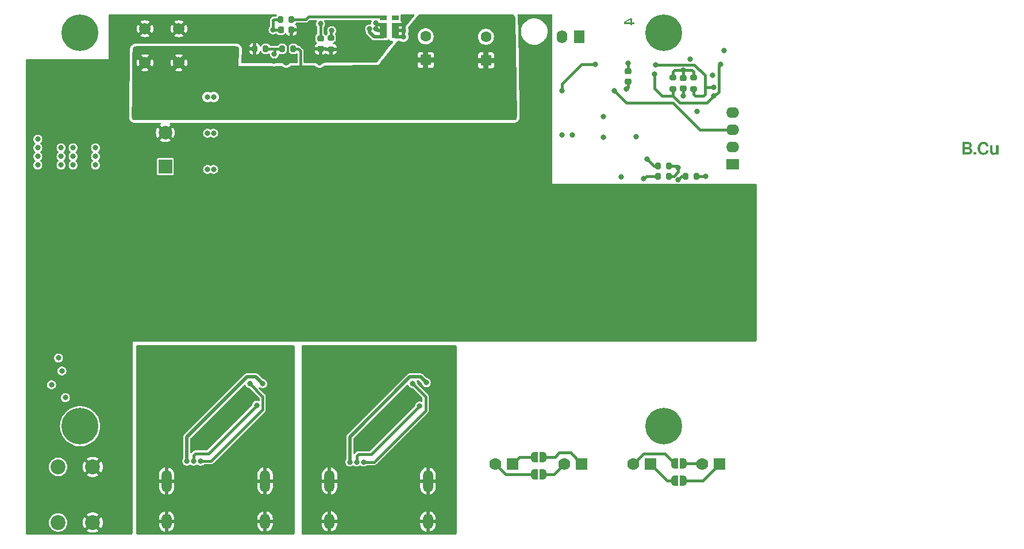
<source format=gbr>
%TF.GenerationSoftware,KiCad,Pcbnew,7.0.9-7.0.9~ubuntu20.04.1*%
%TF.CreationDate,2023-12-22T10:27:09-08:00*%
%TF.ProjectId,NX-J401-Adapter,4e582d4a-3430-4312-9d41-646170746572,1*%
%TF.SameCoordinates,Original*%
%TF.FileFunction,Copper,L4,Bot*%
%TF.FilePolarity,Positive*%
%FSLAX46Y46*%
G04 Gerber Fmt 4.6, Leading zero omitted, Abs format (unit mm)*
G04 Created by KiCad (PCBNEW 7.0.9-7.0.9~ubuntu20.04.1) date 2023-12-22 10:27:09*
%MOMM*%
%LPD*%
G01*
G04 APERTURE LIST*
G04 Aperture macros list*
%AMRoundRect*
0 Rectangle with rounded corners*
0 $1 Rounding radius*
0 $2 $3 $4 $5 $6 $7 $8 $9 X,Y pos of 4 corners*
0 Add a 4 corners polygon primitive as box body*
4,1,4,$2,$3,$4,$5,$6,$7,$8,$9,$2,$3,0*
0 Add four circle primitives for the rounded corners*
1,1,$1+$1,$2,$3*
1,1,$1+$1,$4,$5*
1,1,$1+$1,$6,$7*
1,1,$1+$1,$8,$9*
0 Add four rect primitives between the rounded corners*
20,1,$1+$1,$2,$3,$4,$5,0*
20,1,$1+$1,$4,$5,$6,$7,0*
20,1,$1+$1,$6,$7,$8,$9,0*
20,1,$1+$1,$8,$9,$2,$3,0*%
%AMFreePoly0*
4,1,19,0.500000,-0.750000,0.000000,-0.750000,0.000000,-0.744911,-0.071157,-0.744911,-0.207708,-0.704816,-0.327430,-0.627875,-0.420627,-0.520320,-0.479746,-0.390866,-0.500000,-0.250000,-0.500000,0.250000,-0.479746,0.390866,-0.420627,0.520320,-0.327430,0.627875,-0.207708,0.704816,-0.071157,0.744911,0.000000,0.744911,0.000000,0.750000,0.500000,0.750000,0.500000,-0.750000,0.500000,-0.750000,
$1*%
%AMFreePoly1*
4,1,19,0.000000,0.744911,0.071157,0.744911,0.207708,0.704816,0.327430,0.627875,0.420627,0.520320,0.479746,0.390866,0.500000,0.250000,0.500000,-0.250000,0.479746,-0.390866,0.420627,-0.520320,0.327430,-0.627875,0.207708,-0.704816,0.071157,-0.744911,0.000000,-0.744911,0.000000,-0.750000,-0.500000,-0.750000,-0.500000,0.750000,0.000000,0.750000,0.000000,0.744911,0.000000,0.744911,
$1*%
G04 Aperture macros list end*
%ADD10C,0.300000*%
%TA.AperFunction,NonConductor*%
%ADD11C,0.300000*%
%TD*%
%TA.AperFunction,ComponentPad*%
%ADD12C,5.400000*%
%TD*%
%TA.AperFunction,ComponentPad*%
%ADD13R,1.778000X1.778000*%
%TD*%
%TA.AperFunction,ComponentPad*%
%ADD14C,1.778000*%
%TD*%
%TA.AperFunction,ComponentPad*%
%ADD15R,2.000000X2.000000*%
%TD*%
%TA.AperFunction,ComponentPad*%
%ADD16C,2.000000*%
%TD*%
%TA.AperFunction,ComponentPad*%
%ADD17C,2.200000*%
%TD*%
%TA.AperFunction,ComponentPad*%
%ADD18R,1.600000X1.600000*%
%TD*%
%TA.AperFunction,ComponentPad*%
%ADD19C,1.600000*%
%TD*%
%TA.AperFunction,ComponentPad*%
%ADD20R,1.600200X1.905000*%
%TD*%
%TA.AperFunction,ComponentPad*%
%ADD21O,1.600200X1.905000*%
%TD*%
%TA.AperFunction,ComponentPad*%
%ADD22O,1.500000X3.300000*%
%TD*%
%TA.AperFunction,ComponentPad*%
%ADD23O,1.500000X2.300000*%
%TD*%
%TA.AperFunction,ComponentPad*%
%ADD24C,1.701800*%
%TD*%
%TA.AperFunction,ComponentPad*%
%ADD25R,1.905000X1.600200*%
%TD*%
%TA.AperFunction,ComponentPad*%
%ADD26O,1.905000X1.600200*%
%TD*%
%TA.AperFunction,SMDPad,CuDef*%
%ADD27FreePoly0,0.000000*%
%TD*%
%TA.AperFunction,SMDPad,CuDef*%
%ADD28FreePoly1,0.000000*%
%TD*%
%TA.AperFunction,SMDPad,CuDef*%
%ADD29RoundRect,0.200000X0.275000X-0.200000X0.275000X0.200000X-0.275000X0.200000X-0.275000X-0.200000X0*%
%TD*%
%TA.AperFunction,SMDPad,CuDef*%
%ADD30RoundRect,0.225000X-0.250000X0.225000X-0.250000X-0.225000X0.250000X-0.225000X0.250000X0.225000X0*%
%TD*%
%TA.AperFunction,SMDPad,CuDef*%
%ADD31RoundRect,0.200000X0.200000X0.275000X-0.200000X0.275000X-0.200000X-0.275000X0.200000X-0.275000X0*%
%TD*%
%TA.AperFunction,SMDPad,CuDef*%
%ADD32RoundRect,0.225000X-0.225000X-0.250000X0.225000X-0.250000X0.225000X0.250000X-0.225000X0.250000X0*%
%TD*%
%TA.AperFunction,SMDPad,CuDef*%
%ADD33RoundRect,0.200000X-0.200000X-0.275000X0.200000X-0.275000X0.200000X0.275000X-0.200000X0.275000X0*%
%TD*%
%TA.AperFunction,SMDPad,CuDef*%
%ADD34R,1.010000X2.287000*%
%TD*%
%TA.AperFunction,SMDPad,CuDef*%
%ADD35R,1.010000X0.762000*%
%TD*%
%TA.AperFunction,ViaPad*%
%ADD36C,0.812800*%
%TD*%
%TA.AperFunction,Conductor*%
%ADD37C,0.381000*%
%TD*%
%TA.AperFunction,Conductor*%
%ADD38C,0.508000*%
%TD*%
G04 APERTURE END LIST*
D10*
D11*
G36*
X310309806Y-82437930D02*
G01*
X310641000Y-82437930D01*
X310641000Y-82733219D01*
X310309806Y-82733219D01*
X310309806Y-82889657D01*
X310065075Y-82889657D01*
X310065075Y-82733219D01*
X309144768Y-82733219D01*
X309144768Y-82437930D01*
X309425403Y-82437930D01*
X310065075Y-82437930D01*
X310065075Y-82047385D01*
X309425403Y-82437930D01*
X309144768Y-82437930D01*
X309144768Y-82385173D01*
X310060678Y-81838558D01*
X310309806Y-81838558D01*
X310309806Y-82437930D01*
G37*
D10*
D11*
G36*
X359809182Y-100109462D02*
G01*
X359829867Y-100110047D01*
X359850193Y-100111023D01*
X359870158Y-100112388D01*
X359889765Y-100114144D01*
X359909012Y-100116290D01*
X359927899Y-100118826D01*
X359946426Y-100121752D01*
X359964594Y-100125068D01*
X359982402Y-100128775D01*
X359999851Y-100132871D01*
X360016940Y-100137358D01*
X360033669Y-100142235D01*
X360058089Y-100150282D01*
X360081699Y-100159207D01*
X360104433Y-100168827D01*
X360126060Y-100178958D01*
X360146581Y-100189600D01*
X360165994Y-100200754D01*
X360184300Y-100212419D01*
X360201500Y-100224596D01*
X360217593Y-100237284D01*
X360232579Y-100250484D01*
X360246458Y-100264195D01*
X360259230Y-100278418D01*
X360267130Y-100288184D01*
X360278313Y-100302891D01*
X360288901Y-100317537D01*
X360298893Y-100332122D01*
X360311290Y-100351474D01*
X360322628Y-100370717D01*
X360332908Y-100389852D01*
X360342129Y-100408878D01*
X360350292Y-100427796D01*
X360355720Y-100441913D01*
X360362234Y-100460654D01*
X360367879Y-100479314D01*
X360372656Y-100497892D01*
X360376564Y-100516389D01*
X360379604Y-100534805D01*
X360381775Y-100553139D01*
X360383078Y-100571391D01*
X360383513Y-100589563D01*
X360383005Y-100611354D01*
X360381482Y-100632595D01*
X360378944Y-100653287D01*
X360375390Y-100673430D01*
X360370822Y-100693023D01*
X360365238Y-100712066D01*
X360358639Y-100730559D01*
X360351024Y-100748503D01*
X360342394Y-100765897D01*
X360332749Y-100782742D01*
X360325755Y-100793667D01*
X360314324Y-100809781D01*
X360301527Y-100825880D01*
X360287363Y-100841964D01*
X360271832Y-100858033D01*
X360254935Y-100874086D01*
X360236672Y-100890124D01*
X360217042Y-100906147D01*
X360203197Y-100916820D01*
X360188744Y-100927487D01*
X360173684Y-100938147D01*
X360158016Y-100948800D01*
X360141742Y-100959446D01*
X360133377Y-100964767D01*
X360151999Y-100975953D01*
X360170029Y-100987309D01*
X360187469Y-100998836D01*
X360204318Y-101010534D01*
X360220575Y-101022402D01*
X360236241Y-101034440D01*
X360251316Y-101046649D01*
X360265800Y-101059029D01*
X360279693Y-101071579D01*
X360292994Y-101084299D01*
X360305704Y-101097190D01*
X360317823Y-101110252D01*
X360329351Y-101123484D01*
X360350634Y-101150459D01*
X360369551Y-101178116D01*
X360386104Y-101206455D01*
X360400292Y-101235476D01*
X360412116Y-101265179D01*
X360421575Y-101295564D01*
X360428669Y-101326631D01*
X360433398Y-101358380D01*
X360435763Y-101390810D01*
X360436058Y-101407281D01*
X360435583Y-101429782D01*
X360434159Y-101452119D01*
X360431784Y-101474294D01*
X360428459Y-101496305D01*
X360424184Y-101518154D01*
X360418959Y-101539840D01*
X360412785Y-101561364D01*
X360405660Y-101582724D01*
X360397599Y-101603867D01*
X360388398Y-101624956D01*
X360380749Y-101640737D01*
X360372459Y-101656488D01*
X360363528Y-101672208D01*
X360353955Y-101687897D01*
X360343742Y-101703556D01*
X360332887Y-101719184D01*
X360321391Y-101734782D01*
X360309253Y-101750350D01*
X360296293Y-101765534D01*
X360282165Y-101780146D01*
X360266868Y-101794185D01*
X360250404Y-101807652D01*
X360232772Y-101820547D01*
X360213972Y-101832868D01*
X360194003Y-101844618D01*
X360172867Y-101855794D01*
X360150564Y-101866399D01*
X360127092Y-101876430D01*
X360110795Y-101882800D01*
X360094042Y-101888848D01*
X360076895Y-101894505D01*
X360059355Y-101899772D01*
X360041421Y-101904649D01*
X360023094Y-101909136D01*
X360004373Y-101913233D01*
X359985259Y-101916939D01*
X359965751Y-101920255D01*
X359945849Y-101923182D01*
X359925554Y-101925718D01*
X359904866Y-101927864D01*
X359883784Y-101929619D01*
X359862308Y-101930985D01*
X359840439Y-101931960D01*
X359818176Y-101932545D01*
X359795519Y-101932741D01*
X358975195Y-101932741D01*
X358975195Y-101147157D01*
X359350399Y-101147157D01*
X359350399Y-101620071D01*
X359798125Y-101620071D01*
X359831728Y-101619153D01*
X359863163Y-101616400D01*
X359892430Y-101611811D01*
X359919529Y-101605387D01*
X359944460Y-101597128D01*
X359967223Y-101587033D01*
X359987819Y-101575102D01*
X360006246Y-101561336D01*
X360022505Y-101545735D01*
X360036597Y-101528298D01*
X360048520Y-101509026D01*
X360058276Y-101487919D01*
X360065864Y-101464976D01*
X360071284Y-101440197D01*
X360074536Y-101413583D01*
X360075620Y-101385134D01*
X360074536Y-101356316D01*
X360071284Y-101329358D01*
X360065864Y-101304259D01*
X360058276Y-101281019D01*
X360048520Y-101259638D01*
X360036597Y-101240117D01*
X360022505Y-101222455D01*
X360006246Y-101206651D01*
X359987819Y-101192708D01*
X359967223Y-101180623D01*
X359944460Y-101170397D01*
X359919529Y-101162031D01*
X359892430Y-101155524D01*
X359863163Y-101150876D01*
X359831728Y-101148087D01*
X359798125Y-101147157D01*
X359350399Y-101147157D01*
X358975195Y-101147157D01*
X358975195Y-100421937D01*
X359350399Y-100421937D01*
X359350399Y-100834487D01*
X359758173Y-100834487D01*
X359790251Y-100833687D01*
X359820259Y-100831285D01*
X359848198Y-100827281D01*
X359874067Y-100821677D01*
X359897867Y-100814471D01*
X359919597Y-100805663D01*
X359939257Y-100795254D01*
X359956848Y-100783244D01*
X359972370Y-100769633D01*
X359985822Y-100754420D01*
X359997204Y-100737606D01*
X360006517Y-100719190D01*
X360013761Y-100699174D01*
X360018935Y-100677555D01*
X360022039Y-100654336D01*
X360023074Y-100629515D01*
X360022039Y-100604378D01*
X360018935Y-100580864D01*
X360013761Y-100558971D01*
X360006517Y-100538699D01*
X359997204Y-100520050D01*
X359985822Y-100503022D01*
X359972370Y-100487616D01*
X359956848Y-100473831D01*
X359939257Y-100461669D01*
X359919597Y-100451127D01*
X359897867Y-100442208D01*
X359874067Y-100434910D01*
X359848198Y-100429234D01*
X359820259Y-100425180D01*
X359790251Y-100422748D01*
X359758173Y-100421937D01*
X359350399Y-100421937D01*
X358975195Y-100421937D01*
X358975195Y-100109267D01*
X359788137Y-100109267D01*
X359809182Y-100109462D01*
G37*
G36*
X361026223Y-101567525D02*
G01*
X361026223Y-101932741D01*
X360651019Y-101932741D01*
X360651019Y-101567525D01*
X361026223Y-101567525D01*
G37*
G36*
X362486218Y-100727224D02*
G01*
X362481577Y-100707053D01*
X362476449Y-100687521D01*
X362470832Y-100668630D01*
X362464729Y-100650380D01*
X362458137Y-100632770D01*
X362451058Y-100615800D01*
X362443491Y-100599471D01*
X362435436Y-100583781D01*
X362417864Y-100554324D01*
X362398340Y-100527429D01*
X362376866Y-100503095D01*
X362353442Y-100481322D01*
X362328066Y-100462111D01*
X362300740Y-100445462D01*
X362271462Y-100431374D01*
X362240234Y-100419847D01*
X362207056Y-100410882D01*
X362189735Y-100407360D01*
X362171926Y-100404478D01*
X362153630Y-100402237D01*
X362134846Y-100400636D01*
X362115574Y-100399675D01*
X362095815Y-100399355D01*
X362068349Y-100400020D01*
X362041647Y-100402015D01*
X362015708Y-100405340D01*
X361990533Y-100409995D01*
X361966121Y-100415979D01*
X361942472Y-100423294D01*
X361919587Y-100431938D01*
X361897465Y-100441913D01*
X361876106Y-100453217D01*
X361855511Y-100465852D01*
X361835679Y-100479816D01*
X361816610Y-100495110D01*
X361798305Y-100511734D01*
X361780763Y-100529689D01*
X361763985Y-100548973D01*
X361747969Y-100569586D01*
X361732824Y-100591330D01*
X361718657Y-100614112D01*
X361705466Y-100637932D01*
X361693252Y-100662790D01*
X361682016Y-100688687D01*
X361671756Y-100715621D01*
X361662474Y-100743594D01*
X361654168Y-100772605D01*
X361646840Y-100802654D01*
X361640489Y-100833741D01*
X361635115Y-100865866D01*
X361630718Y-100899030D01*
X361627298Y-100933232D01*
X361625955Y-100950722D01*
X361624856Y-100968471D01*
X361624001Y-100986481D01*
X361623390Y-101004749D01*
X361623024Y-101023278D01*
X361622901Y-101042065D01*
X361623020Y-101060557D01*
X361623375Y-101078795D01*
X361623966Y-101096778D01*
X361624795Y-101114506D01*
X361625859Y-101131980D01*
X361628699Y-101166165D01*
X361632485Y-101199332D01*
X361637218Y-101231481D01*
X361642897Y-101262612D01*
X361649523Y-101292726D01*
X361657096Y-101321821D01*
X361665615Y-101349899D01*
X361675080Y-101376959D01*
X361685493Y-101403001D01*
X361696851Y-101428026D01*
X361709157Y-101452033D01*
X361722408Y-101475021D01*
X361736607Y-101496992D01*
X361744061Y-101507596D01*
X361759635Y-101527895D01*
X361775959Y-101546884D01*
X361793033Y-101564563D01*
X361810856Y-101580933D01*
X361829429Y-101595993D01*
X361848752Y-101609743D01*
X361868825Y-101622184D01*
X361889648Y-101633316D01*
X361911220Y-101643137D01*
X361933542Y-101651650D01*
X361956614Y-101658852D01*
X361980436Y-101664745D01*
X362005008Y-101669329D01*
X362030329Y-101672603D01*
X362056400Y-101674567D01*
X362083221Y-101675222D01*
X362104824Y-101674851D01*
X362125881Y-101673736D01*
X362146391Y-101671879D01*
X362166355Y-101669278D01*
X362185773Y-101665935D01*
X362204645Y-101661848D01*
X362222971Y-101657019D01*
X362240750Y-101651446D01*
X362257983Y-101645131D01*
X362274670Y-101638072D01*
X362290811Y-101630271D01*
X362306405Y-101621726D01*
X362321454Y-101612439D01*
X362335956Y-101602408D01*
X362349912Y-101591635D01*
X362363321Y-101580118D01*
X362376117Y-101567918D01*
X362388230Y-101555094D01*
X362399662Y-101541645D01*
X362410412Y-101527572D01*
X362420479Y-101512875D01*
X362429865Y-101497554D01*
X362438569Y-101481608D01*
X362446591Y-101465038D01*
X362453931Y-101447844D01*
X362460589Y-101430026D01*
X362466566Y-101411583D01*
X362471860Y-101392516D01*
X362476472Y-101372825D01*
X362480403Y-101352510D01*
X362483651Y-101331570D01*
X362486218Y-101310006D01*
X362851434Y-101310006D01*
X362850133Y-101329422D01*
X362848457Y-101348586D01*
X362846404Y-101367498D01*
X362843977Y-101386158D01*
X362841173Y-101404567D01*
X362837993Y-101422723D01*
X362834438Y-101440628D01*
X362830508Y-101458280D01*
X362826201Y-101475681D01*
X362821519Y-101492830D01*
X362816461Y-101509726D01*
X362811027Y-101526371D01*
X362805217Y-101542764D01*
X362792471Y-101574795D01*
X362778222Y-101605817D01*
X362762469Y-101635833D01*
X362745214Y-101664840D01*
X362726456Y-101692840D01*
X362706195Y-101719832D01*
X362684431Y-101745817D01*
X362661164Y-101770794D01*
X362636394Y-101794763D01*
X362623445Y-101806370D01*
X362610208Y-101817671D01*
X362596716Y-101828614D01*
X362568965Y-101849423D01*
X362540194Y-101868797D01*
X362525425Y-101877946D01*
X362510401Y-101886736D01*
X362495121Y-101895167D01*
X362479587Y-101903239D01*
X362463797Y-101910953D01*
X362447752Y-101918308D01*
X362431451Y-101925304D01*
X362414895Y-101931942D01*
X362398084Y-101938220D01*
X362381017Y-101944140D01*
X362363696Y-101949701D01*
X362346119Y-101954903D01*
X362328286Y-101959747D01*
X362310198Y-101964231D01*
X362291855Y-101968357D01*
X362273257Y-101972124D01*
X362254404Y-101975533D01*
X362235295Y-101978582D01*
X362215931Y-101981273D01*
X362196311Y-101983605D01*
X362176436Y-101985579D01*
X362156306Y-101987193D01*
X362135921Y-101988449D01*
X362115280Y-101989346D01*
X362094384Y-101989884D01*
X362073233Y-101990063D01*
X362049638Y-101989813D01*
X362026349Y-101989062D01*
X362003368Y-101987811D01*
X361980694Y-101986060D01*
X361958327Y-101983808D01*
X361936267Y-101981056D01*
X361914514Y-101977803D01*
X361893068Y-101974050D01*
X361871929Y-101969796D01*
X361851097Y-101965042D01*
X361830572Y-101959788D01*
X361810354Y-101954033D01*
X361790443Y-101947778D01*
X361770839Y-101941022D01*
X361751543Y-101933766D01*
X361732553Y-101926009D01*
X361713870Y-101917752D01*
X361695495Y-101908995D01*
X361677426Y-101899737D01*
X361659665Y-101889979D01*
X361642210Y-101879720D01*
X361625063Y-101868961D01*
X361608222Y-101857702D01*
X361591689Y-101845942D01*
X361575462Y-101833682D01*
X361559543Y-101820921D01*
X361543931Y-101807660D01*
X361528625Y-101793898D01*
X361513627Y-101779636D01*
X361498936Y-101764874D01*
X361484552Y-101749611D01*
X361470475Y-101733848D01*
X361456769Y-101717654D01*
X361443498Y-101701101D01*
X361430662Y-101684189D01*
X361418261Y-101666917D01*
X361406296Y-101649285D01*
X361394765Y-101631294D01*
X361383670Y-101612943D01*
X361373010Y-101594232D01*
X361362785Y-101575162D01*
X361352995Y-101555732D01*
X361343640Y-101535942D01*
X361334720Y-101515793D01*
X361326235Y-101495284D01*
X361318186Y-101474416D01*
X361310571Y-101453188D01*
X361303392Y-101431600D01*
X361296648Y-101409653D01*
X361290338Y-101387346D01*
X361284464Y-101364679D01*
X361279026Y-101341653D01*
X361274022Y-101318267D01*
X361269453Y-101294522D01*
X361265320Y-101270417D01*
X361261621Y-101245952D01*
X361258358Y-101221128D01*
X361255529Y-101195944D01*
X361253136Y-101170401D01*
X361251178Y-101144497D01*
X361249655Y-101118235D01*
X361248568Y-101091612D01*
X361247915Y-101064630D01*
X361247697Y-101037289D01*
X361247917Y-101009785D01*
X361248576Y-100982644D01*
X361249675Y-100955865D01*
X361251212Y-100929449D01*
X361253189Y-100903394D01*
X361255606Y-100877702D01*
X361258462Y-100852372D01*
X361261757Y-100827403D01*
X361265491Y-100802798D01*
X361269665Y-100778554D01*
X361274278Y-100754672D01*
X361279331Y-100731153D01*
X361284823Y-100707996D01*
X361290754Y-100685201D01*
X361297125Y-100662768D01*
X361303935Y-100640697D01*
X361311184Y-100618989D01*
X361318873Y-100597642D01*
X361327001Y-100576658D01*
X361335568Y-100556036D01*
X361344575Y-100535776D01*
X361354021Y-100515879D01*
X361363906Y-100496343D01*
X361374231Y-100477170D01*
X361384995Y-100458359D01*
X361396199Y-100439910D01*
X361407842Y-100421823D01*
X361419924Y-100404098D01*
X361432445Y-100386736D01*
X361445406Y-100369735D01*
X361458807Y-100353097D01*
X361472646Y-100336821D01*
X361486889Y-100320978D01*
X361501443Y-100305637D01*
X361516310Y-100290800D01*
X361531489Y-100276465D01*
X361546980Y-100262634D01*
X361562783Y-100249305D01*
X361578898Y-100236479D01*
X361595326Y-100224157D01*
X361612065Y-100212337D01*
X361629117Y-100201020D01*
X361646481Y-100190207D01*
X361664156Y-100179896D01*
X361682144Y-100170088D01*
X361700445Y-100160783D01*
X361719057Y-100151981D01*
X361737981Y-100143682D01*
X361757218Y-100135886D01*
X361776766Y-100128593D01*
X361796627Y-100121803D01*
X361816800Y-100115516D01*
X361837285Y-100109732D01*
X361858082Y-100104451D01*
X361879192Y-100099673D01*
X361900613Y-100095398D01*
X361922347Y-100091625D01*
X361944392Y-100088356D01*
X361966750Y-100085590D01*
X361989420Y-100083326D01*
X362012402Y-100081566D01*
X362035696Y-100080309D01*
X362059303Y-100079554D01*
X362083221Y-100079303D01*
X362103273Y-100079471D01*
X362123099Y-100079978D01*
X362142696Y-100080822D01*
X362162067Y-100082003D01*
X362181210Y-100083522D01*
X362200126Y-100085379D01*
X362218815Y-100087573D01*
X362237276Y-100090105D01*
X362255510Y-100092974D01*
X362273517Y-100096181D01*
X362291296Y-100099726D01*
X362308848Y-100103608D01*
X362326173Y-100107828D01*
X362343270Y-100112385D01*
X362360140Y-100117280D01*
X362376783Y-100122512D01*
X362409387Y-100133989D01*
X362441081Y-100146817D01*
X362471867Y-100160995D01*
X362501743Y-100176523D01*
X362530709Y-100193402D01*
X362558767Y-100211631D01*
X362585915Y-100231210D01*
X362612154Y-100252140D01*
X362637282Y-100274199D01*
X362660989Y-100297276D01*
X362683273Y-100321371D01*
X362704137Y-100346483D01*
X362723579Y-100372614D01*
X362741599Y-100399762D01*
X362758198Y-100427928D01*
X362773375Y-100457112D01*
X362787130Y-100487314D01*
X362799464Y-100518533D01*
X362810377Y-100550771D01*
X362819868Y-100584026D01*
X362824081Y-100601035D01*
X362827938Y-100618299D01*
X362831439Y-100635817D01*
X362834586Y-100653589D01*
X362837376Y-100671616D01*
X362839812Y-100689898D01*
X362841892Y-100708434D01*
X362843617Y-100727224D01*
X362486218Y-100727224D01*
G37*
G36*
X364312731Y-101932741D02*
G01*
X363962715Y-101932741D01*
X363962715Y-101772497D01*
X363944135Y-101798843D01*
X363924655Y-101823489D01*
X363904277Y-101846436D01*
X363883000Y-101867682D01*
X363860824Y-101887229D01*
X363837748Y-101905077D01*
X363813774Y-101921224D01*
X363788901Y-101935672D01*
X363763128Y-101948420D01*
X363736456Y-101959468D01*
X363708886Y-101968817D01*
X363680416Y-101976465D01*
X363651047Y-101982415D01*
X363620779Y-101986664D01*
X363589613Y-101989213D01*
X363557547Y-101990063D01*
X363531051Y-101989585D01*
X363505306Y-101988150D01*
X363480310Y-101985758D01*
X363456065Y-101982409D01*
X363432568Y-101978104D01*
X363409822Y-101972842D01*
X363387826Y-101966623D01*
X363366579Y-101959448D01*
X363346082Y-101951315D01*
X363326335Y-101942226D01*
X363307338Y-101932181D01*
X363289090Y-101921178D01*
X363271592Y-101909219D01*
X363254844Y-101896303D01*
X363238846Y-101882430D01*
X363223598Y-101867601D01*
X363209189Y-101851901D01*
X363195710Y-101835418D01*
X363183160Y-101818151D01*
X363171540Y-101800100D01*
X363160850Y-101781266D01*
X363151089Y-101761647D01*
X363142258Y-101741245D01*
X363134356Y-101720060D01*
X363127385Y-101698090D01*
X363121342Y-101675337D01*
X363116229Y-101651801D01*
X363112046Y-101627480D01*
X363108793Y-101602376D01*
X363106469Y-101576488D01*
X363105074Y-101549817D01*
X363104609Y-101522361D01*
X363104609Y-100582180D01*
X363455060Y-100582180D01*
X363455060Y-101449839D01*
X363455939Y-101479235D01*
X363458575Y-101506735D01*
X363462969Y-101532337D01*
X363469120Y-101556044D01*
X363477028Y-101577854D01*
X363486694Y-101597767D01*
X363498117Y-101615784D01*
X363511297Y-101631904D01*
X363526235Y-101646128D01*
X363542931Y-101658455D01*
X363561384Y-101668886D01*
X363581594Y-101677421D01*
X363603562Y-101684058D01*
X363627287Y-101688800D01*
X363652769Y-101691644D01*
X363680009Y-101692593D01*
X363703505Y-101691955D01*
X363726116Y-101690043D01*
X363747841Y-101686856D01*
X363768680Y-101682394D01*
X363788634Y-101676658D01*
X363807703Y-101669646D01*
X363825886Y-101661360D01*
X363843184Y-101651799D01*
X363859596Y-101640963D01*
X363875122Y-101628853D01*
X363884981Y-101620071D01*
X363898873Y-101606053D01*
X363911399Y-101591195D01*
X363922558Y-101575498D01*
X363932350Y-101558962D01*
X363940776Y-101541585D01*
X363947836Y-101523369D01*
X363953529Y-101504313D01*
X363957856Y-101484417D01*
X363960817Y-101463682D01*
X363962411Y-101442107D01*
X363962715Y-101427257D01*
X363962715Y-100582180D01*
X364312731Y-100582180D01*
X364312731Y-101932741D01*
G37*
D12*
%TO.P,H1,1*%
%TO.N,N/C*%
X229000000Y-84000000D03*
%TD*%
D13*
%TO.P,J10,1,Pin_1*%
%TO.N,/CAN_FD_DC2_L*%
X302895000Y-147574000D03*
D14*
%TO.P,J10,2,Pin_2*%
%TO.N,/CAN_FD_DC2_H*%
X300355000Y-147574000D03*
%TD*%
D15*
%TO.P,C8,1*%
%TO.N,/Power Supply/V_IN*%
X241554000Y-103713677D03*
D16*
%TO.P,C8,2*%
%TO.N,GND*%
X241554000Y-98713677D03*
%TD*%
D17*
%TO.P,J13,1,Pin_1*%
%TO.N,/Power Supply/V_{BAT}*%
X225774000Y-148004000D03*
X225774000Y-156204000D03*
%TO.P,J13,2,Pin_2*%
%TO.N,GND*%
X230854000Y-148004000D03*
X230854000Y-156204000D03*
%TD*%
D18*
%TO.P,C3,1*%
%TO.N,/Power Supply/+18V*%
X279908000Y-88012651D03*
D19*
%TO.P,C3,2*%
%TO.N,GND*%
X279908000Y-84512651D03*
%TD*%
D20*
%TO.P,J1,1,Pin_1*%
%TO.N,/Fan Control/TMP_DN*%
X302514000Y-84582000D03*
D21*
%TO.P,J1,2,Pin_2*%
%TO.N,/Fan Control/TMP_DP*%
X299974000Y-84582000D03*
%TD*%
D13*
%TO.P,J9,1,Pin_1*%
%TO.N,/CAN_FD2_L*%
X292735000Y-147574000D03*
D14*
%TO.P,J9,2,Pin_2*%
%TO.N,/CAN_FD2_H*%
X290195000Y-147574000D03*
%TD*%
D18*
%TO.P,C4,1*%
%TO.N,/Power Supply/+18V*%
X288798000Y-88082000D03*
D19*
%TO.P,C4,2*%
%TO.N,GND*%
X288798000Y-84582000D03*
%TD*%
D13*
%TO.P,J11,1,Pin_1*%
%TO.N,/CAN_FD1_L*%
X313055000Y-147574000D03*
D14*
%TO.P,J11,2,Pin_2*%
%TO.N,/CAN_FD1_H*%
X310515000Y-147574000D03*
%TD*%
D12*
%TO.P,H3,1*%
%TO.N,N/C*%
X229000000Y-142000000D03*
%TD*%
D22*
%TO.P,J14,SH,SH*%
%TO.N,/MIPI-HDMI-1/GND_MIPI*%
X256250000Y-150075000D03*
X241750000Y-150075000D03*
D23*
X256250000Y-156035000D03*
X241750000Y-156035000D03*
%TD*%
D12*
%TO.P,H2,1*%
%TO.N,N/C*%
X315000000Y-84000000D03*
%TD*%
D24*
%TO.P,J2,1,Pin_1*%
%TO.N,/Power Supply/+18V*%
X238561113Y-88406784D03*
X243561113Y-88406784D03*
%TO.P,J2,2,Pin_2*%
%TO.N,GND*%
X238561113Y-83406784D03*
X243561113Y-83406784D03*
%TD*%
D22*
%TO.P,J15,SH,SH*%
%TO.N,/MIPI-HDMI-2/GND_MIPI*%
X280250000Y-150075000D03*
X265750000Y-150075000D03*
D23*
X280250000Y-156035000D03*
X265750000Y-156035000D03*
%TD*%
D12*
%TO.P,H4,1*%
%TO.N,N/C*%
X315000000Y-142000000D03*
%TD*%
D13*
%TO.P,J12,1,Pin_1*%
%TO.N,/CAN_FD_DC1_L*%
X323215000Y-147574000D03*
D14*
%TO.P,J12,2,Pin_2*%
%TO.N,/CAN_FD_DC1_H*%
X320675000Y-147574000D03*
%TD*%
D25*
%TO.P,J4,1,Pin_1*%
%TO.N,GND*%
X325120000Y-103378000D03*
D26*
%TO.P,J4,2,Pin_2*%
%TO.N,/FAN_PWR*%
X325120000Y-100838000D03*
%TO.P,J4,3,Pin_3*%
%TO.N,/FAN_PWM*%
X325120000Y-98298000D03*
%TO.P,J4,4,Pin_4*%
%TO.N,/FAN_TACH*%
X325120000Y-95758000D03*
%TD*%
D27*
%TO.P,JP3,1,A*%
%TO.N,/CAN_FD2_H*%
X295895000Y-149098000D03*
D28*
%TO.P,JP3,2,B*%
%TO.N,/CAN_FD_DC2_H*%
X297195000Y-149098000D03*
%TD*%
D29*
%TO.P,R14,1*%
%TO.N,GND*%
X265938000Y-86423000D03*
%TO.P,R14,2*%
%TO.N,Net-(U1-FA{slash}SD)*%
X265938000Y-84773000D03*
%TD*%
D30*
%TO.P,C12,1*%
%TO.N,+3V3*%
X309753000Y-89649000D03*
%TO.P,C12,2*%
%TO.N,GND*%
X309753000Y-91199000D03*
%TD*%
D29*
%TO.P,R17,1*%
%TO.N,/Fan Control/I2C_SCL*%
X319405000Y-92265000D03*
%TO.P,R17,2*%
%TO.N,+3V3*%
X319405000Y-90615000D03*
%TD*%
D31*
%TO.P,R19,1*%
%TO.N,Net-(U5-IN)*%
X315785000Y-103632000D03*
%TO.P,R19,2*%
%TO.N,/Power Supply/V_{BAT}*%
X314135000Y-103632000D03*
%TD*%
D32*
%TO.P,C10,1*%
%TO.N,Net-(U1-I_{SEN})*%
X258559000Y-83566000D03*
%TO.P,C10,2*%
%TO.N,GND*%
X260109000Y-83566000D03*
%TD*%
D30*
%TO.P,C13,1*%
%TO.N,+3V3*%
X317881000Y-90665000D03*
%TO.P,C13,2*%
%TO.N,GND*%
X317881000Y-92215000D03*
%TD*%
D27*
%TO.P,JP2,1,A*%
%TO.N,/CAN_FD1_H*%
X316596000Y-147504000D03*
D28*
%TO.P,JP2,2,B*%
%TO.N,/CAN_FD_DC1_H*%
X317896000Y-147504000D03*
%TD*%
D29*
%TO.P,R18,1*%
%TO.N,/Fan Control/I2C_SDA*%
X316357000Y-92265000D03*
%TO.P,R18,2*%
%TO.N,+3V3*%
X316357000Y-90615000D03*
%TD*%
D30*
%TO.P,C11,1*%
%TO.N,/Power Supply/V_IN*%
X264414000Y-84823000D03*
%TO.P,C11,2*%
%TO.N,GND*%
X264414000Y-86373000D03*
%TD*%
D33*
%TO.P,R15,1*%
%TO.N,Net-(U1-FB)*%
X258763000Y-86360000D03*
%TO.P,R15,2*%
%TO.N,/Power Supply/+18V*%
X260413000Y-86360000D03*
%TD*%
D27*
%TO.P,JP1,1,A*%
%TO.N,/CAN_FD2_L*%
X295895000Y-146558000D03*
D28*
%TO.P,JP1,2,B*%
%TO.N,/CAN_FD_DC2_L*%
X297195000Y-146558000D03*
%TD*%
D33*
%TO.P,R16,1*%
%TO.N,GND*%
X254699000Y-86360000D03*
%TO.P,R16,2*%
%TO.N,Net-(U1-FB)*%
X256349000Y-86360000D03*
%TD*%
D34*
%TO.P,R13,1,1*%
%TO.N,GND*%
X275463000Y-83693000D03*
D35*
%TO.P,R13,2,2*%
%TO.N,unconnected-(R13-Pad2)*%
X275463000Y-81787000D03*
%TO.P,R13,3,3*%
%TO.N,Net-(R12-Pad1)*%
X273693000Y-81787000D03*
D34*
%TO.P,R13,4,4*%
%TO.N,Net-(Q1-S-Pad1)*%
X273693000Y-83692500D03*
%TD*%
D31*
%TO.P,R12,1*%
%TO.N,Net-(R12-Pad1)*%
X260159000Y-82042000D03*
%TO.P,R12,2*%
%TO.N,Net-(U1-I_{SEN})*%
X258509000Y-82042000D03*
%TD*%
D33*
%TO.P,R20,1*%
%TO.N,GND*%
X318199000Y-105156000D03*
%TO.P,R20,2*%
%TO.N,Net-(U5-GND)*%
X319849000Y-105156000D03*
%TD*%
%TO.P,R21,1*%
%TO.N,Net-(D4-K-Pad3)*%
X314135000Y-105156000D03*
%TO.P,R21,2*%
%TO.N,Net-(U5-IN)*%
X315785000Y-105156000D03*
%TD*%
D27*
%TO.P,JP4,1,A*%
%TO.N,/CAN_FD1_L*%
X316596000Y-150044000D03*
D28*
%TO.P,JP4,2,B*%
%TO.N,/CAN_FD_DC1_L*%
X317896000Y-150044000D03*
%TD*%
D36*
%TO.N,GND*%
X234569000Y-96520000D03*
X257554772Y-88157362D03*
X253619000Y-84836000D03*
X232029000Y-133985000D03*
X301498000Y-99060000D03*
X323850000Y-86614000D03*
X276606000Y-84552103D03*
X306070000Y-96393000D03*
X276606000Y-82804000D03*
X310896000Y-99314000D03*
X231267000Y-137795000D03*
X309499000Y-92329000D03*
X319913000Y-95631000D03*
X233172000Y-135890000D03*
X235966000Y-153543000D03*
X261366000Y-83566000D03*
X276606000Y-83693000D03*
X308737000Y-105283000D03*
X264287000Y-88392000D03*
X259334000Y-88392000D03*
X306070000Y-99441000D03*
X317119000Y-105664000D03*
X317881000Y-93345000D03*
X231902000Y-131953000D03*
X322199000Y-90297000D03*
%TO.N,/Power Supply/V_{BAT}*%
X222758000Y-103505000D03*
X222758000Y-99695000D03*
X222758000Y-102235000D03*
X312547000Y-102616000D03*
X225806000Y-131953000D03*
X222758000Y-100965000D03*
X226314000Y-133858000D03*
X226822000Y-137795000D03*
X224790000Y-135890000D03*
X226187000Y-100965000D03*
X226187000Y-102235000D03*
X226187000Y-103505000D03*
%TO.N,/Power Supply/V_IN*%
X231267000Y-102235000D03*
X227965000Y-100965000D03*
X248666000Y-98806000D03*
X264414000Y-82677000D03*
X231267000Y-103505000D03*
X227965000Y-102235000D03*
X231267000Y-100965000D03*
X248666000Y-104140000D03*
X247777000Y-98806000D03*
X247777000Y-93472000D03*
X247777000Y-104140000D03*
X227965000Y-103505000D03*
X248666000Y-93472000D03*
%TO.N,/MIPI-HDMI-2/GND_MIPI*%
X272491200Y-151247400D03*
X276987000Y-151272800D03*
X275513800Y-151247400D03*
X269519400Y-151247400D03*
X272186400Y-138928400D03*
X273989800Y-151247400D03*
X274705604Y-139031031D03*
X265963400Y-138903000D03*
X268986000Y-138903000D03*
%TO.N,Net-(U2-DP)*%
X299974000Y-92583000D03*
X304927000Y-88646000D03*
%TO.N,/MIPI-HDMI-2/CAM_SCL*%
X270764000Y-147285000D03*
X277977600Y-135698544D03*
%TO.N,/MIPI-HDMI-2/CAM_SDA*%
X269748497Y-147285000D03*
X279019000Y-139030000D03*
%TO.N,/MIPI-HDMI-2/CAM_3V3*%
X268732994Y-147285000D03*
X280003000Y-135569000D03*
%TO.N,/MIPI-HDMI-1/GND_MIPI*%
X244983000Y-138903000D03*
X248539000Y-151222000D03*
X245491000Y-151222000D03*
X251460000Y-151222000D03*
X250063000Y-151222000D03*
X248031000Y-138903000D03*
X241935000Y-138903000D03*
X252984000Y-151222000D03*
X251079000Y-138903000D03*
%TO.N,/MIPI-HDMI-1/CAM_SCL*%
X254000000Y-135728000D03*
X246761000Y-147158000D03*
%TO.N,/MIPI-HDMI-1/CAM_SDA*%
X245745497Y-147158000D03*
X255016000Y-138903000D03*
%TO.N,/MIPI-HDMI-1/CAM_3V3*%
X255905000Y-135728000D03*
X244729994Y-147158000D03*
%TO.N,Net-(D4-K-Pad3)*%
X312039000Y-105537000D03*
%TO.N,Net-(U1-I_{SEN})*%
X257429000Y-83566000D03*
%TO.N,/Power Supply/+18V*%
X287274000Y-88011000D03*
X286004000Y-88011000D03*
X283210000Y-88011000D03*
X281813000Y-88011000D03*
X284607000Y-88011000D03*
%TO.N,Net-(U1-FA{slash}SD)*%
X266065000Y-83693000D03*
%TO.N,Net-(Q1-S-Pad1)*%
X271653000Y-83439000D03*
X272542000Y-83439000D03*
X272542000Y-82579897D03*
%TO.N,Net-(U1-FB)*%
X257619062Y-87143897D03*
%TO.N,+3V3*%
X299974000Y-99060000D03*
X318897000Y-87884000D03*
X309753000Y-88519000D03*
X317881000Y-89535000D03*
%TO.N,/FAN_PWM*%
X307721000Y-92583000D03*
%TO.N,/Fan Control/I2C_SDA*%
X322326000Y-93345000D03*
X313605556Y-90113616D03*
X323342000Y-88646000D03*
%TO.N,/Fan Control/I2C_SCL*%
X322326000Y-92075000D03*
X313817000Y-88738456D03*
%TO.N,Net-(U5-IN)*%
X317119000Y-103886000D03*
%TO.N,Net-(U5-GND)*%
X321183000Y-105156000D03*
%TD*%
D37*
%TO.N,GND*%
X254000000Y-86360000D02*
X253619000Y-85979000D01*
D38*
X275463000Y-83693000D02*
X275463000Y-82804000D01*
X275463000Y-82804000D02*
X276606000Y-82804000D01*
X275463000Y-84552103D02*
X275463000Y-83693000D01*
D37*
X253619000Y-85979000D02*
X253619000Y-84836000D01*
X317627000Y-105156000D02*
X317119000Y-105664000D01*
D38*
X276606000Y-84552103D02*
X275463000Y-84552103D01*
X260109000Y-83566000D02*
X261366000Y-83566000D01*
X275463000Y-83693000D02*
X276606000Y-83693000D01*
D37*
X254699000Y-86360000D02*
X254000000Y-86360000D01*
X309753000Y-92075000D02*
X309753000Y-91199000D01*
X318199000Y-105156000D02*
X317627000Y-105156000D01*
X309499000Y-92329000D02*
X309753000Y-92075000D01*
X317881000Y-92215000D02*
X317881000Y-93345000D01*
%TO.N,/Power Supply/V_{BAT}*%
X314135000Y-103632000D02*
X313563000Y-103632000D01*
X313563000Y-103632000D02*
X312547000Y-102616000D01*
%TO.N,/Power Supply/V_IN*%
X264414000Y-84823000D02*
X264414000Y-82677000D01*
%TO.N,Net-(U2-DP)*%
X304927000Y-88646000D02*
X302895000Y-88646000D01*
X302895000Y-88646000D02*
X300228000Y-91313000D01*
X300228000Y-91313000D02*
X299974000Y-91567000D01*
X299974000Y-91567000D02*
X299974000Y-92583000D01*
%TO.N,/MIPI-HDMI-2/CAM_SCL*%
X279908000Y-137628944D02*
X279908000Y-139665000D01*
X272288000Y-147285000D02*
X270764000Y-147285000D01*
X279908000Y-139665000D02*
X272288000Y-147285000D01*
X277977600Y-135698544D02*
X279908000Y-137628944D01*
%TO.N,/MIPI-HDMI-2/CAM_SDA*%
X269748497Y-146395503D02*
X269748497Y-147285000D01*
X279019000Y-139030000D02*
X271907000Y-146142000D01*
X271907000Y-146142000D02*
X270002000Y-146142000D01*
X270002000Y-146142000D02*
X269748497Y-146395503D01*
D38*
%TO.N,/MIPI-HDMI-2/CAM_3V3*%
X277593686Y-134737400D02*
X268732994Y-143598092D01*
X280003000Y-135569000D02*
X279171400Y-134737400D01*
X268732994Y-143598092D02*
X268732994Y-147285000D01*
X279171400Y-134737400D02*
X277593686Y-134737400D01*
D37*
%TO.N,/MIPI-HDMI-1/CAM_SCL*%
X255905000Y-137633000D02*
X255905000Y-139538000D01*
X248285000Y-147158000D02*
X246761000Y-147158000D01*
X255905000Y-139538000D02*
X248285000Y-147158000D01*
X254000000Y-135728000D02*
X255905000Y-137633000D01*
%TO.N,/MIPI-HDMI-1/CAM_SDA*%
X255016000Y-138903000D02*
X247904000Y-146015000D01*
X247904000Y-146015000D02*
X245999000Y-146015000D01*
X245745497Y-146268503D02*
X245745497Y-147158000D01*
X245999000Y-146015000D02*
X245745497Y-146268503D01*
D38*
%TO.N,/MIPI-HDMI-1/CAM_3V3*%
X255905000Y-135728000D02*
X254889000Y-134712000D01*
X244729994Y-143601006D02*
X244729994Y-147158000D01*
X254889000Y-134712000D02*
X253619000Y-134712000D01*
X253619000Y-134712000D02*
X244729994Y-143601006D01*
D37*
%TO.N,Net-(D4-K-Pad3)*%
X312420000Y-105156000D02*
X314135000Y-105156000D01*
X312039000Y-105537000D02*
X312420000Y-105156000D01*
%TO.N,Net-(U1-I_{SEN})*%
X257810000Y-83566000D02*
X257429000Y-83566000D01*
X257556000Y-82042000D02*
X257429000Y-82169000D01*
X257429000Y-82169000D02*
X257429000Y-83566000D01*
X258559000Y-83566000D02*
X257810000Y-83566000D01*
X258509000Y-82042000D02*
X257556000Y-82042000D01*
%TO.N,/Power Supply/+18V*%
X260413000Y-86360000D02*
X261112000Y-86360000D01*
X261493000Y-86741000D02*
X261493000Y-89662000D01*
X261112000Y-86360000D02*
X261493000Y-86741000D01*
%TO.N,/CAN_FD1_H*%
X316596000Y-147504000D02*
X315142000Y-146050000D01*
X312039000Y-146050000D02*
X310515000Y-147574000D01*
X315142000Y-146050000D02*
X312039000Y-146050000D01*
%TO.N,/CAN_FD1_L*%
X315525000Y-150044000D02*
X313055000Y-147574000D01*
X316596000Y-150044000D02*
X315525000Y-150044000D01*
%TO.N,/CAN_FD_DC1_H*%
X320605000Y-147504000D02*
X320675000Y-147574000D01*
X317896000Y-147504000D02*
X320605000Y-147504000D01*
%TO.N,/CAN_FD_DC1_L*%
X317896000Y-150044000D02*
X320745000Y-150044000D01*
X320745000Y-150044000D02*
X323215000Y-147574000D01*
%TO.N,/CAN_FD_DC2_H*%
X298831000Y-149098000D02*
X300355000Y-147574000D01*
X297195000Y-149098000D02*
X298831000Y-149098000D01*
%TO.N,/CAN_FD_DC2_L*%
X299593000Y-145923000D02*
X301244000Y-145923000D01*
X301244000Y-145923000D02*
X302895000Y-147574000D01*
X298958000Y-146558000D02*
X299593000Y-145923000D01*
X297195000Y-146558000D02*
X298958000Y-146558000D01*
%TO.N,/CAN_FD2_H*%
X295895000Y-149098000D02*
X291719000Y-149098000D01*
X291719000Y-149098000D02*
X290195000Y-147574000D01*
%TO.N,/CAN_FD2_L*%
X295895000Y-146558000D02*
X293751000Y-146558000D01*
X293751000Y-146558000D02*
X292735000Y-147574000D01*
%TO.N,Net-(U1-FA{slash}SD)*%
X265938000Y-84773000D02*
X265938000Y-83820000D01*
D38*
X265938000Y-83820000D02*
X266065000Y-83693000D01*
%TO.N,Net-(Q1-S-Pad1)*%
X273693000Y-84574000D02*
X273685000Y-84582000D01*
X272766103Y-82804000D02*
X273431000Y-82804000D01*
X272542000Y-83439000D02*
X272795500Y-83692500D01*
X273685000Y-84582000D02*
X272288000Y-84582000D01*
X273693000Y-83692500D02*
X273693000Y-84574000D01*
X271653000Y-83947000D02*
X271653000Y-83439000D01*
X272795500Y-83692500D02*
X273693000Y-83692500D01*
X273693000Y-83066000D02*
X273693000Y-83692500D01*
X273431000Y-82804000D02*
X273693000Y-83066000D01*
X272288000Y-84582000D02*
X271653000Y-83947000D01*
X272542000Y-82579897D02*
X272766103Y-82804000D01*
D37*
%TO.N,Net-(U1-FB)*%
X257619062Y-87143897D02*
X257683000Y-87079959D01*
X257683000Y-87079959D02*
X257683000Y-86360000D01*
X257683000Y-86360000D02*
X258064000Y-86360000D01*
X258064000Y-86360000D02*
X258763000Y-86360000D01*
X256349000Y-86360000D02*
X257683000Y-86360000D01*
%TO.N,+3V3*%
X316357000Y-90615000D02*
X316357000Y-89789000D01*
X309753000Y-89649000D02*
X309753000Y-88519000D01*
X316357000Y-89789000D02*
X316611000Y-89535000D01*
X319405000Y-89789000D02*
X319151000Y-89535000D01*
X317881000Y-89535000D02*
X317881000Y-90665000D01*
X316611000Y-89535000D02*
X317881000Y-89535000D01*
X319405000Y-90615000D02*
X319405000Y-89789000D01*
X319151000Y-89535000D02*
X317881000Y-89535000D01*
%TO.N,/FAN_PWM*%
X307721000Y-92583000D02*
X309499000Y-94361000D01*
X309499000Y-94361000D02*
X316357000Y-94361000D01*
X320294000Y-98298000D02*
X325120000Y-98298000D01*
X316357000Y-94361000D02*
X320294000Y-98298000D01*
%TO.N,Net-(R12-Pad1)*%
X273567000Y-81661000D02*
X262636000Y-81661000D01*
X262636000Y-81661000D02*
X262255000Y-82042000D01*
X273693000Y-81787000D02*
X273567000Y-81661000D01*
X262255000Y-82042000D02*
X260159000Y-82042000D01*
%TO.N,/Fan Control/I2C_SDA*%
X314706000Y-93345000D02*
X316357000Y-93345000D01*
X316357000Y-93345000D02*
X317373000Y-94361000D01*
X313605556Y-90113616D02*
X313605556Y-92244556D01*
X323342000Y-88646000D02*
X323122544Y-88865456D01*
X323122544Y-92675456D02*
X322453000Y-93345000D01*
X321310000Y-94361000D02*
X322326000Y-93345000D01*
X322453000Y-93345000D02*
X322326000Y-93345000D01*
X313605556Y-92244556D02*
X314706000Y-93345000D01*
X317373000Y-94361000D02*
X321310000Y-94361000D01*
X323122544Y-88865456D02*
X323122544Y-92675456D01*
X316357000Y-92265000D02*
X316357000Y-93345000D01*
%TO.N,/Fan Control/I2C_SCL*%
X319659000Y-93345000D02*
X319405000Y-93091000D01*
X322326000Y-92075000D02*
X321056000Y-92075000D01*
X321056000Y-93091000D02*
X320802000Y-93345000D01*
X313817000Y-88738456D02*
X319497456Y-88738456D01*
X321056000Y-90297000D02*
X321056000Y-92075000D01*
X321056000Y-92075000D02*
X321056000Y-93091000D01*
X320802000Y-93345000D02*
X319659000Y-93345000D01*
X319497456Y-88738456D02*
X321056000Y-90297000D01*
X319405000Y-93091000D02*
X319405000Y-92265000D01*
%TO.N,Net-(U5-IN)*%
X317119000Y-103886000D02*
X317119000Y-104521000D01*
X317119000Y-103886000D02*
X316865000Y-103632000D01*
X316865000Y-103632000D02*
X315785000Y-103632000D01*
X316484000Y-105156000D02*
X315785000Y-105156000D01*
X317119000Y-104521000D02*
X316484000Y-105156000D01*
%TO.N,Net-(U5-GND)*%
X319849000Y-105156000D02*
X321183000Y-105156000D01*
%TD*%
%TA.AperFunction,Conductor*%
%TO.N,GND*%
G36*
X257924952Y-81299685D02*
G01*
X257970707Y-81352489D01*
X257980651Y-81421647D01*
X257957683Y-81477633D01*
X257906759Y-81546633D01*
X257851112Y-81588884D01*
X257806989Y-81597000D01*
X257584468Y-81597000D01*
X257577528Y-81596610D01*
X257563552Y-81595035D01*
X257539172Y-81592288D01*
X257481456Y-81603209D01*
X257423349Y-81611967D01*
X257415326Y-81614442D01*
X257407367Y-81617227D01*
X257355425Y-81644678D01*
X257302495Y-81670168D01*
X257295522Y-81674922D01*
X257288762Y-81679912D01*
X257247215Y-81721458D01*
X257204153Y-81761415D01*
X257198362Y-81768677D01*
X257197701Y-81768149D01*
X257188370Y-81780303D01*
X257134472Y-81834201D01*
X257129286Y-81838836D01*
X257099107Y-81862904D01*
X257099107Y-81862905D01*
X257066024Y-81911428D01*
X257031124Y-81958716D01*
X257027213Y-81966115D01*
X257023540Y-81973743D01*
X257006227Y-82029870D01*
X256986818Y-82085338D01*
X256985254Y-82093602D01*
X256984000Y-82101926D01*
X256984000Y-82160686D01*
X256981803Y-82219387D01*
X256982844Y-82228622D01*
X256981998Y-82228717D01*
X256984000Y-82243908D01*
X256984000Y-83021474D01*
X256964315Y-83088513D01*
X256942228Y-83114289D01*
X256930676Y-83124522D01*
X256930674Y-83124525D01*
X256839505Y-83256607D01*
X256839504Y-83256608D01*
X256782592Y-83406671D01*
X256782591Y-83406676D01*
X256763246Y-83566000D01*
X256782591Y-83725323D01*
X256782592Y-83725328D01*
X256830756Y-83852325D01*
X256839504Y-83875391D01*
X256855703Y-83898859D01*
X256927991Y-84003588D01*
X256930676Y-84007477D01*
X257050809Y-84113905D01*
X257192920Y-84188491D01*
X257192922Y-84188491D01*
X257192923Y-84188492D01*
X257348752Y-84226900D01*
X257509248Y-84226900D01*
X257665076Y-84188492D01*
X257665076Y-84188491D01*
X257665080Y-84188491D01*
X257807191Y-84113905D01*
X257807199Y-84113897D01*
X257808435Y-84113045D01*
X257809494Y-84112695D01*
X257813832Y-84110419D01*
X257814210Y-84111139D01*
X257874786Y-84091154D01*
X257942440Y-84108610D01*
X257978152Y-84140772D01*
X257991456Y-84158544D01*
X258082768Y-84226900D01*
X258101837Y-84241175D01*
X258101839Y-84241176D01*
X258231022Y-84289358D01*
X258231021Y-84289358D01*
X258231027Y-84289360D01*
X258288136Y-84295500D01*
X258288146Y-84295500D01*
X258829854Y-84295500D01*
X258829864Y-84295500D01*
X258886973Y-84289360D01*
X259016163Y-84241175D01*
X259126544Y-84158544D01*
X259155141Y-84120343D01*
X259211073Y-84078472D01*
X259280765Y-84073488D01*
X259342088Y-84106973D01*
X259352783Y-84119167D01*
X259451798Y-84248205D01*
X259578383Y-84345339D01*
X259578389Y-84345342D01*
X259725798Y-84406400D01*
X259725803Y-84406402D01*
X259844279Y-84421999D01*
X259855000Y-84421998D01*
X259855000Y-83820000D01*
X260363000Y-83820000D01*
X260363000Y-84421999D01*
X260373720Y-84421999D01*
X260492190Y-84406403D01*
X260492201Y-84406400D01*
X260639610Y-84345342D01*
X260639616Y-84345339D01*
X260766203Y-84248204D01*
X260766204Y-84248203D01*
X260863339Y-84121616D01*
X260863342Y-84121610D01*
X260924400Y-83974201D01*
X260924401Y-83974197D01*
X260939999Y-83855726D01*
X260940000Y-83855712D01*
X260940000Y-83820000D01*
X260363000Y-83820000D01*
X259855000Y-83820000D01*
X259855000Y-83436000D01*
X259874685Y-83368961D01*
X259927489Y-83323206D01*
X259979000Y-83312000D01*
X260939999Y-83312000D01*
X260939999Y-83276279D01*
X260924403Y-83157809D01*
X260924400Y-83157798D01*
X260863342Y-83010389D01*
X260863339Y-83010383D01*
X260766204Y-82883796D01*
X260766203Y-82883795D01*
X260695063Y-82829207D01*
X260653861Y-82772779D01*
X260649706Y-82703033D01*
X260679109Y-82649942D01*
X260678492Y-82649487D01*
X260681976Y-82644766D01*
X260682874Y-82643145D01*
X260684002Y-82642015D01*
X260684010Y-82642010D01*
X260761241Y-82537365D01*
X260816888Y-82495116D01*
X260861011Y-82487000D01*
X262226532Y-82487000D01*
X262233471Y-82487389D01*
X262264869Y-82490927D01*
X262271826Y-82491711D01*
X262271826Y-82491710D01*
X262271827Y-82491711D01*
X262329543Y-82480790D01*
X262387642Y-82472034D01*
X262387643Y-82472033D01*
X262387647Y-82472033D01*
X262387650Y-82472031D01*
X262395685Y-82469552D01*
X262403630Y-82466772D01*
X262403634Y-82466772D01*
X262455573Y-82439321D01*
X262508509Y-82413829D01*
X262508513Y-82413825D01*
X262515474Y-82409079D01*
X262522231Y-82404091D01*
X262522235Y-82404090D01*
X262563783Y-82362541D01*
X262587159Y-82340852D01*
X262606841Y-82322590D01*
X262606841Y-82322589D01*
X262606844Y-82322587D01*
X262606845Y-82322584D01*
X262612637Y-82315322D01*
X262613304Y-82315854D01*
X262622626Y-82303697D01*
X262784007Y-82142317D01*
X262845330Y-82108834D01*
X262871687Y-82106000D01*
X263768817Y-82106000D01*
X263835856Y-82125685D01*
X263881611Y-82178489D01*
X263891555Y-82247647D01*
X263870867Y-82300440D01*
X263824505Y-82367607D01*
X263824504Y-82367608D01*
X263767592Y-82517671D01*
X263767591Y-82517676D01*
X263748246Y-82677000D01*
X263767591Y-82836323D01*
X263767592Y-82836328D01*
X263788363Y-82891095D01*
X263824504Y-82986391D01*
X263915676Y-83118477D01*
X263927226Y-83128709D01*
X263964353Y-83187896D01*
X263969000Y-83221525D01*
X263969000Y-84082935D01*
X263949315Y-84149974D01*
X263919311Y-84182201D01*
X263821458Y-84255454D01*
X263821457Y-84255455D01*
X263821456Y-84255456D01*
X263802448Y-84280848D01*
X263738824Y-84365837D01*
X263738823Y-84365839D01*
X263690641Y-84495021D01*
X263690640Y-84495025D01*
X263690640Y-84495027D01*
X263684500Y-84552136D01*
X263684500Y-85093864D01*
X263690640Y-85150973D01*
X263690641Y-85150978D01*
X263738823Y-85280160D01*
X263738824Y-85280162D01*
X263738825Y-85280163D01*
X263821456Y-85390544D01*
X263839508Y-85404058D01*
X263859656Y-85419141D01*
X263901527Y-85475074D01*
X263906511Y-85544766D01*
X263873026Y-85606089D01*
X263860832Y-85616782D01*
X263731796Y-85715795D01*
X263731795Y-85715796D01*
X263634660Y-85842383D01*
X263634657Y-85842389D01*
X263573599Y-85989798D01*
X263573598Y-85989802D01*
X263558000Y-86108273D01*
X263558000Y-86119000D01*
X265208638Y-86119000D01*
X265275677Y-86138685D01*
X265296319Y-86155319D01*
X265310000Y-86169000D01*
X266791902Y-86169000D01*
X266791902Y-86168999D01*
X266779044Y-86071327D01*
X266720503Y-85929995D01*
X266627373Y-85808626D01*
X266506004Y-85715496D01*
X266364674Y-85656956D01*
X266364670Y-85656955D01*
X266350428Y-85655080D01*
X266286532Y-85626813D01*
X266248062Y-85568488D01*
X266247231Y-85498623D01*
X266284304Y-85439400D01*
X266325655Y-85415101D01*
X266427773Y-85379369D01*
X266538010Y-85298010D01*
X266619369Y-85187773D01*
X266652035Y-85094419D01*
X266664619Y-85058458D01*
X266664619Y-85058455D01*
X266664621Y-85058451D01*
X266667500Y-85027749D01*
X266667499Y-84518252D01*
X266664621Y-84487549D01*
X266619369Y-84358227D01*
X266563167Y-84282076D01*
X266539197Y-84216451D01*
X266554512Y-84148280D01*
X266560888Y-84138005D01*
X266563321Y-84134478D01*
X266563324Y-84134477D01*
X266654496Y-84002391D01*
X266710118Y-83855726D01*
X266711407Y-83852328D01*
X266711408Y-83852323D01*
X266713815Y-83832498D01*
X266730754Y-83693000D01*
X266711408Y-83533675D01*
X266711407Y-83533673D01*
X266711407Y-83533671D01*
X266663285Y-83406784D01*
X266654496Y-83383609D01*
X266563324Y-83251523D01*
X266443191Y-83145095D01*
X266301080Y-83070509D01*
X266301079Y-83070508D01*
X266301076Y-83070507D01*
X266145248Y-83032100D01*
X265984752Y-83032100D01*
X265828923Y-83070507D01*
X265686809Y-83145095D01*
X265566675Y-83251523D01*
X265475505Y-83383607D01*
X265475504Y-83383608D01*
X265418592Y-83533671D01*
X265418591Y-83533676D01*
X265399246Y-83692999D01*
X265418591Y-83852322D01*
X265418593Y-83852330D01*
X265429507Y-83881107D01*
X265434731Y-83898718D01*
X265456660Y-83999525D01*
X265456661Y-83999527D01*
X265456662Y-83999529D01*
X265467426Y-84019241D01*
X265482278Y-84087514D01*
X265457861Y-84152978D01*
X265432228Y-84178438D01*
X265337989Y-84247989D01*
X265269732Y-84340475D01*
X265214084Y-84382726D01*
X265144428Y-84388184D01*
X265082879Y-84355116D01*
X265070701Y-84341158D01*
X265006544Y-84255456D01*
X264968398Y-84226900D01*
X264908689Y-84182201D01*
X264866818Y-84126268D01*
X264859000Y-84082935D01*
X264859000Y-83221525D01*
X264878685Y-83154486D01*
X264900770Y-83128712D01*
X264912324Y-83118477D01*
X265003496Y-82986391D01*
X265060408Y-82836325D01*
X265079754Y-82677000D01*
X265060408Y-82517675D01*
X265060407Y-82517673D01*
X265060407Y-82517671D01*
X265034546Y-82449482D01*
X265003496Y-82367609D01*
X264961911Y-82307363D01*
X264957133Y-82300440D01*
X264935250Y-82234085D01*
X264952716Y-82166434D01*
X265003984Y-82118964D01*
X265059183Y-82106000D01*
X271835248Y-82106000D01*
X271902287Y-82125685D01*
X271948042Y-82178489D01*
X271957986Y-82247647D01*
X271951190Y-82273971D01*
X271895592Y-82420568D01*
X271895591Y-82420573D01*
X271876246Y-82579897D01*
X271883812Y-82642213D01*
X271872351Y-82711137D01*
X271825447Y-82762922D01*
X271757991Y-82781129D01*
X271740714Y-82778838D01*
X271740694Y-82779004D01*
X271733248Y-82778100D01*
X271572752Y-82778100D01*
X271416923Y-82816507D01*
X271274809Y-82891095D01*
X271154675Y-82997523D01*
X271063505Y-83129607D01*
X271063504Y-83129608D01*
X271006592Y-83279671D01*
X271006591Y-83279676D01*
X270987246Y-83439000D01*
X271006591Y-83598323D01*
X271006592Y-83598328D01*
X271054756Y-83725325D01*
X271063504Y-83748391D01*
X271090154Y-83787000D01*
X271119098Y-83828933D01*
X271140981Y-83895288D01*
X271140732Y-83908217D01*
X271140579Y-83910348D01*
X271144342Y-83962949D01*
X271144500Y-83967374D01*
X271144500Y-83983369D01*
X271146774Y-83999191D01*
X271147247Y-84003588D01*
X271151011Y-84056200D01*
X271151013Y-84056210D01*
X271152799Y-84060998D01*
X271159353Y-84086674D01*
X271159997Y-84091154D01*
X271160081Y-84091734D01*
X271173725Y-84121610D01*
X271181986Y-84139701D01*
X271183678Y-84143787D01*
X271185986Y-84149974D01*
X271202111Y-84193204D01*
X271205175Y-84197297D01*
X271218702Y-84220096D01*
X271220822Y-84224740D01*
X271220827Y-84224747D01*
X271255352Y-84264590D01*
X271258129Y-84268037D01*
X271267715Y-84280843D01*
X271267718Y-84280845D01*
X271267720Y-84280848D01*
X271279039Y-84292167D01*
X271282044Y-84295395D01*
X271316579Y-84335250D01*
X271320874Y-84338010D01*
X271341518Y-84354646D01*
X271880351Y-84893478D01*
X271896984Y-84914117D01*
X271899749Y-84918420D01*
X271939610Y-84952960D01*
X271942837Y-84955964D01*
X271954153Y-84967280D01*
X271962602Y-84973605D01*
X271966954Y-84976863D01*
X271970401Y-84979641D01*
X271982041Y-84989727D01*
X272010257Y-85014176D01*
X272014906Y-85016299D01*
X272037698Y-85029821D01*
X272041796Y-85032889D01*
X272041799Y-85032891D01*
X272091214Y-85051321D01*
X272095296Y-85053011D01*
X272112685Y-85060953D01*
X272143261Y-85074917D01*
X272143266Y-85074919D01*
X272148320Y-85075645D01*
X272174010Y-85082202D01*
X272178800Y-85083989D01*
X272231416Y-85087751D01*
X272235777Y-85088220D01*
X272251632Y-85090500D01*
X272267625Y-85090500D01*
X272272047Y-85090657D01*
X272324649Y-85094420D01*
X272328084Y-85093672D01*
X272329642Y-85093334D01*
X272355999Y-85090500D01*
X273162933Y-85090500D01*
X273617001Y-85090500D01*
X273643358Y-85093334D01*
X273645754Y-85093855D01*
X273648351Y-85094420D01*
X273700953Y-85090657D01*
X273705376Y-85090500D01*
X273731358Y-85090500D01*
X273731370Y-85090499D01*
X274223064Y-85090499D01*
X274223066Y-85090499D01*
X274297301Y-85075734D01*
X274381484Y-85019484D01*
X274401367Y-84989726D01*
X274454979Y-84944921D01*
X274524304Y-84936212D01*
X274587331Y-84966366D01*
X274615871Y-85004156D01*
X274643637Y-85060953D01*
X274733546Y-85150862D01*
X274847783Y-85206709D01*
X274921847Y-85217500D01*
X275003888Y-85217500D01*
X275070927Y-85237185D01*
X275116682Y-85289989D01*
X275126626Y-85359147D01*
X275100876Y-85418761D01*
X274385885Y-86316304D01*
X273667464Y-87218151D01*
X273612220Y-87287500D01*
X273529905Y-87390832D01*
X273226397Y-87771832D01*
X273034558Y-88012651D01*
X272979314Y-88082000D01*
X272922888Y-88152832D01*
X272772770Y-88341276D01*
X272715602Y-88381446D01*
X272676547Y-88388012D01*
X265062201Y-88435015D01*
X265012838Y-88435320D01*
X264929967Y-88444834D01*
X264929966Y-88444834D01*
X264929959Y-88444835D01*
X264899011Y-88451834D01*
X264878070Y-88456571D01*
X264878067Y-88456572D01*
X264815124Y-88476592D01*
X264815118Y-88476595D01*
X264707257Y-88544050D01*
X264707241Y-88544063D01*
X264664425Y-88581937D01*
X264664423Y-88581937D01*
X264654918Y-88590346D01*
X264654914Y-88590350D01*
X264648706Y-88597665D01*
X264645276Y-88601387D01*
X264548726Y-88697935D01*
X264527019Y-88715246D01*
X264474095Y-88748501D01*
X264449078Y-88760549D01*
X264393052Y-88780154D01*
X264390050Y-88781204D01*
X264363000Y-88787375D01*
X264300885Y-88794374D01*
X264273117Y-88794374D01*
X264210999Y-88787375D01*
X264183929Y-88781197D01*
X264124922Y-88760550D01*
X264099903Y-88748501D01*
X264046977Y-88715245D01*
X264025269Y-88697933D01*
X263907130Y-88579794D01*
X263903188Y-88576608D01*
X263903866Y-88577288D01*
X263903852Y-88577274D01*
X263851490Y-88533283D01*
X263736648Y-88478545D01*
X263736643Y-88478543D01*
X263725225Y-88475266D01*
X263669481Y-88459271D01*
X263669476Y-88459270D01*
X263669475Y-88459270D01*
X263560497Y-88444285D01*
X263560491Y-88444285D01*
X263499653Y-88444660D01*
X262062765Y-88453529D01*
X261995606Y-88434258D01*
X261949526Y-88381738D01*
X261938000Y-88329531D01*
X261938000Y-86769459D01*
X261938389Y-86762523D01*
X261942710Y-86724173D01*
X261941441Y-86717467D01*
X261931793Y-86666471D01*
X261925844Y-86627000D01*
X263558001Y-86627000D01*
X263558001Y-86637720D01*
X263573596Y-86756190D01*
X263573599Y-86756201D01*
X263634657Y-86903610D01*
X263634660Y-86903616D01*
X263731795Y-87030203D01*
X263731796Y-87030204D01*
X263858383Y-87127339D01*
X263858389Y-87127342D01*
X264005798Y-87188400D01*
X264005803Y-87188402D01*
X264124272Y-87203998D01*
X264124286Y-87203999D01*
X264160000Y-87203999D01*
X264160000Y-86627000D01*
X264668000Y-86627000D01*
X264668000Y-87203999D01*
X264703720Y-87203999D01*
X264822190Y-87188403D01*
X264822201Y-87188400D01*
X264969610Y-87127342D01*
X264969616Y-87127339D01*
X265092256Y-87033233D01*
X265157425Y-87008038D01*
X265225870Y-87022076D01*
X265243230Y-87033232D01*
X265369995Y-87130503D01*
X265511325Y-87189043D01*
X265511329Y-87189044D01*
X265624922Y-87203999D01*
X265683999Y-87203998D01*
X265684000Y-87203998D01*
X265684000Y-86677000D01*
X266192000Y-86677000D01*
X266192000Y-87203999D01*
X266251078Y-87203999D01*
X266364663Y-87189046D01*
X266364674Y-87189043D01*
X266506004Y-87130503D01*
X266627373Y-87037373D01*
X266720503Y-86916004D01*
X266779043Y-86774674D01*
X266779044Y-86774669D01*
X266791904Y-86677000D01*
X266192000Y-86677000D01*
X265684000Y-86677000D01*
X265143362Y-86677000D01*
X265076323Y-86657315D01*
X265055681Y-86640681D01*
X265042000Y-86627000D01*
X264668000Y-86627000D01*
X264160000Y-86627000D01*
X263558001Y-86627000D01*
X261925844Y-86627000D01*
X261923884Y-86614000D01*
X261923033Y-86608353D01*
X261923031Y-86608350D01*
X261920560Y-86600336D01*
X261917772Y-86592369D01*
X261917772Y-86592366D01*
X261890321Y-86540426D01*
X261864829Y-86487491D01*
X261860095Y-86480547D01*
X261855091Y-86473767D01*
X261855090Y-86473765D01*
X261843119Y-86461794D01*
X261813541Y-86432215D01*
X261793564Y-86410686D01*
X261773587Y-86389156D01*
X261773582Y-86389153D01*
X261766319Y-86383360D01*
X261766847Y-86382696D01*
X261754692Y-86373367D01*
X261446794Y-86065469D01*
X261442157Y-86060281D01*
X261418095Y-86030108D01*
X261385010Y-86007550D01*
X261369570Y-85997023D01*
X261322283Y-85962124D01*
X261314885Y-85958213D01*
X261307261Y-85954542D01*
X261307259Y-85954541D01*
X261251130Y-85937227D01*
X261239999Y-85933332D01*
X261195670Y-85917820D01*
X261187380Y-85916251D01*
X261179075Y-85915000D01*
X261179073Y-85915000D01*
X261120313Y-85915000D01*
X261117669Y-85914901D01*
X261110146Y-85914619D01*
X261043892Y-85892435D01*
X261015024Y-85864340D01*
X260938010Y-85759989D01*
X260848394Y-85693850D01*
X260827773Y-85678631D01*
X260827771Y-85678630D01*
X260698458Y-85633380D01*
X260698446Y-85633378D01*
X260667753Y-85630500D01*
X260158257Y-85630500D01*
X260142900Y-85631940D01*
X260127549Y-85633379D01*
X260127546Y-85633379D01*
X260127544Y-85633380D01*
X259998228Y-85678630D01*
X259887989Y-85759989D01*
X259806630Y-85870228D01*
X259761380Y-85999541D01*
X259761378Y-85999553D01*
X259758500Y-86030246D01*
X259758500Y-86689742D01*
X259758501Y-86689748D01*
X259761379Y-86720451D01*
X259761379Y-86720453D01*
X259761380Y-86720455D01*
X259806630Y-86849771D01*
X259887989Y-86960010D01*
X259921270Y-86984572D01*
X259998227Y-87041369D01*
X260019278Y-87048735D01*
X260127541Y-87086619D01*
X260127545Y-87086619D01*
X260127549Y-87086621D01*
X260158251Y-87089500D01*
X260667748Y-87089499D01*
X260698451Y-87086621D01*
X260827773Y-87041369D01*
X260850367Y-87024693D01*
X260915994Y-87000723D01*
X260984165Y-87016038D01*
X261033233Y-87065778D01*
X261048000Y-87124464D01*
X261048000Y-88336556D01*
X261028315Y-88403595D01*
X260975511Y-88449350D01*
X260924766Y-88460554D01*
X260046929Y-88465974D01*
X260025872Y-88466104D01*
X260014400Y-88466772D01*
X260005794Y-88467274D01*
X260005792Y-88467274D01*
X259970219Y-88471211D01*
X259947683Y-88474378D01*
X259947682Y-88474378D01*
X259827501Y-88516141D01*
X259766182Y-88549624D01*
X259766174Y-88549629D01*
X259678121Y-88615544D01*
X259678109Y-88615554D01*
X259595726Y-88697936D01*
X259574019Y-88715246D01*
X259521095Y-88748501D01*
X259496076Y-88760550D01*
X259437069Y-88781197D01*
X259409999Y-88787375D01*
X259347885Y-88794374D01*
X259320117Y-88794374D01*
X259257999Y-88787375D01*
X259230929Y-88781197D01*
X259171922Y-88760550D01*
X259146903Y-88748501D01*
X259093979Y-88715246D01*
X259072271Y-88697935D01*
X258991012Y-88616676D01*
X258975153Y-88602475D01*
X258975152Y-88602474D01*
X258975144Y-88602467D01*
X258945544Y-88578765D01*
X258925414Y-88563693D01*
X258899147Y-88551173D01*
X258810565Y-88508951D01*
X258810566Y-88508951D01*
X258799148Y-88505674D01*
X258743404Y-88489679D01*
X258743399Y-88489678D01*
X258743398Y-88489678D01*
X258634420Y-88474693D01*
X258634414Y-88474693D01*
X258034475Y-88478396D01*
X257934485Y-88479014D01*
X257870965Y-88484668D01*
X257870964Y-88484668D01*
X257830784Y-88491622D01*
X257830782Y-88491622D01*
X257830779Y-88491623D01*
X257769039Y-88507651D01*
X257744776Y-88516141D01*
X257657842Y-88546559D01*
X257630773Y-88552737D01*
X257568657Y-88559736D01*
X257540890Y-88559736D01*
X257478771Y-88552737D01*
X257451700Y-88546559D01*
X257353773Y-88512293D01*
X257353772Y-88512293D01*
X257289700Y-88495871D01*
X257289696Y-88495870D01*
X257289695Y-88495870D01*
X257247986Y-88488915D01*
X257182029Y-88483658D01*
X257182028Y-88483658D01*
X252883085Y-88510194D01*
X252815926Y-88490923D01*
X252769846Y-88438403D01*
X252758437Y-88380810D01*
X252772169Y-88064989D01*
X252835255Y-86614000D01*
X253918001Y-86614000D01*
X253918001Y-86673078D01*
X253932953Y-86786663D01*
X253932956Y-86786674D01*
X253991496Y-86928004D01*
X254084626Y-87049373D01*
X254205995Y-87142503D01*
X254347328Y-87201044D01*
X254347326Y-87201044D01*
X254444999Y-87213902D01*
X254445000Y-87213902D01*
X254445000Y-86614000D01*
X253918001Y-86614000D01*
X252835255Y-86614000D01*
X252839188Y-86523537D01*
X252839316Y-86510562D01*
X252838811Y-86489253D01*
X252838065Y-86476254D01*
X252834044Y-86432216D01*
X252825805Y-86341992D01*
X252821704Y-86316303D01*
X252821704Y-86316304D01*
X252808446Y-86258536D01*
X252806129Y-86250852D01*
X252800941Y-86233643D01*
X252755589Y-86113198D01*
X252755589Y-86113197D01*
X252752311Y-86106000D01*
X253918000Y-86106000D01*
X254445000Y-86106000D01*
X254445000Y-85506097D01*
X254444999Y-85506097D01*
X254347327Y-85518955D01*
X254205995Y-85577496D01*
X254084626Y-85670626D01*
X253991496Y-85791995D01*
X253932956Y-85933325D01*
X253932955Y-85933329D01*
X253918000Y-86046915D01*
X253918000Y-86106000D01*
X252752311Y-86106000D01*
X252744810Y-86089528D01*
X252716679Y-86037369D01*
X252702821Y-86015357D01*
X252631830Y-85917819D01*
X252627071Y-85911280D01*
X252627071Y-85911281D01*
X252610394Y-85891337D01*
X252607415Y-85888225D01*
X252569408Y-85848531D01*
X252550202Y-85831000D01*
X252550199Y-85830997D01*
X252449529Y-85750815D01*
X252447575Y-85749463D01*
X252428149Y-85736019D01*
X252377262Y-85705647D01*
X252377264Y-85705648D01*
X252354087Y-85693851D01*
X252235715Y-85643306D01*
X252235714Y-85643306D01*
X252218928Y-85637438D01*
X252211164Y-85634724D01*
X252211163Y-85634724D01*
X252154031Y-85618971D01*
X252154030Y-85618971D01*
X252128560Y-85613760D01*
X252128559Y-85613760D01*
X252128554Y-85613759D01*
X252055838Y-85603918D01*
X251994970Y-85595681D01*
X251992354Y-85595416D01*
X251982043Y-85594373D01*
X251960750Y-85592938D01*
X251947752Y-85592500D01*
X237227891Y-85592500D01*
X237215345Y-85592908D01*
X237194773Y-85594245D01*
X237182274Y-85595467D01*
X237053131Y-85612342D01*
X237030636Y-85616782D01*
X237028483Y-85617207D01*
X237028484Y-85617207D01*
X236973164Y-85631915D01*
X236949358Y-85639932D01*
X236949353Y-85639933D01*
X236949350Y-85639935D01*
X236834327Y-85687189D01*
X236834328Y-85687189D01*
X236824888Y-85691804D01*
X236811784Y-85698211D01*
X236811779Y-85698214D01*
X236811778Y-85698214D01*
X236798787Y-85705647D01*
X236762101Y-85726636D01*
X236741144Y-85740506D01*
X236741141Y-85740508D01*
X236642107Y-85815741D01*
X236642105Y-85815743D01*
X236626029Y-85829690D01*
X236623134Y-85832202D01*
X236582433Y-85872432D01*
X236565744Y-85891222D01*
X236565745Y-85891222D01*
X236489366Y-85989375D01*
X236489367Y-85989374D01*
X236475256Y-86010165D01*
X236475255Y-86010166D01*
X236464120Y-86029114D01*
X236446257Y-86059512D01*
X236434968Y-86081939D01*
X236419237Y-86119000D01*
X236398014Y-86168999D01*
X236386383Y-86196399D01*
X236378093Y-86220100D01*
X236378091Y-86220108D01*
X236378090Y-86220109D01*
X236372382Y-86240612D01*
X236362739Y-86275250D01*
X236358640Y-86294810D01*
X236357585Y-86299847D01*
X236351580Y-86341992D01*
X236345464Y-86384913D01*
X236339213Y-86428778D01*
X236337847Y-86441244D01*
X236336269Y-86461794D01*
X236335714Y-86474350D01*
X236313297Y-88402290D01*
X236313250Y-88406316D01*
X236308097Y-88849500D01*
X236254399Y-93467509D01*
X236254347Y-93472000D01*
X236220476Y-96384874D01*
X236220748Y-96397615D01*
X236221884Y-96418504D01*
X236222994Y-96431197D01*
X236238846Y-96562406D01*
X236238845Y-96562405D01*
X236243563Y-96587450D01*
X236243563Y-96587449D01*
X236258058Y-96643724D01*
X236258058Y-96643723D01*
X236266030Y-96667937D01*
X236266030Y-96667936D01*
X236312239Y-96782305D01*
X236313309Y-96784952D01*
X236324385Y-96807884D01*
X236324385Y-96807885D01*
X236353043Y-96858425D01*
X236353044Y-96858426D01*
X236367052Y-96879725D01*
X236367051Y-96879724D01*
X236367056Y-96879730D01*
X236443195Y-96980364D01*
X236449263Y-96987372D01*
X236459877Y-96999630D01*
X236500721Y-97040952D01*
X236500720Y-97040952D01*
X236519798Y-97057864D01*
X236619534Y-97135167D01*
X236619534Y-97135166D01*
X236619539Y-97135170D01*
X236640674Y-97149426D01*
X236640675Y-97149426D01*
X236640675Y-97149427D01*
X236690884Y-97178675D01*
X236712583Y-97189466D01*
X236713705Y-97190024D01*
X236830154Y-97238657D01*
X236854274Y-97246910D01*
X236910368Y-97262057D01*
X236935365Y-97267067D01*
X237066372Y-97284443D01*
X237079043Y-97285700D01*
X237092957Y-97286619D01*
X237099914Y-97287079D01*
X237112660Y-97287500D01*
X240798098Y-97287500D01*
X240865137Y-97307185D01*
X240910892Y-97359989D01*
X240920836Y-97429147D01*
X240891811Y-97492703D01*
X240857116Y-97520555D01*
X240796078Y-97553587D01*
X240771920Y-97572388D01*
X241426412Y-98226879D01*
X241411685Y-98228997D01*
X241280900Y-98288725D01*
X241172239Y-98382879D01*
X241094507Y-98503833D01*
X241069639Y-98588526D01*
X240414303Y-97933190D01*
X240335283Y-98054141D01*
X240243349Y-98263731D01*
X240187166Y-98485596D01*
X240168267Y-98713671D01*
X240168267Y-98713682D01*
X240187166Y-98941757D01*
X240243349Y-99163622D01*
X240335282Y-99373209D01*
X240414304Y-99494162D01*
X241069638Y-98838827D01*
X241094507Y-98923521D01*
X241172239Y-99044475D01*
X241280900Y-99138629D01*
X241411685Y-99198357D01*
X241426412Y-99200474D01*
X240771920Y-99854964D01*
X240771921Y-99854965D01*
X240796074Y-99873764D01*
X240997355Y-99982693D01*
X240997364Y-99982696D01*
X241213819Y-100057006D01*
X241439568Y-100094677D01*
X241668432Y-100094677D01*
X241894180Y-100057006D01*
X242110635Y-99982696D01*
X242110643Y-99982693D01*
X242311926Y-99873764D01*
X242311929Y-99873762D01*
X242336077Y-99854965D01*
X242336077Y-99854964D01*
X241681587Y-99200474D01*
X241696315Y-99198357D01*
X241827100Y-99138629D01*
X241935761Y-99044475D01*
X242013493Y-98923521D01*
X242038360Y-98838828D01*
X242693694Y-99494162D01*
X242772717Y-99373210D01*
X242772718Y-99373208D01*
X242864650Y-99163622D01*
X242920833Y-98941757D01*
X242932083Y-98806000D01*
X247111246Y-98806000D01*
X247130591Y-98965323D01*
X247130592Y-98965328D01*
X247187504Y-99115391D01*
X247187505Y-99115392D01*
X247255345Y-99213677D01*
X247278676Y-99247477D01*
X247398809Y-99353905D01*
X247540920Y-99428491D01*
X247540922Y-99428491D01*
X247540923Y-99428492D01*
X247696752Y-99466900D01*
X247857248Y-99466900D01*
X248013076Y-99428492D01*
X248013076Y-99428491D01*
X248013080Y-99428491D01*
X248155191Y-99353905D01*
X248155192Y-99353903D01*
X248161832Y-99350419D01*
X248163079Y-99352796D01*
X248217394Y-99334874D01*
X248280748Y-99351218D01*
X248281168Y-99350419D01*
X248284570Y-99352204D01*
X248285048Y-99352328D01*
X248286129Y-99353022D01*
X248287805Y-99353901D01*
X248287809Y-99353905D01*
X248429920Y-99428491D01*
X248429922Y-99428491D01*
X248429923Y-99428492D01*
X248585752Y-99466900D01*
X248746248Y-99466900D01*
X248902076Y-99428492D01*
X248902076Y-99428491D01*
X248902080Y-99428491D01*
X249044191Y-99353905D01*
X249164324Y-99247477D01*
X249255496Y-99115391D01*
X249312408Y-98965325D01*
X249331754Y-98806000D01*
X249312408Y-98646675D01*
X249312407Y-98646673D01*
X249312407Y-98646671D01*
X249286546Y-98578482D01*
X249255496Y-98496609D01*
X249164324Y-98364523D01*
X249044191Y-98258095D01*
X248902080Y-98183509D01*
X248902079Y-98183508D01*
X248902076Y-98183507D01*
X248746248Y-98145100D01*
X248585752Y-98145100D01*
X248429923Y-98183507D01*
X248372440Y-98213677D01*
X248287809Y-98258095D01*
X248287807Y-98258096D01*
X248281168Y-98261581D01*
X248279923Y-98259209D01*
X248225565Y-98277126D01*
X248162257Y-98260771D01*
X248161832Y-98261581D01*
X248158381Y-98259769D01*
X248157917Y-98259650D01*
X248156866Y-98258975D01*
X248155193Y-98258097D01*
X248155191Y-98258095D01*
X248013080Y-98183509D01*
X248013079Y-98183508D01*
X248013076Y-98183507D01*
X247857248Y-98145100D01*
X247696752Y-98145100D01*
X247540923Y-98183507D01*
X247398809Y-98258095D01*
X247278675Y-98364523D01*
X247187505Y-98496607D01*
X247187504Y-98496608D01*
X247130592Y-98646671D01*
X247130591Y-98646676D01*
X247111246Y-98806000D01*
X242932083Y-98806000D01*
X242939733Y-98713682D01*
X242939733Y-98713671D01*
X242920833Y-98485596D01*
X242864650Y-98263731D01*
X242772717Y-98054144D01*
X242693694Y-97933190D01*
X242038360Y-98588525D01*
X242013493Y-98503833D01*
X241935761Y-98382879D01*
X241827100Y-98288725D01*
X241696315Y-98228997D01*
X241681587Y-98226879D01*
X242336077Y-97572388D01*
X242336077Y-97572387D01*
X242311925Y-97553589D01*
X242250884Y-97520555D01*
X242201294Y-97471335D01*
X242186186Y-97403119D01*
X242210356Y-97337563D01*
X242266132Y-97295482D01*
X242309902Y-97287500D01*
X292855956Y-97287500D01*
X292855957Y-97287500D01*
X292868735Y-97287077D01*
X292889669Y-97285690D01*
X292898590Y-97284802D01*
X292902385Y-97284425D01*
X293033769Y-97266947D01*
X293033769Y-97266946D01*
X293033771Y-97266946D01*
X293040076Y-97265678D01*
X293058835Y-97261908D01*
X293084609Y-97254926D01*
X293115081Y-97246672D01*
X293139263Y-97238372D01*
X293139266Y-97238370D01*
X293139271Y-97238369D01*
X293255991Y-97189466D01*
X293255990Y-97189466D01*
X293278858Y-97178053D01*
X293278859Y-97178052D01*
X293329166Y-97148644D01*
X293350341Y-97134308D01*
X293375310Y-97114878D01*
X293450216Y-97056591D01*
X293457275Y-97050306D01*
X293469315Y-97039587D01*
X293510181Y-96998052D01*
X293526867Y-96978683D01*
X293526872Y-96978677D01*
X293526873Y-96978676D01*
X293556269Y-96939603D01*
X293602957Y-96877551D01*
X293602964Y-96877541D01*
X293616945Y-96856150D01*
X293616945Y-96856149D01*
X293645532Y-96805373D01*
X293656579Y-96782305D01*
X293703577Y-96664806D01*
X293703577Y-96664805D01*
X293711482Y-96640496D01*
X293724928Y-96587450D01*
X293725799Y-96584015D01*
X293729779Y-96562405D01*
X293730428Y-96558883D01*
X293745307Y-96431197D01*
X293745771Y-96427211D01*
X293746830Y-96414476D01*
X293747876Y-96393518D01*
X293748091Y-96380738D01*
X293620755Y-88549624D01*
X293543850Y-83820000D01*
X293952713Y-83820000D01*
X293972635Y-84098556D01*
X294031995Y-84371424D01*
X294031997Y-84371431D01*
X294071036Y-84476099D01*
X294129589Y-84633087D01*
X294129591Y-84633091D01*
X294263421Y-84878183D01*
X294263426Y-84878191D01*
X294430774Y-85101742D01*
X294430790Y-85101760D01*
X294628239Y-85299209D01*
X294628257Y-85299225D01*
X294851808Y-85466573D01*
X294851816Y-85466578D01*
X295096908Y-85600408D01*
X295096912Y-85600410D01*
X295096914Y-85600411D01*
X295358569Y-85698003D01*
X295490196Y-85726637D01*
X295631443Y-85757364D01*
X295631445Y-85757364D01*
X295631449Y-85757365D01*
X295840271Y-85772300D01*
X295979729Y-85772300D01*
X296188551Y-85757365D01*
X296461431Y-85698003D01*
X296723086Y-85600411D01*
X296968189Y-85466575D01*
X297191750Y-85299219D01*
X297389219Y-85101750D01*
X297556575Y-84878189D01*
X297690411Y-84633086D01*
X297788003Y-84371431D01*
X297841071Y-84127486D01*
X297847364Y-84098556D01*
X297847364Y-84098555D01*
X297847365Y-84098551D01*
X297867287Y-83820000D01*
X297865575Y-83796069D01*
X297862166Y-83748392D01*
X297847365Y-83541449D01*
X297788003Y-83268569D01*
X297690411Y-83006914D01*
X297679996Y-82987841D01*
X297556578Y-82761816D01*
X297556573Y-82761808D01*
X297389225Y-82538257D01*
X297389209Y-82538239D01*
X297191760Y-82340790D01*
X297191742Y-82340774D01*
X296968191Y-82173426D01*
X296968183Y-82173421D01*
X296723091Y-82039591D01*
X296723087Y-82039589D01*
X296623888Y-82002590D01*
X296461431Y-81941997D01*
X296461427Y-81941996D01*
X296461424Y-81941995D01*
X296188556Y-81882635D01*
X295979729Y-81867700D01*
X295840271Y-81867700D01*
X295631443Y-81882635D01*
X295358575Y-81941995D01*
X295358570Y-81941996D01*
X295358569Y-81941997D01*
X295313744Y-81958716D01*
X295096912Y-82039589D01*
X295096908Y-82039591D01*
X294851816Y-82173421D01*
X294851808Y-82173426D01*
X294628257Y-82340774D01*
X294628239Y-82340790D01*
X294430790Y-82538239D01*
X294430774Y-82538257D01*
X294263426Y-82761808D01*
X294263421Y-82761816D01*
X294129591Y-83006908D01*
X294129589Y-83006912D01*
X294055591Y-83205308D01*
X294049544Y-83221525D01*
X294031995Y-83268575D01*
X293972635Y-83541443D01*
X293952713Y-83819998D01*
X293952713Y-83820000D01*
X293543850Y-83820000D01*
X293510537Y-81771221D01*
X293509929Y-81758723D01*
X293508266Y-81738242D01*
X293506849Y-81725798D01*
X293487986Y-81597338D01*
X293482750Y-81572837D01*
X293482750Y-81572838D01*
X293467235Y-81517920D01*
X293467235Y-81517921D01*
X293467232Y-81517910D01*
X293458876Y-81494295D01*
X293441112Y-81452846D01*
X293432797Y-81383473D01*
X293463308Y-81320617D01*
X293522957Y-81284235D01*
X293555086Y-81280000D01*
X298453000Y-81280000D01*
X298520039Y-81299685D01*
X298565794Y-81352489D01*
X298577000Y-81404000D01*
X298577000Y-106299000D01*
X328552000Y-106299000D01*
X328619039Y-106318685D01*
X328664794Y-106371489D01*
X328676000Y-106423000D01*
X328676000Y-129273787D01*
X328673617Y-129297980D01*
X328661476Y-129359012D01*
X328642962Y-129403708D01*
X328615309Y-129445095D01*
X328581095Y-129479309D01*
X328539708Y-129506962D01*
X328495012Y-129525476D01*
X328446989Y-129535029D01*
X328433978Y-129537617D01*
X328409788Y-129540000D01*
X284988000Y-129540000D01*
X236728000Y-129540000D01*
X236728000Y-129793995D01*
X236728000Y-157721787D01*
X236725617Y-157745980D01*
X236713476Y-157807012D01*
X236694962Y-157851708D01*
X236667309Y-157893095D01*
X236633095Y-157927309D01*
X236591708Y-157954962D01*
X236547012Y-157973476D01*
X236498989Y-157983029D01*
X236485978Y-157985617D01*
X236461788Y-157988000D01*
X221246212Y-157988000D01*
X221222021Y-157985617D01*
X221205690Y-157982368D01*
X221160987Y-157973476D01*
X221116291Y-157954962D01*
X221074904Y-157927309D01*
X221040691Y-157893096D01*
X221013037Y-157851708D01*
X220994523Y-157807010D01*
X220982383Y-157745978D01*
X220980000Y-157721787D01*
X220980000Y-156204005D01*
X224414858Y-156204005D01*
X224433394Y-156427703D01*
X224488499Y-156645311D01*
X224578670Y-156850881D01*
X224618138Y-156911290D01*
X224701446Y-157038802D01*
X224853478Y-157203953D01*
X224853481Y-157203955D01*
X224853484Y-157203958D01*
X225030611Y-157341822D01*
X225030617Y-157341826D01*
X225030620Y-157341828D01*
X225104537Y-157381830D01*
X225226974Y-157448090D01*
X225228039Y-157448666D01*
X225440350Y-157521553D01*
X225661763Y-157558500D01*
X225886237Y-157558500D01*
X226107650Y-157521553D01*
X226319961Y-157448666D01*
X226517380Y-157341828D01*
X226694522Y-157203953D01*
X226846554Y-157038802D01*
X226969330Y-156850880D01*
X227059500Y-156645313D01*
X227114605Y-156427707D01*
X227130003Y-156241886D01*
X227133142Y-156204005D01*
X229367924Y-156204005D01*
X229388190Y-156448591D01*
X229388192Y-156448603D01*
X229448443Y-156686526D01*
X229547033Y-156911290D01*
X229642055Y-157056732D01*
X230327097Y-156371691D01*
X230330884Y-156389915D01*
X230400442Y-156524156D01*
X230503638Y-156634652D01*
X230632819Y-156713209D01*
X230688421Y-156728788D01*
X230000663Y-157416546D01*
X230041194Y-157448093D01*
X230257048Y-157564908D01*
X230257053Y-157564910D01*
X230489186Y-157644601D01*
X230731282Y-157685000D01*
X230976718Y-157685000D01*
X231218813Y-157644601D01*
X231450946Y-157564910D01*
X231450951Y-157564908D01*
X231666808Y-157448091D01*
X231666809Y-157448090D01*
X231707335Y-157416547D01*
X231707336Y-157416545D01*
X231021625Y-156730834D01*
X231142458Y-156678349D01*
X231259739Y-156582934D01*
X231346928Y-156459415D01*
X231378838Y-156369628D01*
X232065943Y-157056733D01*
X232160964Y-156911295D01*
X232259556Y-156686526D01*
X232319807Y-156448603D01*
X232319809Y-156448591D01*
X232340076Y-156204005D01*
X232340076Y-156203994D01*
X232319809Y-155959408D01*
X232319807Y-155959396D01*
X232259556Y-155721473D01*
X232160966Y-155496709D01*
X232065943Y-155351265D01*
X231380902Y-156036306D01*
X231377116Y-156018085D01*
X231307558Y-155883844D01*
X231204362Y-155773348D01*
X231075181Y-155694791D01*
X231019577Y-155679211D01*
X231707335Y-154991452D01*
X231707335Y-154991451D01*
X231666809Y-154959908D01*
X231450951Y-154843091D01*
X231450946Y-154843089D01*
X231218813Y-154763398D01*
X230976718Y-154723000D01*
X230731282Y-154723000D01*
X230489186Y-154763398D01*
X230257053Y-154843089D01*
X230257048Y-154843091D01*
X230041195Y-154959906D01*
X230000662Y-154991452D01*
X230686376Y-155677165D01*
X230565542Y-155729651D01*
X230448261Y-155825066D01*
X230361072Y-155948585D01*
X230329161Y-156038371D01*
X229642054Y-155351265D01*
X229547034Y-155496706D01*
X229448443Y-155721473D01*
X229388192Y-155959396D01*
X229388190Y-155959408D01*
X229367924Y-156203994D01*
X229367924Y-156204005D01*
X227133142Y-156204005D01*
X227133142Y-156203994D01*
X227120784Y-156054862D01*
X227114605Y-155980293D01*
X227059500Y-155762687D01*
X226969330Y-155557120D01*
X226929859Y-155496706D01*
X226887423Y-155431753D01*
X226846554Y-155369198D01*
X226694522Y-155204047D01*
X226694517Y-155204043D01*
X226694515Y-155204041D01*
X226517388Y-155066177D01*
X226517382Y-155066173D01*
X226319962Y-154959334D01*
X226319953Y-154959331D01*
X226107652Y-154886447D01*
X225886237Y-154849500D01*
X225661763Y-154849500D01*
X225440347Y-154886447D01*
X225228046Y-154959331D01*
X225228037Y-154959334D01*
X225030617Y-155066173D01*
X225030611Y-155066177D01*
X224853484Y-155204041D01*
X224853481Y-155204044D01*
X224701447Y-155369196D01*
X224701444Y-155369200D01*
X224578670Y-155557118D01*
X224488499Y-155762688D01*
X224433394Y-155980296D01*
X224414858Y-156203994D01*
X224414858Y-156204005D01*
X220980000Y-156204005D01*
X220980000Y-148004005D01*
X224414858Y-148004005D01*
X224433394Y-148227703D01*
X224488499Y-148445311D01*
X224578670Y-148650881D01*
X224701444Y-148838799D01*
X224701446Y-148838802D01*
X224853478Y-149003953D01*
X224853481Y-149003955D01*
X224853484Y-149003958D01*
X225030611Y-149141822D01*
X225030617Y-149141826D01*
X225030620Y-149141828D01*
X225126924Y-149193945D01*
X225226974Y-149248090D01*
X225228039Y-149248666D01*
X225440350Y-149321553D01*
X225661763Y-149358500D01*
X225886237Y-149358500D01*
X226107650Y-149321553D01*
X226319961Y-149248666D01*
X226517380Y-149141828D01*
X226540209Y-149124060D01*
X226629880Y-149054266D01*
X226694522Y-149003953D01*
X226846554Y-148838802D01*
X226969330Y-148650880D01*
X227059500Y-148445313D01*
X227114605Y-148227707D01*
X227133142Y-148004005D01*
X229367924Y-148004005D01*
X229388190Y-148248591D01*
X229388192Y-148248603D01*
X229448443Y-148486526D01*
X229547033Y-148711290D01*
X229642055Y-148856732D01*
X230327097Y-148171691D01*
X230330884Y-148189915D01*
X230400442Y-148324156D01*
X230503638Y-148434652D01*
X230632819Y-148513209D01*
X230688421Y-148528788D01*
X230000663Y-149216546D01*
X230041194Y-149248093D01*
X230257048Y-149364908D01*
X230257053Y-149364910D01*
X230489186Y-149444601D01*
X230731282Y-149485000D01*
X230976718Y-149485000D01*
X231218813Y-149444601D01*
X231450946Y-149364910D01*
X231450951Y-149364908D01*
X231666808Y-149248091D01*
X231666809Y-149248090D01*
X231707335Y-149216547D01*
X231707336Y-149216545D01*
X231021625Y-148530834D01*
X231142458Y-148478349D01*
X231259739Y-148382934D01*
X231346928Y-148259415D01*
X231378838Y-148169628D01*
X232065943Y-148856733D01*
X232160964Y-148711295D01*
X232259556Y-148486526D01*
X232319807Y-148248603D01*
X232319809Y-148248591D01*
X232340076Y-148004005D01*
X232340076Y-148003994D01*
X232319809Y-147759408D01*
X232319807Y-147759396D01*
X232259556Y-147521473D01*
X232160966Y-147296709D01*
X232065943Y-147151265D01*
X231380902Y-147836306D01*
X231377116Y-147818085D01*
X231307558Y-147683844D01*
X231204362Y-147573348D01*
X231075181Y-147494791D01*
X231019577Y-147479211D01*
X231707335Y-146791452D01*
X231707335Y-146791451D01*
X231666809Y-146759908D01*
X231450951Y-146643091D01*
X231450946Y-146643089D01*
X231218813Y-146563398D01*
X230976718Y-146523000D01*
X230731282Y-146523000D01*
X230489186Y-146563398D01*
X230257053Y-146643089D01*
X230257048Y-146643091D01*
X230041195Y-146759906D01*
X230000662Y-146791452D01*
X230686376Y-147477165D01*
X230565542Y-147529651D01*
X230448261Y-147625066D01*
X230361072Y-147748585D01*
X230329161Y-147838371D01*
X229642054Y-147151265D01*
X229547034Y-147296706D01*
X229448443Y-147521473D01*
X229388192Y-147759396D01*
X229388190Y-147759408D01*
X229367924Y-148003994D01*
X229367924Y-148004005D01*
X227133142Y-148004005D01*
X227133142Y-148004000D01*
X227123782Y-147891047D01*
X227117804Y-147818900D01*
X227114605Y-147780293D01*
X227059500Y-147562687D01*
X226969330Y-147357120D01*
X226929859Y-147296706D01*
X226900015Y-147251026D01*
X226846554Y-147169198D01*
X226694522Y-147004047D01*
X226694517Y-147004043D01*
X226694515Y-147004041D01*
X226517388Y-146866177D01*
X226517382Y-146866173D01*
X226319962Y-146759334D01*
X226319953Y-146759331D01*
X226107652Y-146686447D01*
X225886237Y-146649500D01*
X225661763Y-146649500D01*
X225440347Y-146686447D01*
X225228046Y-146759331D01*
X225228037Y-146759334D01*
X225030617Y-146866173D01*
X225030611Y-146866177D01*
X224853484Y-147004041D01*
X224853481Y-147004044D01*
X224701447Y-147169196D01*
X224701444Y-147169200D01*
X224578670Y-147357118D01*
X224488499Y-147562688D01*
X224433394Y-147780296D01*
X224414858Y-148003994D01*
X224414858Y-148004005D01*
X220980000Y-148004005D01*
X220980000Y-142000003D01*
X226040493Y-142000003D01*
X226060504Y-142343578D01*
X226060505Y-142343589D01*
X226120264Y-142682499D01*
X226120266Y-142682507D01*
X226218973Y-143012212D01*
X226355284Y-143328215D01*
X226355290Y-143328228D01*
X226527368Y-143626277D01*
X226732882Y-143902330D01*
X226732887Y-143902336D01*
X226854862Y-144031621D01*
X226969063Y-144152667D01*
X226969069Y-144152672D01*
X226969071Y-144152674D01*
X227232702Y-144373887D01*
X227232710Y-144373893D01*
X227520242Y-144563006D01*
X227827791Y-144717463D01*
X227827792Y-144717464D01*
X227827795Y-144717465D01*
X227827799Y-144717467D01*
X228151204Y-144835177D01*
X228486087Y-144914545D01*
X228827920Y-144954500D01*
X228827927Y-144954500D01*
X229172073Y-144954500D01*
X229172080Y-144954500D01*
X229513913Y-144914545D01*
X229848796Y-144835177D01*
X230172201Y-144717467D01*
X230479754Y-144563008D01*
X230767295Y-144373889D01*
X231030937Y-144152667D01*
X231267114Y-143902334D01*
X231472632Y-143626276D01*
X231644712Y-143328224D01*
X231781027Y-143012211D01*
X231879733Y-142682509D01*
X231939496Y-142343578D01*
X231959507Y-142000000D01*
X231939496Y-141656422D01*
X231879733Y-141317491D01*
X231781027Y-140987789D01*
X231644712Y-140671776D01*
X231472632Y-140373724D01*
X231472631Y-140373722D01*
X231267117Y-140097669D01*
X231267112Y-140097663D01*
X231147700Y-139971095D01*
X231030937Y-139847333D01*
X231030930Y-139847327D01*
X231030928Y-139847325D01*
X230767297Y-139626112D01*
X230767289Y-139626106D01*
X230479757Y-139436993D01*
X230172208Y-139282536D01*
X230172207Y-139282535D01*
X229848793Y-139164822D01*
X229664802Y-139121216D01*
X229513913Y-139085455D01*
X229172080Y-139045500D01*
X228827920Y-139045500D01*
X228486087Y-139085455D01*
X228151206Y-139164822D01*
X227827792Y-139282535D01*
X227827791Y-139282536D01*
X227520242Y-139436993D01*
X227232710Y-139626106D01*
X227232702Y-139626112D01*
X226969071Y-139847325D01*
X226969061Y-139847335D01*
X226732887Y-140097663D01*
X226732882Y-140097669D01*
X226527368Y-140373722D01*
X226355290Y-140671771D01*
X226355284Y-140671784D01*
X226218973Y-140987787D01*
X226120266Y-141317492D01*
X226120264Y-141317500D01*
X226060505Y-141656410D01*
X226060504Y-141656421D01*
X226040493Y-141999996D01*
X226040493Y-142000003D01*
X220980000Y-142000003D01*
X220980000Y-137795000D01*
X226156246Y-137795000D01*
X226175591Y-137954323D01*
X226175592Y-137954328D01*
X226232504Y-138104391D01*
X226323676Y-138236477D01*
X226443809Y-138342905D01*
X226585920Y-138417491D01*
X226585922Y-138417491D01*
X226585923Y-138417492D01*
X226741752Y-138455900D01*
X226902248Y-138455900D01*
X227058076Y-138417492D01*
X227058076Y-138417491D01*
X227058080Y-138417491D01*
X227200191Y-138342905D01*
X227320324Y-138236477D01*
X227411496Y-138104391D01*
X227468408Y-137954325D01*
X227487754Y-137795000D01*
X227468408Y-137635675D01*
X227468407Y-137635673D01*
X227468407Y-137635671D01*
X227437585Y-137554400D01*
X227411496Y-137485609D01*
X227320324Y-137353523D01*
X227200191Y-137247095D01*
X227058080Y-137172509D01*
X227058079Y-137172508D01*
X227058076Y-137172507D01*
X226902248Y-137134100D01*
X226741752Y-137134100D01*
X226585923Y-137172507D01*
X226443809Y-137247095D01*
X226323675Y-137353523D01*
X226232505Y-137485607D01*
X226232504Y-137485608D01*
X226175592Y-137635671D01*
X226175591Y-137635676D01*
X226156246Y-137795000D01*
X220980000Y-137795000D01*
X220980000Y-135890000D01*
X224124246Y-135890000D01*
X224143591Y-136049323D01*
X224143592Y-136049328D01*
X224169221Y-136116905D01*
X224200504Y-136199391D01*
X224291676Y-136331477D01*
X224411809Y-136437905D01*
X224553920Y-136512491D01*
X224553922Y-136512491D01*
X224553923Y-136512492D01*
X224709752Y-136550900D01*
X224870248Y-136550900D01*
X225026076Y-136512492D01*
X225026076Y-136512491D01*
X225026080Y-136512491D01*
X225168191Y-136437905D01*
X225288324Y-136331477D01*
X225379496Y-136199391D01*
X225436408Y-136049325D01*
X225455754Y-135890000D01*
X225436408Y-135730675D01*
X225436407Y-135730673D01*
X225436407Y-135730671D01*
X225410546Y-135662482D01*
X225379496Y-135580609D01*
X225288324Y-135448523D01*
X225168191Y-135342095D01*
X225026080Y-135267509D01*
X225026079Y-135267508D01*
X225026076Y-135267507D01*
X224870248Y-135229100D01*
X224709752Y-135229100D01*
X224553923Y-135267507D01*
X224411809Y-135342095D01*
X224291675Y-135448523D01*
X224200505Y-135580607D01*
X224200504Y-135580608D01*
X224143592Y-135730671D01*
X224143591Y-135730676D01*
X224124246Y-135890000D01*
X220980000Y-135890000D01*
X220980000Y-133858000D01*
X225648246Y-133858000D01*
X225667591Y-134017323D01*
X225667592Y-134017328D01*
X225724504Y-134167391D01*
X225749428Y-134203500D01*
X225802110Y-134279824D01*
X225815676Y-134299477D01*
X225935809Y-134405905D01*
X226077920Y-134480491D01*
X226077922Y-134480491D01*
X226077923Y-134480492D01*
X226233752Y-134518900D01*
X226394248Y-134518900D01*
X226550076Y-134480492D01*
X226550076Y-134480491D01*
X226550080Y-134480491D01*
X226692191Y-134405905D01*
X226812324Y-134299477D01*
X226903496Y-134167391D01*
X226960408Y-134017325D01*
X226979754Y-133858000D01*
X226960408Y-133698675D01*
X226960407Y-133698673D01*
X226960407Y-133698671D01*
X226934546Y-133630482D01*
X226903496Y-133548609D01*
X226812324Y-133416523D01*
X226692191Y-133310095D01*
X226550080Y-133235509D01*
X226550079Y-133235508D01*
X226550076Y-133235507D01*
X226394248Y-133197100D01*
X226233752Y-133197100D01*
X226077923Y-133235507D01*
X225935809Y-133310095D01*
X225815675Y-133416523D01*
X225724505Y-133548607D01*
X225724504Y-133548608D01*
X225667592Y-133698671D01*
X225667591Y-133698676D01*
X225648246Y-133858000D01*
X220980000Y-133858000D01*
X220980000Y-131953000D01*
X225140246Y-131953000D01*
X225159591Y-132112323D01*
X225159592Y-132112328D01*
X225216504Y-132262391D01*
X225307676Y-132394477D01*
X225427809Y-132500905D01*
X225569920Y-132575491D01*
X225569922Y-132575491D01*
X225569923Y-132575492D01*
X225725752Y-132613900D01*
X225886248Y-132613900D01*
X226042076Y-132575492D01*
X226042076Y-132575491D01*
X226042080Y-132575491D01*
X226184191Y-132500905D01*
X226304324Y-132394477D01*
X226395496Y-132262391D01*
X226452408Y-132112325D01*
X226471754Y-131953000D01*
X226452408Y-131793675D01*
X226452407Y-131793673D01*
X226452407Y-131793671D01*
X226426546Y-131725482D01*
X226395496Y-131643609D01*
X226304324Y-131511523D01*
X226184191Y-131405095D01*
X226042080Y-131330509D01*
X226042079Y-131330508D01*
X226042076Y-131330507D01*
X225886248Y-131292100D01*
X225725752Y-131292100D01*
X225569923Y-131330507D01*
X225427809Y-131405095D01*
X225307675Y-131511523D01*
X225216505Y-131643607D01*
X225216504Y-131643608D01*
X225159592Y-131793671D01*
X225159591Y-131793676D01*
X225140246Y-131953000D01*
X220980000Y-131953000D01*
X220980000Y-104738740D01*
X240299500Y-104738740D01*
X240314266Y-104812978D01*
X240370515Y-104897161D01*
X240404234Y-104919691D01*
X240454699Y-104953411D01*
X240454702Y-104953411D01*
X240454703Y-104953412D01*
X240479666Y-104958377D01*
X240528933Y-104968177D01*
X242579066Y-104968176D01*
X242653301Y-104953411D01*
X242737484Y-104897161D01*
X242793734Y-104812978D01*
X242808500Y-104738744D01*
X242808500Y-104140000D01*
X247111246Y-104140000D01*
X247130591Y-104299323D01*
X247130592Y-104299328D01*
X247187504Y-104449391D01*
X247278676Y-104581477D01*
X247398809Y-104687905D01*
X247540920Y-104762491D01*
X247540922Y-104762491D01*
X247540923Y-104762492D01*
X247696752Y-104800900D01*
X247857248Y-104800900D01*
X248013076Y-104762492D01*
X248013076Y-104762491D01*
X248013080Y-104762491D01*
X248155191Y-104687905D01*
X248155192Y-104687903D01*
X248161832Y-104684419D01*
X248163079Y-104686796D01*
X248217394Y-104668874D01*
X248280748Y-104685218D01*
X248281168Y-104684419D01*
X248284570Y-104686204D01*
X248285048Y-104686328D01*
X248286129Y-104687022D01*
X248287805Y-104687901D01*
X248287809Y-104687905D01*
X248429920Y-104762491D01*
X248429922Y-104762491D01*
X248429923Y-104762492D01*
X248585752Y-104800900D01*
X248746248Y-104800900D01*
X248902076Y-104762492D01*
X248902076Y-104762491D01*
X248902080Y-104762491D01*
X249044191Y-104687905D01*
X249164324Y-104581477D01*
X249255496Y-104449391D01*
X249312408Y-104299325D01*
X249331754Y-104140000D01*
X249312408Y-103980675D01*
X249312407Y-103980673D01*
X249312407Y-103980671D01*
X249262465Y-103848985D01*
X249255496Y-103830609D01*
X249164324Y-103698523D01*
X249044191Y-103592095D01*
X248902080Y-103517509D01*
X248902079Y-103517508D01*
X248902076Y-103517507D01*
X248746248Y-103479100D01*
X248585752Y-103479100D01*
X248429923Y-103517507D01*
X248362692Y-103552792D01*
X248287809Y-103592095D01*
X248287807Y-103592096D01*
X248281168Y-103595581D01*
X248279923Y-103593209D01*
X248225565Y-103611126D01*
X248162257Y-103594771D01*
X248161832Y-103595581D01*
X248158381Y-103593769D01*
X248157917Y-103593650D01*
X248156866Y-103592975D01*
X248155193Y-103592097D01*
X248155191Y-103592095D01*
X248013080Y-103517509D01*
X248013079Y-103517508D01*
X248013076Y-103517507D01*
X247857248Y-103479100D01*
X247696752Y-103479100D01*
X247540923Y-103517507D01*
X247398809Y-103592095D01*
X247278675Y-103698523D01*
X247187505Y-103830607D01*
X247187504Y-103830608D01*
X247130592Y-103980671D01*
X247130591Y-103980676D01*
X247111246Y-104140000D01*
X242808500Y-104140000D01*
X242808499Y-102688611D01*
X242793734Y-102614376D01*
X242746971Y-102544391D01*
X242737484Y-102530192D01*
X242687019Y-102496473D01*
X242653301Y-102473943D01*
X242653299Y-102473942D01*
X242653296Y-102473941D01*
X242579069Y-102459177D01*
X240528936Y-102459177D01*
X240454698Y-102473943D01*
X240370515Y-102530192D01*
X240314266Y-102614376D01*
X240314264Y-102614380D01*
X240299500Y-102688605D01*
X240299500Y-104738740D01*
X220980000Y-104738740D01*
X220980000Y-103505000D01*
X222092246Y-103505000D01*
X222111591Y-103664323D01*
X222111592Y-103664328D01*
X222124561Y-103698523D01*
X222168504Y-103814391D01*
X222259676Y-103946477D01*
X222379809Y-104052905D01*
X222521920Y-104127491D01*
X222521922Y-104127491D01*
X222521923Y-104127492D01*
X222677752Y-104165900D01*
X222838248Y-104165900D01*
X222994076Y-104127492D01*
X222994076Y-104127491D01*
X222994080Y-104127491D01*
X223136191Y-104052905D01*
X223256324Y-103946477D01*
X223347496Y-103814391D01*
X223404408Y-103664325D01*
X223423754Y-103505000D01*
X225521246Y-103505000D01*
X225540591Y-103664323D01*
X225540592Y-103664328D01*
X225553561Y-103698523D01*
X225597504Y-103814391D01*
X225688676Y-103946477D01*
X225808809Y-104052905D01*
X225950920Y-104127491D01*
X225950922Y-104127491D01*
X225950923Y-104127492D01*
X226106752Y-104165900D01*
X226267248Y-104165900D01*
X226423076Y-104127492D01*
X226423076Y-104127491D01*
X226423080Y-104127491D01*
X226565191Y-104052905D01*
X226685324Y-103946477D01*
X226776496Y-103814391D01*
X226833408Y-103664325D01*
X226852754Y-103505000D01*
X227299246Y-103505000D01*
X227318591Y-103664323D01*
X227318592Y-103664328D01*
X227331561Y-103698523D01*
X227375504Y-103814391D01*
X227466676Y-103946477D01*
X227586809Y-104052905D01*
X227728920Y-104127491D01*
X227728922Y-104127491D01*
X227728923Y-104127492D01*
X227884752Y-104165900D01*
X228045248Y-104165900D01*
X228201076Y-104127492D01*
X228201076Y-104127491D01*
X228201080Y-104127491D01*
X228343191Y-104052905D01*
X228463324Y-103946477D01*
X228554496Y-103814391D01*
X228611408Y-103664325D01*
X228630754Y-103505000D01*
X230601246Y-103505000D01*
X230620591Y-103664323D01*
X230620592Y-103664328D01*
X230633561Y-103698523D01*
X230677504Y-103814391D01*
X230768676Y-103946477D01*
X230888809Y-104052905D01*
X231030920Y-104127491D01*
X231030922Y-104127491D01*
X231030923Y-104127492D01*
X231186752Y-104165900D01*
X231347248Y-104165900D01*
X231503076Y-104127492D01*
X231503076Y-104127491D01*
X231503080Y-104127491D01*
X231645191Y-104052905D01*
X231765324Y-103946477D01*
X231856496Y-103814391D01*
X231913408Y-103664325D01*
X231932754Y-103505000D01*
X231913408Y-103345675D01*
X231913407Y-103345673D01*
X231913407Y-103345671D01*
X231883134Y-103265848D01*
X231856496Y-103195609D01*
X231765324Y-103063523D01*
X231651647Y-102962814D01*
X231614521Y-102903626D01*
X231615289Y-102833761D01*
X231651647Y-102777185D01*
X231765324Y-102676477D01*
X231856496Y-102544391D01*
X231913408Y-102394325D01*
X231932754Y-102235000D01*
X231913408Y-102075675D01*
X231913407Y-102075673D01*
X231913407Y-102075671D01*
X231887546Y-102007482D01*
X231856496Y-101925609D01*
X231765324Y-101793523D01*
X231651647Y-101692814D01*
X231614521Y-101633626D01*
X231615289Y-101563761D01*
X231651647Y-101507185D01*
X231765324Y-101406477D01*
X231856496Y-101274391D01*
X231913408Y-101124325D01*
X231932754Y-100965000D01*
X231913408Y-100805675D01*
X231913407Y-100805673D01*
X231913407Y-100805671D01*
X231887546Y-100737482D01*
X231856496Y-100655609D01*
X231765324Y-100523523D01*
X231645191Y-100417095D01*
X231503080Y-100342509D01*
X231503079Y-100342508D01*
X231503076Y-100342507D01*
X231347248Y-100304100D01*
X231186752Y-100304100D01*
X231030923Y-100342507D01*
X230888809Y-100417095D01*
X230768675Y-100523523D01*
X230677505Y-100655607D01*
X230677504Y-100655608D01*
X230620592Y-100805671D01*
X230620591Y-100805676D01*
X230601246Y-100965000D01*
X230620591Y-101124323D01*
X230620592Y-101124328D01*
X230677504Y-101274391D01*
X230768676Y-101406476D01*
X230768677Y-101406478D01*
X230882351Y-101507185D01*
X230919478Y-101566374D01*
X230918710Y-101636240D01*
X230882351Y-101692815D01*
X230768677Y-101793521D01*
X230677505Y-101925607D01*
X230677504Y-101925608D01*
X230620592Y-102075671D01*
X230620591Y-102075676D01*
X230601246Y-102235000D01*
X230620591Y-102394323D01*
X230620592Y-102394328D01*
X230672119Y-102530192D01*
X230677504Y-102544391D01*
X230768676Y-102676476D01*
X230768677Y-102676478D01*
X230882351Y-102777185D01*
X230919478Y-102836374D01*
X230918710Y-102906240D01*
X230882351Y-102962815D01*
X230768677Y-103063521D01*
X230677505Y-103195607D01*
X230677504Y-103195608D01*
X230620592Y-103345671D01*
X230620591Y-103345676D01*
X230601246Y-103505000D01*
X228630754Y-103505000D01*
X228611408Y-103345675D01*
X228611407Y-103345673D01*
X228611407Y-103345671D01*
X228581134Y-103265848D01*
X228554496Y-103195609D01*
X228463324Y-103063523D01*
X228349647Y-102962814D01*
X228312521Y-102903626D01*
X228313289Y-102833761D01*
X228349647Y-102777185D01*
X228463324Y-102676477D01*
X228554496Y-102544391D01*
X228611408Y-102394325D01*
X228630754Y-102235000D01*
X228611408Y-102075675D01*
X228611407Y-102075673D01*
X228611407Y-102075671D01*
X228585546Y-102007482D01*
X228554496Y-101925609D01*
X228463324Y-101793523D01*
X228349647Y-101692814D01*
X228312521Y-101633626D01*
X228313289Y-101563761D01*
X228349647Y-101507185D01*
X228463324Y-101406477D01*
X228554496Y-101274391D01*
X228611408Y-101124325D01*
X228630754Y-100965000D01*
X228611408Y-100805675D01*
X228611407Y-100805673D01*
X228611407Y-100805671D01*
X228585546Y-100737482D01*
X228554496Y-100655609D01*
X228463324Y-100523523D01*
X228343191Y-100417095D01*
X228201080Y-100342509D01*
X228201079Y-100342508D01*
X228201076Y-100342507D01*
X228045248Y-100304100D01*
X227884752Y-100304100D01*
X227728923Y-100342507D01*
X227586809Y-100417095D01*
X227466675Y-100523523D01*
X227375505Y-100655607D01*
X227375504Y-100655608D01*
X227318592Y-100805671D01*
X227318591Y-100805676D01*
X227299246Y-100965000D01*
X227318591Y-101124323D01*
X227318592Y-101124328D01*
X227375504Y-101274391D01*
X227466676Y-101406476D01*
X227466677Y-101406478D01*
X227580351Y-101507185D01*
X227617478Y-101566374D01*
X227616710Y-101636240D01*
X227580351Y-101692815D01*
X227466677Y-101793521D01*
X227375505Y-101925607D01*
X227375504Y-101925608D01*
X227318592Y-102075671D01*
X227318591Y-102075676D01*
X227299246Y-102235000D01*
X227318591Y-102394323D01*
X227318592Y-102394328D01*
X227370119Y-102530192D01*
X227375504Y-102544391D01*
X227466676Y-102676476D01*
X227466677Y-102676478D01*
X227580351Y-102777185D01*
X227617478Y-102836374D01*
X227616710Y-102906240D01*
X227580351Y-102962815D01*
X227466677Y-103063521D01*
X227375505Y-103195607D01*
X227375504Y-103195608D01*
X227318592Y-103345671D01*
X227318591Y-103345676D01*
X227299246Y-103505000D01*
X226852754Y-103505000D01*
X226833408Y-103345675D01*
X226833407Y-103345673D01*
X226833407Y-103345671D01*
X226803134Y-103265848D01*
X226776496Y-103195609D01*
X226685324Y-103063523D01*
X226571647Y-102962814D01*
X226534521Y-102903626D01*
X226535289Y-102833761D01*
X226571647Y-102777185D01*
X226685324Y-102676477D01*
X226776496Y-102544391D01*
X226833408Y-102394325D01*
X226852754Y-102235000D01*
X226833408Y-102075675D01*
X226833407Y-102075673D01*
X226833407Y-102075671D01*
X226807546Y-102007482D01*
X226776496Y-101925609D01*
X226685324Y-101793523D01*
X226571647Y-101692814D01*
X226534521Y-101633626D01*
X226535289Y-101563761D01*
X226571647Y-101507185D01*
X226685324Y-101406477D01*
X226776496Y-101274391D01*
X226833408Y-101124325D01*
X226852754Y-100965000D01*
X226833408Y-100805675D01*
X226833407Y-100805673D01*
X226833407Y-100805671D01*
X226807546Y-100737482D01*
X226776496Y-100655609D01*
X226685324Y-100523523D01*
X226565191Y-100417095D01*
X226423080Y-100342509D01*
X226423079Y-100342508D01*
X226423076Y-100342507D01*
X226267248Y-100304100D01*
X226106752Y-100304100D01*
X225950923Y-100342507D01*
X225808809Y-100417095D01*
X225688675Y-100523523D01*
X225597505Y-100655607D01*
X225597504Y-100655608D01*
X225540592Y-100805671D01*
X225540591Y-100805676D01*
X225521246Y-100965000D01*
X225540591Y-101124323D01*
X225540592Y-101124328D01*
X225597504Y-101274391D01*
X225688676Y-101406476D01*
X225688677Y-101406478D01*
X225802351Y-101507185D01*
X225839478Y-101566374D01*
X225838710Y-101636240D01*
X225802351Y-101692815D01*
X225688677Y-101793521D01*
X225597505Y-101925607D01*
X225597504Y-101925608D01*
X225540592Y-102075671D01*
X225540591Y-102075676D01*
X225521246Y-102235000D01*
X225540591Y-102394323D01*
X225540592Y-102394328D01*
X225592119Y-102530192D01*
X225597504Y-102544391D01*
X225688676Y-102676476D01*
X225688677Y-102676478D01*
X225802351Y-102777185D01*
X225839478Y-102836374D01*
X225838710Y-102906240D01*
X225802351Y-102962815D01*
X225688677Y-103063521D01*
X225597505Y-103195607D01*
X225597504Y-103195608D01*
X225540592Y-103345671D01*
X225540591Y-103345676D01*
X225521246Y-103505000D01*
X223423754Y-103505000D01*
X223404408Y-103345675D01*
X223404407Y-103345673D01*
X223404407Y-103345671D01*
X223374134Y-103265848D01*
X223347496Y-103195609D01*
X223256324Y-103063523D01*
X223142647Y-102962814D01*
X223105521Y-102903626D01*
X223106289Y-102833761D01*
X223142647Y-102777185D01*
X223256324Y-102676477D01*
X223347496Y-102544391D01*
X223404408Y-102394325D01*
X223423754Y-102235000D01*
X223404408Y-102075675D01*
X223404407Y-102075673D01*
X223404407Y-102075671D01*
X223378546Y-102007482D01*
X223347496Y-101925609D01*
X223256324Y-101793523D01*
X223142647Y-101692814D01*
X223105521Y-101633626D01*
X223106289Y-101563761D01*
X223142647Y-101507185D01*
X223256324Y-101406477D01*
X223347496Y-101274391D01*
X223404408Y-101124325D01*
X223423754Y-100965000D01*
X223404408Y-100805675D01*
X223404407Y-100805673D01*
X223404407Y-100805671D01*
X223378546Y-100737482D01*
X223347496Y-100655609D01*
X223256324Y-100523523D01*
X223142647Y-100422814D01*
X223105521Y-100363626D01*
X223106289Y-100293761D01*
X223142647Y-100237185D01*
X223256324Y-100136477D01*
X223347496Y-100004391D01*
X223404408Y-99854325D01*
X223423754Y-99695000D01*
X223404408Y-99535675D01*
X223404407Y-99535673D01*
X223404407Y-99535671D01*
X223363759Y-99428491D01*
X223347496Y-99385609D01*
X223256324Y-99253523D01*
X223136191Y-99147095D01*
X222994080Y-99072509D01*
X222994079Y-99072508D01*
X222994076Y-99072507D01*
X222838248Y-99034100D01*
X222677752Y-99034100D01*
X222521923Y-99072507D01*
X222379809Y-99147095D01*
X222259675Y-99253523D01*
X222168505Y-99385607D01*
X222168504Y-99385608D01*
X222111592Y-99535671D01*
X222111591Y-99535676D01*
X222092246Y-99695000D01*
X222111591Y-99854323D01*
X222111592Y-99854328D01*
X222160275Y-99982693D01*
X222168504Y-100004391D01*
X222259676Y-100136476D01*
X222259677Y-100136478D01*
X222373351Y-100237185D01*
X222410478Y-100296374D01*
X222409710Y-100366240D01*
X222373351Y-100422815D01*
X222259677Y-100523521D01*
X222168505Y-100655607D01*
X222168504Y-100655608D01*
X222111592Y-100805671D01*
X222111591Y-100805676D01*
X222092246Y-100965000D01*
X222111591Y-101124323D01*
X222111592Y-101124328D01*
X222168504Y-101274391D01*
X222259676Y-101406476D01*
X222259677Y-101406478D01*
X222373351Y-101507185D01*
X222410478Y-101566374D01*
X222409710Y-101636240D01*
X222373351Y-101692815D01*
X222259677Y-101793521D01*
X222168505Y-101925607D01*
X222168504Y-101925608D01*
X222111592Y-102075671D01*
X222111591Y-102075676D01*
X222092246Y-102235000D01*
X222111591Y-102394323D01*
X222111592Y-102394328D01*
X222163119Y-102530192D01*
X222168504Y-102544391D01*
X222259676Y-102676476D01*
X222259677Y-102676478D01*
X222373351Y-102777185D01*
X222410478Y-102836374D01*
X222409710Y-102906240D01*
X222373351Y-102962815D01*
X222259677Y-103063521D01*
X222168505Y-103195607D01*
X222168504Y-103195608D01*
X222111592Y-103345671D01*
X222111591Y-103345676D01*
X222092246Y-103505000D01*
X220980000Y-103505000D01*
X220980000Y-88150212D01*
X220982383Y-88126021D01*
X220994523Y-88064989D01*
X221013037Y-88020291D01*
X221018142Y-88012651D01*
X221040693Y-87978900D01*
X221074900Y-87944693D01*
X221116292Y-87917036D01*
X221160989Y-87898523D01*
X221222021Y-87886383D01*
X221246212Y-87884000D01*
X232918002Y-87884000D01*
X233172000Y-87884000D01*
X233172000Y-85506095D01*
X254953000Y-85506095D01*
X254953000Y-87213901D01*
X254953001Y-87213902D01*
X255050667Y-87201046D01*
X255050670Y-87201045D01*
X255192005Y-87142502D01*
X255313373Y-87049373D01*
X255406503Y-86928004D01*
X255465043Y-86786674D01*
X255466918Y-86772434D01*
X255495183Y-86708536D01*
X255553506Y-86670063D01*
X255623371Y-86669230D01*
X255682595Y-86706300D01*
X255706899Y-86747659D01*
X255726964Y-86805000D01*
X255742631Y-86849773D01*
X255762555Y-86876769D01*
X255823989Y-86960010D01*
X255857270Y-86984572D01*
X255934227Y-87041369D01*
X255955278Y-87048735D01*
X256063541Y-87086619D01*
X256063545Y-87086619D01*
X256063549Y-87086621D01*
X256094251Y-87089500D01*
X256603748Y-87089499D01*
X256634451Y-87086621D01*
X256763773Y-87041369D01*
X256763780Y-87041363D01*
X256771363Y-87037357D01*
X256839831Y-87023432D01*
X256904958Y-87048735D01*
X256946067Y-87105231D01*
X256951500Y-87136560D01*
X256952404Y-87136451D01*
X256972653Y-87303220D01*
X256972654Y-87303225D01*
X257029566Y-87453288D01*
X257120738Y-87585374D01*
X257240871Y-87691802D01*
X257382982Y-87766388D01*
X257382984Y-87766388D01*
X257382985Y-87766389D01*
X257538814Y-87804797D01*
X257699310Y-87804797D01*
X257855138Y-87766389D01*
X257855138Y-87766388D01*
X257855142Y-87766388D01*
X257997253Y-87691802D01*
X258117386Y-87585374D01*
X258208558Y-87453288D01*
X258265470Y-87303222D01*
X258280764Y-87177259D01*
X258308386Y-87113084D01*
X258366319Y-87074027D01*
X258436172Y-87072492D01*
X258444804Y-87075163D01*
X258477549Y-87086621D01*
X258508251Y-87089500D01*
X259017748Y-87089499D01*
X259048451Y-87086621D01*
X259177773Y-87041369D01*
X259288010Y-86960010D01*
X259369369Y-86849773D01*
X259398690Y-86765979D01*
X259414619Y-86720458D01*
X259414619Y-86720455D01*
X259414621Y-86720451D01*
X259417500Y-86689749D01*
X259417499Y-86030252D01*
X259414621Y-85999549D01*
X259369369Y-85870227D01*
X259311631Y-85791995D01*
X259288010Y-85759989D01*
X259198394Y-85693850D01*
X259177773Y-85678631D01*
X259177771Y-85678630D01*
X259048458Y-85633380D01*
X259048446Y-85633378D01*
X259017753Y-85630500D01*
X258508257Y-85630500D01*
X258492900Y-85631940D01*
X258477549Y-85633379D01*
X258477546Y-85633379D01*
X258477544Y-85633380D01*
X258348228Y-85678630D01*
X258237989Y-85759989D01*
X258160759Y-85864634D01*
X258105112Y-85906884D01*
X258060989Y-85915000D01*
X257747111Y-85915000D01*
X257719517Y-85911891D01*
X257716627Y-85911231D01*
X257686348Y-85913501D01*
X257668649Y-85914827D01*
X257664033Y-85915000D01*
X257051011Y-85915000D01*
X256983972Y-85895315D01*
X256951241Y-85864634D01*
X256874010Y-85759989D01*
X256784394Y-85693850D01*
X256763773Y-85678631D01*
X256763771Y-85678630D01*
X256634458Y-85633380D01*
X256634446Y-85633378D01*
X256603753Y-85630500D01*
X256094257Y-85630500D01*
X256078900Y-85631940D01*
X256063549Y-85633379D01*
X256063546Y-85633379D01*
X256063544Y-85633380D01*
X255934228Y-85678630D01*
X255823989Y-85759989D01*
X255742631Y-85870226D01*
X255706899Y-85972339D01*
X255666176Y-86029114D01*
X255601223Y-86054860D01*
X255532662Y-86041403D01*
X255482260Y-85993015D01*
X255466918Y-85947561D01*
X255465045Y-85933332D01*
X255465043Y-85933325D01*
X255406503Y-85791995D01*
X255313373Y-85670626D01*
X255192004Y-85577496D01*
X255050674Y-85518956D01*
X255050669Y-85518955D01*
X254953000Y-85506095D01*
X233172000Y-85506095D01*
X233172000Y-83406784D01*
X237324507Y-83406784D01*
X237343293Y-83621513D01*
X237343295Y-83621523D01*
X237399080Y-83829720D01*
X237399084Y-83829729D01*
X237490179Y-84025084D01*
X237528654Y-84080032D01*
X237999054Y-83609631D01*
X238039722Y-83707809D01*
X238135399Y-83832498D01*
X238260088Y-83928175D01*
X238358264Y-83968841D01*
X237887863Y-84439241D01*
X237942812Y-84477717D01*
X238138167Y-84568812D01*
X238138176Y-84568816D01*
X238346373Y-84624601D01*
X238346383Y-84624603D01*
X238561112Y-84643390D01*
X238561114Y-84643390D01*
X238775842Y-84624603D01*
X238775852Y-84624601D01*
X238984049Y-84568816D01*
X238984058Y-84568812D01*
X239179413Y-84477717D01*
X239234361Y-84439241D01*
X238763961Y-83968841D01*
X238862138Y-83928175D01*
X238986827Y-83832498D01*
X239082504Y-83707810D01*
X239123171Y-83609632D01*
X239593570Y-84080031D01*
X239632046Y-84025084D01*
X239723141Y-83829729D01*
X239723145Y-83829720D01*
X239778930Y-83621523D01*
X239778932Y-83621513D01*
X239797719Y-83406784D01*
X242324507Y-83406784D01*
X242343293Y-83621513D01*
X242343295Y-83621523D01*
X242399080Y-83829720D01*
X242399084Y-83829729D01*
X242490179Y-84025084D01*
X242528654Y-84080032D01*
X242999054Y-83609631D01*
X243039722Y-83707809D01*
X243135399Y-83832498D01*
X243260088Y-83928175D01*
X243358264Y-83968841D01*
X242887863Y-84439241D01*
X242942812Y-84477717D01*
X243138167Y-84568812D01*
X243138176Y-84568816D01*
X243346373Y-84624601D01*
X243346383Y-84624603D01*
X243561112Y-84643390D01*
X243561114Y-84643390D01*
X243775842Y-84624603D01*
X243775852Y-84624601D01*
X243984049Y-84568816D01*
X243984058Y-84568812D01*
X244179413Y-84477717D01*
X244234360Y-84439241D01*
X243763961Y-83968841D01*
X243862138Y-83928175D01*
X243986827Y-83832498D01*
X244082504Y-83707810D01*
X244123171Y-83609632D01*
X244593570Y-84080031D01*
X244632046Y-84025084D01*
X244723141Y-83829729D01*
X244723145Y-83829720D01*
X244778930Y-83621523D01*
X244778932Y-83621513D01*
X244797719Y-83406784D01*
X244797719Y-83406783D01*
X244778932Y-83192054D01*
X244778930Y-83192044D01*
X244723145Y-82983847D01*
X244723141Y-82983838D01*
X244632046Y-82788483D01*
X244593570Y-82733534D01*
X244123170Y-83203934D01*
X244082504Y-83105759D01*
X243986827Y-82981070D01*
X243862138Y-82885393D01*
X243763961Y-82844726D01*
X244234361Y-82374325D01*
X244179413Y-82335850D01*
X243984058Y-82244755D01*
X243984049Y-82244751D01*
X243775852Y-82188966D01*
X243775842Y-82188964D01*
X243561114Y-82170178D01*
X243561112Y-82170178D01*
X243346383Y-82188964D01*
X243346373Y-82188966D01*
X243138176Y-82244751D01*
X243138167Y-82244754D01*
X242942811Y-82335851D01*
X242942809Y-82335852D01*
X242887864Y-82374325D01*
X242887863Y-82374325D01*
X243358264Y-82844726D01*
X243260088Y-82885393D01*
X243135399Y-82981070D01*
X243039722Y-83105758D01*
X242999055Y-83203935D01*
X242528654Y-82733534D01*
X242528654Y-82733535D01*
X242490181Y-82788480D01*
X242490180Y-82788482D01*
X242399083Y-82983838D01*
X242399080Y-82983847D01*
X242343295Y-83192044D01*
X242343293Y-83192054D01*
X242324507Y-83406783D01*
X242324507Y-83406784D01*
X239797719Y-83406784D01*
X239797719Y-83406783D01*
X239778932Y-83192054D01*
X239778930Y-83192044D01*
X239723145Y-82983847D01*
X239723141Y-82983838D01*
X239632046Y-82788483D01*
X239593570Y-82733534D01*
X239123170Y-83203934D01*
X239082504Y-83105759D01*
X238986827Y-82981070D01*
X238862138Y-82885393D01*
X238763961Y-82844726D01*
X239234361Y-82374325D01*
X239179413Y-82335850D01*
X238984058Y-82244755D01*
X238984049Y-82244751D01*
X238775852Y-82188966D01*
X238775842Y-82188964D01*
X238561114Y-82170178D01*
X238561112Y-82170178D01*
X238346383Y-82188964D01*
X238346373Y-82188966D01*
X238138176Y-82244751D01*
X238138167Y-82244754D01*
X237942811Y-82335851D01*
X237942809Y-82335852D01*
X237887864Y-82374325D01*
X237887863Y-82374325D01*
X238358264Y-82844726D01*
X238260088Y-82885393D01*
X238135399Y-82981070D01*
X238039722Y-83105758D01*
X237999055Y-83203935D01*
X237528654Y-82733534D01*
X237528654Y-82733535D01*
X237490181Y-82788480D01*
X237490180Y-82788482D01*
X237399083Y-82983838D01*
X237399080Y-82983847D01*
X237343295Y-83192044D01*
X237343293Y-83192054D01*
X237324507Y-83406783D01*
X237324507Y-83406784D01*
X233172000Y-83406784D01*
X233172000Y-81546212D01*
X233174383Y-81522021D01*
X233186523Y-81460989D01*
X233205037Y-81416291D01*
X233232693Y-81374900D01*
X233266900Y-81340693D01*
X233308292Y-81313036D01*
X233352989Y-81294523D01*
X233414021Y-81282383D01*
X233438212Y-81280000D01*
X257857913Y-81280000D01*
X257924952Y-81299685D01*
G37*
%TD.AperFunction*%
%TA.AperFunction,Conductor*%
G36*
X278207580Y-81299685D02*
G01*
X278253335Y-81352489D01*
X278263279Y-81421647D01*
X278237529Y-81481261D01*
X278227147Y-81494295D01*
X277037371Y-82987841D01*
X276992261Y-83059293D01*
X276980297Y-83083837D01*
X276968652Y-83107723D01*
X276962200Y-83124525D01*
X276944583Y-83170398D01*
X276930068Y-83296790D01*
X276930068Y-83296799D01*
X276933630Y-83366577D01*
X276954815Y-83474523D01*
X276954818Y-83474535D01*
X276995196Y-83589925D01*
X277001375Y-83616996D01*
X277008374Y-83679112D01*
X277008374Y-83706880D01*
X277001375Y-83768998D01*
X276995197Y-83796069D01*
X276960116Y-83896324D01*
X276958122Y-83901316D01*
X276937230Y-83947687D01*
X276937226Y-83947697D01*
X276918231Y-84012390D01*
X276918230Y-84012393D01*
X276903165Y-84099923D01*
X276917137Y-84226380D01*
X276917139Y-84226392D01*
X276936135Y-84293616D01*
X276936136Y-84293620D01*
X276957118Y-84340831D01*
X276958982Y-84345535D01*
X276995197Y-84449032D01*
X277001375Y-84476099D01*
X277005494Y-84512651D01*
X277008375Y-84538217D01*
X277008374Y-84565982D01*
X277001375Y-84628101D01*
X276995197Y-84655172D01*
X276974550Y-84714179D01*
X276962501Y-84739198D01*
X276929245Y-84792124D01*
X276911933Y-84813832D01*
X276867729Y-84858036D01*
X276846021Y-84875348D01*
X276793095Y-84908604D01*
X276768076Y-84920653D01*
X276709069Y-84941300D01*
X276681999Y-84947478D01*
X276619885Y-84954477D01*
X276592118Y-84954477D01*
X276529999Y-84947478D01*
X276502929Y-84941300D01*
X276443924Y-84920654D01*
X276418898Y-84908601D01*
X276407021Y-84901137D01*
X276360733Y-84848799D01*
X276349000Y-84796148D01*
X276349000Y-83947000D01*
X275333000Y-83947000D01*
X275265961Y-83927315D01*
X275220206Y-83874511D01*
X275209000Y-83823000D01*
X275209000Y-83563000D01*
X275228685Y-83495961D01*
X275281489Y-83450206D01*
X275333000Y-83439000D01*
X276349000Y-83439000D01*
X276349000Y-82513347D01*
X276338209Y-82439283D01*
X276282362Y-82325046D01*
X276257402Y-82300086D01*
X276223917Y-82238763D01*
X276223568Y-82199297D01*
X276221903Y-82199134D01*
X276222499Y-82193071D01*
X276222500Y-82193067D01*
X276222499Y-81403999D01*
X276242183Y-81336961D01*
X276294987Y-81291206D01*
X276346499Y-81280000D01*
X278140541Y-81280000D01*
X278207580Y-81299685D01*
G37*
%TD.AperFunction*%
%TD*%
%TA.AperFunction,Conductor*%
%TO.N,/MIPI-HDMI-2/GND_MIPI*%
G36*
X277288413Y-135864313D02*
G01*
X277344346Y-135906185D01*
X277361021Y-135936523D01*
X277388105Y-136007937D01*
X277463320Y-136116905D01*
X277479276Y-136140021D01*
X277599409Y-136246449D01*
X277741520Y-136321035D01*
X277741522Y-136321035D01*
X277741523Y-136321036D01*
X277897352Y-136359444D01*
X277957813Y-136359444D01*
X278024852Y-136379129D01*
X278045494Y-136395763D01*
X279426681Y-137776950D01*
X279460166Y-137838273D01*
X279463000Y-137864631D01*
X279463000Y-138311513D01*
X279443315Y-138378552D01*
X279390511Y-138424307D01*
X279321353Y-138434251D01*
X279281375Y-138421310D01*
X279255078Y-138407508D01*
X279099248Y-138369100D01*
X278938752Y-138369100D01*
X278782923Y-138407507D01*
X278640809Y-138482095D01*
X278520675Y-138588523D01*
X278429505Y-138720607D01*
X278429504Y-138720608D01*
X278372592Y-138870671D01*
X278372591Y-138870677D01*
X278353369Y-139028985D01*
X278325747Y-139093163D01*
X278317954Y-139101719D01*
X271758994Y-145660681D01*
X271697671Y-145694166D01*
X271671313Y-145697000D01*
X270030461Y-145697000D01*
X270023523Y-145696610D01*
X270008136Y-145694877D01*
X269985172Y-145692289D01*
X269927471Y-145703207D01*
X269869353Y-145711967D01*
X269861309Y-145714448D01*
X269853367Y-145717227D01*
X269801425Y-145744678D01*
X269748495Y-145770168D01*
X269741522Y-145774922D01*
X269734762Y-145779912D01*
X269693215Y-145821458D01*
X269650153Y-145861415D01*
X269644362Y-145868677D01*
X269643701Y-145868149D01*
X269634370Y-145880303D01*
X269453972Y-146060702D01*
X269448791Y-146065333D01*
X269442822Y-146070094D01*
X269378139Y-146096513D01*
X269309442Y-146083767D01*
X269258541Y-146035904D01*
X269241494Y-145973159D01*
X269241494Y-143860081D01*
X269261179Y-143793042D01*
X269277808Y-143772405D01*
X277157400Y-135892812D01*
X277218721Y-135859329D01*
X277288413Y-135864313D01*
G37*
%TD.AperFunction*%
%TA.AperFunction,Conductor*%
G36*
X284237980Y-130050383D02*
G01*
X284299011Y-130062523D01*
X284343709Y-130081037D01*
X284385096Y-130108691D01*
X284419309Y-130142904D01*
X284446962Y-130184291D01*
X284465476Y-130228987D01*
X284477617Y-130290019D01*
X284480000Y-130314212D01*
X284480000Y-157721787D01*
X284477617Y-157745980D01*
X284465476Y-157807012D01*
X284446962Y-157851708D01*
X284419309Y-157893095D01*
X284385095Y-157927309D01*
X284343708Y-157954962D01*
X284299012Y-157973476D01*
X284250989Y-157983029D01*
X284237978Y-157985617D01*
X284213788Y-157988000D01*
X261886212Y-157988000D01*
X261862021Y-157985617D01*
X261845690Y-157982368D01*
X261800987Y-157973476D01*
X261756291Y-157954962D01*
X261714904Y-157927309D01*
X261680691Y-157893096D01*
X261653037Y-157851708D01*
X261634523Y-157807010D01*
X261622383Y-157745978D01*
X261620000Y-157721787D01*
X261620000Y-156488874D01*
X264619000Y-156488874D01*
X264634387Y-156650016D01*
X264634388Y-156650023D01*
X264695237Y-156857258D01*
X264794214Y-157049246D01*
X264927732Y-157219029D01*
X264927733Y-157219030D01*
X265090973Y-157360478D01*
X265278027Y-157468473D01*
X265278029Y-157468474D01*
X265482138Y-157539117D01*
X265482143Y-157539118D01*
X265496000Y-157541110D01*
X265496000Y-156807968D01*
X265583740Y-156858625D01*
X265715992Y-156888810D01*
X265851265Y-156878673D01*
X265977541Y-156829113D01*
X266004000Y-156808012D01*
X266004000Y-157537185D01*
X266121598Y-157508657D01*
X266121600Y-157508656D01*
X266318070Y-157418930D01*
X266494022Y-157293635D01*
X266494024Y-157293634D01*
X266643069Y-157137319D01*
X266759844Y-156955614D01*
X266840123Y-156755087D01*
X266881000Y-156542997D01*
X266881000Y-156488874D01*
X279119000Y-156488874D01*
X279134387Y-156650016D01*
X279134388Y-156650023D01*
X279195237Y-156857258D01*
X279294214Y-157049246D01*
X279427732Y-157219029D01*
X279427733Y-157219030D01*
X279590973Y-157360478D01*
X279778027Y-157468473D01*
X279778029Y-157468474D01*
X279982138Y-157539117D01*
X279982143Y-157539118D01*
X279996000Y-157541110D01*
X279996000Y-156807968D01*
X280083740Y-156858625D01*
X280215992Y-156888810D01*
X280351265Y-156878673D01*
X280477541Y-156829113D01*
X280504000Y-156808012D01*
X280504000Y-157537185D01*
X280621598Y-157508657D01*
X280621600Y-157508656D01*
X280818070Y-157418930D01*
X280994022Y-157293635D01*
X280994024Y-157293634D01*
X281143069Y-157137319D01*
X281259844Y-156955614D01*
X281340123Y-156755087D01*
X281381000Y-156542997D01*
X281381000Y-156289000D01*
X280700000Y-156289000D01*
X280700000Y-155781000D01*
X281381000Y-155781000D01*
X281381000Y-155581125D01*
X281365612Y-155419983D01*
X281365611Y-155419976D01*
X281304762Y-155212741D01*
X281205785Y-155020753D01*
X281072267Y-154850970D01*
X281072266Y-154850969D01*
X280909026Y-154709521D01*
X280721972Y-154601526D01*
X280721970Y-154601525D01*
X280517856Y-154530881D01*
X280504000Y-154528888D01*
X280504000Y-155262031D01*
X280416260Y-155211375D01*
X280284008Y-155181190D01*
X280148735Y-155191327D01*
X280022459Y-155240887D01*
X279996000Y-155261987D01*
X279996000Y-154532813D01*
X279878401Y-154561342D01*
X279681929Y-154651069D01*
X279505977Y-154776364D01*
X279505975Y-154776365D01*
X279356930Y-154932680D01*
X279240155Y-155114385D01*
X279159876Y-155314912D01*
X279119000Y-155527002D01*
X279119000Y-155781000D01*
X279800000Y-155781000D01*
X279800000Y-156289000D01*
X279119000Y-156289000D01*
X279119000Y-156488874D01*
X266881000Y-156488874D01*
X266881000Y-156289000D01*
X266200000Y-156289000D01*
X266200000Y-155781000D01*
X266881000Y-155781000D01*
X266881000Y-155581125D01*
X266865612Y-155419983D01*
X266865611Y-155419976D01*
X266804762Y-155212741D01*
X266705785Y-155020753D01*
X266572267Y-154850970D01*
X266572266Y-154850969D01*
X266409026Y-154709521D01*
X266221972Y-154601526D01*
X266221970Y-154601525D01*
X266017856Y-154530881D01*
X266004000Y-154528888D01*
X266004000Y-155262031D01*
X265916260Y-155211375D01*
X265784008Y-155181190D01*
X265648735Y-155191327D01*
X265522459Y-155240887D01*
X265496000Y-155261987D01*
X265496000Y-154532813D01*
X265378401Y-154561342D01*
X265181929Y-154651069D01*
X265005977Y-154776364D01*
X265005975Y-154776365D01*
X264856930Y-154932680D01*
X264740155Y-155114385D01*
X264659876Y-155314912D01*
X264619000Y-155527002D01*
X264619000Y-155781000D01*
X265300000Y-155781000D01*
X265300000Y-156289000D01*
X264619000Y-156289000D01*
X264619000Y-156488874D01*
X261620000Y-156488874D01*
X261620000Y-151028874D01*
X264619000Y-151028874D01*
X264634387Y-151190016D01*
X264634388Y-151190023D01*
X264695237Y-151397258D01*
X264794214Y-151589246D01*
X264927732Y-151759029D01*
X264927733Y-151759030D01*
X265090973Y-151900478D01*
X265278027Y-152008473D01*
X265278029Y-152008474D01*
X265482138Y-152079117D01*
X265482143Y-152079118D01*
X265496000Y-152081110D01*
X265496000Y-151347968D01*
X265583740Y-151398625D01*
X265715992Y-151428810D01*
X265851265Y-151418673D01*
X265977541Y-151369113D01*
X266004000Y-151348012D01*
X266004000Y-152077185D01*
X266121598Y-152048657D01*
X266121600Y-152048656D01*
X266318070Y-151958930D01*
X266494022Y-151833635D01*
X266494024Y-151833634D01*
X266643069Y-151677319D01*
X266759844Y-151495614D01*
X266840123Y-151295087D01*
X266881000Y-151082997D01*
X266881000Y-151028874D01*
X279119000Y-151028874D01*
X279134387Y-151190016D01*
X279134388Y-151190023D01*
X279195237Y-151397258D01*
X279294214Y-151589246D01*
X279427732Y-151759029D01*
X279427733Y-151759030D01*
X279590973Y-151900478D01*
X279778027Y-152008473D01*
X279778029Y-152008474D01*
X279982138Y-152079117D01*
X279982143Y-152079118D01*
X279996000Y-152081110D01*
X279996000Y-151347968D01*
X280083740Y-151398625D01*
X280215992Y-151428810D01*
X280351265Y-151418673D01*
X280477541Y-151369113D01*
X280504000Y-151348012D01*
X280504000Y-152077185D01*
X280621598Y-152048657D01*
X280621600Y-152048656D01*
X280818070Y-151958930D01*
X280994022Y-151833635D01*
X280994024Y-151833634D01*
X281143069Y-151677319D01*
X281259844Y-151495614D01*
X281340123Y-151295087D01*
X281381000Y-151082997D01*
X281381000Y-150329000D01*
X280700000Y-150329000D01*
X280700000Y-149821000D01*
X281381000Y-149821000D01*
X281381000Y-149121125D01*
X281365612Y-148959983D01*
X281365611Y-148959976D01*
X281304762Y-148752741D01*
X281205785Y-148560753D01*
X281072267Y-148390970D01*
X281072266Y-148390969D01*
X280909026Y-148249521D01*
X280721972Y-148141526D01*
X280721970Y-148141525D01*
X280517856Y-148070881D01*
X280504000Y-148068888D01*
X280504000Y-148802031D01*
X280416260Y-148751375D01*
X280284008Y-148721190D01*
X280148735Y-148731327D01*
X280022459Y-148780887D01*
X279996000Y-148801987D01*
X279996000Y-148072813D01*
X279878401Y-148101342D01*
X279681929Y-148191069D01*
X279505977Y-148316364D01*
X279505975Y-148316365D01*
X279356930Y-148472680D01*
X279240155Y-148654385D01*
X279159876Y-148854912D01*
X279119000Y-149067002D01*
X279119000Y-149821000D01*
X279800000Y-149821000D01*
X279800000Y-150329000D01*
X279119000Y-150329000D01*
X279119000Y-151028874D01*
X266881000Y-151028874D01*
X266881000Y-150329000D01*
X266200000Y-150329000D01*
X266200000Y-149821000D01*
X266881000Y-149821000D01*
X266881000Y-149121125D01*
X266865612Y-148959983D01*
X266865611Y-148959976D01*
X266804762Y-148752741D01*
X266705785Y-148560753D01*
X266572267Y-148390970D01*
X266572266Y-148390969D01*
X266409026Y-148249521D01*
X266221972Y-148141526D01*
X266221970Y-148141525D01*
X266017856Y-148070881D01*
X266004000Y-148068888D01*
X266004000Y-148802031D01*
X265916260Y-148751375D01*
X265784008Y-148721190D01*
X265648735Y-148731327D01*
X265522459Y-148780887D01*
X265496000Y-148801987D01*
X265496000Y-148072813D01*
X265378401Y-148101342D01*
X265181929Y-148191069D01*
X265005977Y-148316364D01*
X265005975Y-148316365D01*
X264856930Y-148472680D01*
X264740155Y-148654385D01*
X264659876Y-148854912D01*
X264619000Y-149067002D01*
X264619000Y-149821000D01*
X265300000Y-149821000D01*
X265300000Y-150329000D01*
X264619000Y-150329000D01*
X264619000Y-151028874D01*
X261620000Y-151028874D01*
X261620000Y-147285000D01*
X268067240Y-147285000D01*
X268086585Y-147444323D01*
X268086586Y-147444328D01*
X268125407Y-147546689D01*
X268143498Y-147594391D01*
X268179873Y-147647090D01*
X268226771Y-147715034D01*
X268234670Y-147726477D01*
X268354803Y-147832905D01*
X268496914Y-147907491D01*
X268496916Y-147907491D01*
X268496917Y-147907492D01*
X268652746Y-147945900D01*
X268813242Y-147945900D01*
X268969070Y-147907492D01*
X268969070Y-147907491D01*
X268969074Y-147907491D01*
X269111185Y-147832905D01*
X269158518Y-147790972D01*
X269221751Y-147761250D01*
X269291014Y-147770434D01*
X269322971Y-147790971D01*
X269370303Y-147832903D01*
X269370304Y-147832903D01*
X269370306Y-147832905D01*
X269512417Y-147907491D01*
X269512419Y-147907491D01*
X269512420Y-147907492D01*
X269668249Y-147945900D01*
X269828745Y-147945900D01*
X269984573Y-147907492D01*
X269984573Y-147907491D01*
X269984577Y-147907491D01*
X270126688Y-147832905D01*
X270174021Y-147790972D01*
X270237254Y-147761250D01*
X270306517Y-147770434D01*
X270338474Y-147790971D01*
X270385806Y-147832903D01*
X270385807Y-147832903D01*
X270385809Y-147832905D01*
X270527920Y-147907491D01*
X270527922Y-147907491D01*
X270527923Y-147907492D01*
X270683752Y-147945900D01*
X270844248Y-147945900D01*
X271000076Y-147907492D01*
X271000076Y-147907491D01*
X271000080Y-147907491D01*
X271142191Y-147832905D01*
X271223147Y-147761183D01*
X271286378Y-147731463D01*
X271305373Y-147730000D01*
X272259532Y-147730000D01*
X272266471Y-147730389D01*
X272297869Y-147733927D01*
X272304826Y-147734711D01*
X272304826Y-147734710D01*
X272304827Y-147734711D01*
X272362543Y-147723790D01*
X272420642Y-147715034D01*
X272420643Y-147715033D01*
X272420647Y-147715033D01*
X272420650Y-147715031D01*
X272428685Y-147712552D01*
X272436630Y-147709772D01*
X272436634Y-147709772D01*
X272488573Y-147682321D01*
X272541509Y-147656829D01*
X272541513Y-147656825D01*
X272548474Y-147652079D01*
X272555231Y-147647091D01*
X272555235Y-147647090D01*
X272596783Y-147605541D01*
X272639844Y-147565587D01*
X272639845Y-147565584D01*
X272645637Y-147558322D01*
X272646303Y-147558853D01*
X272655630Y-147546693D01*
X280202546Y-139999777D01*
X280207718Y-139995157D01*
X280237892Y-139971095D01*
X280270976Y-139922568D01*
X280305875Y-139875284D01*
X280305876Y-139875278D01*
X280305878Y-139875277D01*
X280309788Y-139867880D01*
X280313459Y-139860258D01*
X280330776Y-139804117D01*
X280350180Y-139748665D01*
X280350180Y-139748659D01*
X280351747Y-139740380D01*
X280352998Y-139732076D01*
X280353000Y-139732073D01*
X280353000Y-139673301D01*
X280355196Y-139614614D01*
X280355195Y-139614613D01*
X280354156Y-139605383D01*
X280354999Y-139605287D01*
X280353000Y-139590094D01*
X280353000Y-137657410D01*
X280353389Y-137650473D01*
X280357711Y-137612117D01*
X280346790Y-137554400D01*
X280338033Y-137496297D01*
X280338033Y-137496296D01*
X280335560Y-137488280D01*
X280332772Y-137480313D01*
X280332772Y-137480310D01*
X280305321Y-137428370D01*
X280279829Y-137375435D01*
X280275095Y-137368491D01*
X280270091Y-137361711D01*
X280270090Y-137361709D01*
X280270088Y-137361707D01*
X280228541Y-137320159D01*
X280208564Y-137298630D01*
X280188587Y-137277100D01*
X280188582Y-137277097D01*
X280181319Y-137271304D01*
X280181847Y-137270640D01*
X280169692Y-137261311D01*
X278678645Y-135770264D01*
X278645160Y-135708941D01*
X278643232Y-135697544D01*
X278624008Y-135539219D01*
X278624007Y-135539217D01*
X278624007Y-135539215D01*
X278576470Y-135413871D01*
X278571103Y-135344208D01*
X278604250Y-135282702D01*
X278665389Y-135248880D01*
X278692412Y-135245900D01*
X278909410Y-135245900D01*
X278976449Y-135265585D01*
X278997091Y-135282219D01*
X279314364Y-135599492D01*
X279347849Y-135660815D01*
X279349779Y-135672224D01*
X279356591Y-135728323D01*
X279356592Y-135728328D01*
X279405721Y-135857869D01*
X279413504Y-135878391D01*
X279432689Y-135906185D01*
X279502922Y-136007937D01*
X279504676Y-136010477D01*
X279624809Y-136116905D01*
X279766920Y-136191491D01*
X279766922Y-136191491D01*
X279766923Y-136191492D01*
X279922752Y-136229900D01*
X280083248Y-136229900D01*
X280239076Y-136191492D01*
X280239076Y-136191491D01*
X280239080Y-136191491D01*
X280381191Y-136116905D01*
X280501324Y-136010477D01*
X280592496Y-135878391D01*
X280649408Y-135728325D01*
X280668754Y-135569000D01*
X280649408Y-135409675D01*
X280649407Y-135409673D01*
X280649407Y-135409671D01*
X280623546Y-135341482D01*
X280592496Y-135259609D01*
X280501324Y-135127523D01*
X280381191Y-135021095D01*
X280239080Y-134946509D01*
X280239079Y-134946508D01*
X280239076Y-134946507D01*
X280087587Y-134909169D01*
X280029581Y-134876453D01*
X279579046Y-134425918D01*
X279562412Y-134405277D01*
X279559650Y-134400979D01*
X279559648Y-134400977D01*
X279559647Y-134400975D01*
X279519796Y-134366445D01*
X279516566Y-134363438D01*
X279505248Y-134352120D01*
X279505245Y-134352118D01*
X279505243Y-134352115D01*
X279492437Y-134342529D01*
X279488990Y-134339752D01*
X279449147Y-134305227D01*
X279449140Y-134305222D01*
X279445798Y-134303696D01*
X279444494Y-134303100D01*
X279421697Y-134289575D01*
X279417604Y-134286511D01*
X279368187Y-134268078D01*
X279364101Y-134266386D01*
X279355667Y-134262534D01*
X279316134Y-134244481D01*
X279316131Y-134244480D01*
X279316130Y-134244480D01*
X279311074Y-134243753D01*
X279285398Y-134237199D01*
X279280610Y-134235413D01*
X279280602Y-134235411D01*
X279280601Y-134235411D01*
X279274154Y-134234949D01*
X279227988Y-134231647D01*
X279223591Y-134231174D01*
X279207769Y-134228900D01*
X279207768Y-134228900D01*
X279191776Y-134228900D01*
X279187353Y-134228742D01*
X279178758Y-134228127D01*
X279134755Y-134224980D01*
X279134747Y-134224980D01*
X279129758Y-134226066D01*
X279103401Y-134228900D01*
X277661685Y-134228900D01*
X277635328Y-134226066D01*
X277630338Y-134224980D01*
X277630330Y-134224980D01*
X277585156Y-134228211D01*
X277577733Y-134228742D01*
X277573311Y-134228900D01*
X277557312Y-134228900D01*
X277541481Y-134231175D01*
X277537087Y-134231647D01*
X277484482Y-134235411D01*
X277484481Y-134235411D01*
X277479683Y-134237201D01*
X277454012Y-134243753D01*
X277448950Y-134244480D01*
X277400981Y-134266387D01*
X277396899Y-134268078D01*
X277347482Y-134286511D01*
X277347474Y-134286515D01*
X277343386Y-134289576D01*
X277320598Y-134303097D01*
X277315945Y-134305221D01*
X277315944Y-134305222D01*
X277276085Y-134339759D01*
X277272642Y-134342534D01*
X277259832Y-134352124D01*
X277248517Y-134363438D01*
X277245282Y-134366450D01*
X277205438Y-134400977D01*
X277205431Y-134400984D01*
X277202670Y-134405281D01*
X277186041Y-134425915D01*
X268421509Y-143190447D01*
X268400875Y-143207076D01*
X268396578Y-143209837D01*
X268396571Y-143209844D01*
X268362044Y-143249688D01*
X268359032Y-143252923D01*
X268347718Y-143264238D01*
X268338128Y-143277048D01*
X268335353Y-143280491D01*
X268300817Y-143320350D01*
X268298690Y-143325007D01*
X268285171Y-143347791D01*
X268282106Y-143351884D01*
X268282105Y-143351886D01*
X268263670Y-143401311D01*
X268261976Y-143405399D01*
X268240074Y-143453361D01*
X268239347Y-143458418D01*
X268232795Y-143484088D01*
X268231005Y-143488886D01*
X268231005Y-143488887D01*
X268227242Y-143541492D01*
X268226770Y-143545887D01*
X268224495Y-143561716D01*
X268224494Y-143561730D01*
X268224494Y-143577716D01*
X268224336Y-143582140D01*
X268220574Y-143634737D01*
X268220574Y-143634741D01*
X268221660Y-143639732D01*
X268224494Y-143666091D01*
X268224494Y-146819625D01*
X268204809Y-146886664D01*
X268202544Y-146890065D01*
X268143499Y-146975607D01*
X268143498Y-146975608D01*
X268086586Y-147125671D01*
X268086585Y-147125676D01*
X268067240Y-147285000D01*
X261620000Y-147285000D01*
X261620000Y-130314212D01*
X261622383Y-130290021D01*
X261634523Y-130228989D01*
X261653037Y-130184291D01*
X261680693Y-130142900D01*
X261714900Y-130108693D01*
X261756292Y-130081036D01*
X261800989Y-130062523D01*
X261862021Y-130050383D01*
X261886212Y-130048000D01*
X284213788Y-130048000D01*
X284237980Y-130050383D01*
G37*
%TD.AperFunction*%
%TD*%
%TA.AperFunction,Conductor*%
%TO.N,/MIPI-HDMI-1/GND_MIPI*%
G36*
X253296531Y-135856109D02*
G01*
X253352464Y-135897981D01*
X253369139Y-135928320D01*
X253410504Y-136037391D01*
X253501676Y-136169477D01*
X253621809Y-136275905D01*
X253763920Y-136350491D01*
X253763922Y-136350491D01*
X253763923Y-136350492D01*
X253919752Y-136388900D01*
X253980213Y-136388900D01*
X254047252Y-136408585D01*
X254067894Y-136425219D01*
X255423681Y-137781006D01*
X255457166Y-137842329D01*
X255460000Y-137868687D01*
X255460000Y-138184513D01*
X255440315Y-138251552D01*
X255387511Y-138297307D01*
X255318353Y-138307251D01*
X255278375Y-138294310D01*
X255252078Y-138280508D01*
X255096248Y-138242100D01*
X254935752Y-138242100D01*
X254779923Y-138280507D01*
X254637809Y-138355095D01*
X254517675Y-138461523D01*
X254426505Y-138593607D01*
X254426504Y-138593608D01*
X254369592Y-138743671D01*
X254369591Y-138743677D01*
X254350369Y-138901985D01*
X254322747Y-138966163D01*
X254314954Y-138974719D01*
X247755994Y-145533681D01*
X247694671Y-145567166D01*
X247668313Y-145570000D01*
X246027461Y-145570000D01*
X246020523Y-145569610D01*
X246005136Y-145567877D01*
X245982172Y-145565289D01*
X245924471Y-145576207D01*
X245866353Y-145584967D01*
X245858309Y-145587448D01*
X245850367Y-145590227D01*
X245798425Y-145617678D01*
X245745495Y-145643168D01*
X245738522Y-145647922D01*
X245731762Y-145652912D01*
X245690215Y-145694458D01*
X245647153Y-145734415D01*
X245641362Y-145741677D01*
X245640701Y-145741149D01*
X245631370Y-145753303D01*
X245450972Y-145933702D01*
X245445791Y-145938333D01*
X245439822Y-145943094D01*
X245375139Y-145969513D01*
X245306442Y-145956767D01*
X245255541Y-145908904D01*
X245238494Y-145846159D01*
X245238494Y-143862995D01*
X245258179Y-143795956D01*
X245274808Y-143775319D01*
X253165518Y-135884608D01*
X253226839Y-135851125D01*
X253296531Y-135856109D01*
G37*
%TD.AperFunction*%
%TA.AperFunction,Conductor*%
G36*
X260361980Y-130050383D02*
G01*
X260423011Y-130062523D01*
X260467709Y-130081037D01*
X260509096Y-130108691D01*
X260543309Y-130142904D01*
X260570962Y-130184291D01*
X260589476Y-130228987D01*
X260601617Y-130290019D01*
X260604000Y-130314212D01*
X260604000Y-157721787D01*
X260601617Y-157745980D01*
X260589476Y-157807012D01*
X260570962Y-157851708D01*
X260543309Y-157893095D01*
X260509095Y-157927309D01*
X260467708Y-157954962D01*
X260423012Y-157973476D01*
X260374989Y-157983029D01*
X260361978Y-157985617D01*
X260337788Y-157988000D01*
X237502212Y-157988000D01*
X237478021Y-157985617D01*
X237461690Y-157982368D01*
X237416987Y-157973476D01*
X237372291Y-157954962D01*
X237330904Y-157927309D01*
X237296691Y-157893096D01*
X237269037Y-157851708D01*
X237250523Y-157807010D01*
X237238383Y-157745978D01*
X237236000Y-157721787D01*
X237236000Y-156488874D01*
X240619000Y-156488874D01*
X240634387Y-156650016D01*
X240634388Y-156650023D01*
X240695237Y-156857258D01*
X240794214Y-157049246D01*
X240927732Y-157219029D01*
X240927733Y-157219030D01*
X241090973Y-157360478D01*
X241278027Y-157468473D01*
X241278029Y-157468474D01*
X241482138Y-157539117D01*
X241482143Y-157539118D01*
X241496000Y-157541110D01*
X241496000Y-156807968D01*
X241583740Y-156858625D01*
X241715992Y-156888810D01*
X241851265Y-156878673D01*
X241977541Y-156829113D01*
X242004000Y-156808012D01*
X242004000Y-157537185D01*
X242121598Y-157508657D01*
X242121600Y-157508656D01*
X242318070Y-157418930D01*
X242494022Y-157293635D01*
X242494024Y-157293634D01*
X242643069Y-157137319D01*
X242759844Y-156955614D01*
X242840123Y-156755087D01*
X242881000Y-156542997D01*
X242881000Y-156488874D01*
X255119000Y-156488874D01*
X255134387Y-156650016D01*
X255134388Y-156650023D01*
X255195237Y-156857258D01*
X255294214Y-157049246D01*
X255427732Y-157219029D01*
X255427733Y-157219030D01*
X255590973Y-157360478D01*
X255778027Y-157468473D01*
X255778029Y-157468474D01*
X255982138Y-157539117D01*
X255982143Y-157539118D01*
X255996000Y-157541110D01*
X255996000Y-156807968D01*
X256083740Y-156858625D01*
X256215992Y-156888810D01*
X256351265Y-156878673D01*
X256477541Y-156829113D01*
X256504000Y-156808012D01*
X256504000Y-157537185D01*
X256621598Y-157508657D01*
X256621600Y-157508656D01*
X256818070Y-157418930D01*
X256994022Y-157293635D01*
X256994024Y-157293634D01*
X257143069Y-157137319D01*
X257259844Y-156955614D01*
X257340123Y-156755087D01*
X257381000Y-156542997D01*
X257381000Y-156289000D01*
X256700000Y-156289000D01*
X256700000Y-155781000D01*
X257381000Y-155781000D01*
X257381000Y-155581125D01*
X257365612Y-155419983D01*
X257365611Y-155419976D01*
X257304762Y-155212741D01*
X257205785Y-155020753D01*
X257072267Y-154850970D01*
X257072266Y-154850969D01*
X256909026Y-154709521D01*
X256721972Y-154601526D01*
X256721970Y-154601525D01*
X256517856Y-154530881D01*
X256504000Y-154528888D01*
X256504000Y-155262031D01*
X256416260Y-155211375D01*
X256284008Y-155181190D01*
X256148735Y-155191327D01*
X256022459Y-155240887D01*
X255996000Y-155261987D01*
X255996000Y-154532813D01*
X255878401Y-154561342D01*
X255681929Y-154651069D01*
X255505977Y-154776364D01*
X255505975Y-154776365D01*
X255356930Y-154932680D01*
X255240155Y-155114385D01*
X255159876Y-155314912D01*
X255119000Y-155527002D01*
X255119000Y-155781000D01*
X255800000Y-155781000D01*
X255800000Y-156289000D01*
X255119000Y-156289000D01*
X255119000Y-156488874D01*
X242881000Y-156488874D01*
X242881000Y-156289000D01*
X242200000Y-156289000D01*
X242200000Y-155781000D01*
X242881000Y-155781000D01*
X242881000Y-155581125D01*
X242865612Y-155419983D01*
X242865611Y-155419976D01*
X242804762Y-155212741D01*
X242705785Y-155020753D01*
X242572267Y-154850970D01*
X242572266Y-154850969D01*
X242409026Y-154709521D01*
X242221972Y-154601526D01*
X242221970Y-154601525D01*
X242017856Y-154530881D01*
X242004000Y-154528888D01*
X242004000Y-155262031D01*
X241916260Y-155211375D01*
X241784008Y-155181190D01*
X241648735Y-155191327D01*
X241522459Y-155240887D01*
X241496000Y-155261987D01*
X241496000Y-154532813D01*
X241378401Y-154561342D01*
X241181929Y-154651069D01*
X241005977Y-154776364D01*
X241005975Y-154776365D01*
X240856930Y-154932680D01*
X240740155Y-155114385D01*
X240659876Y-155314912D01*
X240619000Y-155527002D01*
X240619000Y-155781000D01*
X241300000Y-155781000D01*
X241300000Y-156289000D01*
X240619000Y-156289000D01*
X240619000Y-156488874D01*
X237236000Y-156488874D01*
X237236000Y-151028874D01*
X240619000Y-151028874D01*
X240634387Y-151190016D01*
X240634388Y-151190023D01*
X240695237Y-151397258D01*
X240794214Y-151589246D01*
X240927732Y-151759029D01*
X240927733Y-151759030D01*
X241090973Y-151900478D01*
X241278027Y-152008473D01*
X241278029Y-152008474D01*
X241482138Y-152079117D01*
X241482143Y-152079118D01*
X241496000Y-152081110D01*
X241496000Y-151347968D01*
X241583740Y-151398625D01*
X241715992Y-151428810D01*
X241851265Y-151418673D01*
X241977541Y-151369113D01*
X242004000Y-151348012D01*
X242004000Y-152077185D01*
X242121598Y-152048657D01*
X242121600Y-152048656D01*
X242318070Y-151958930D01*
X242494022Y-151833635D01*
X242494024Y-151833634D01*
X242643069Y-151677319D01*
X242759844Y-151495614D01*
X242840123Y-151295087D01*
X242881000Y-151082997D01*
X242881000Y-151028874D01*
X255119000Y-151028874D01*
X255134387Y-151190016D01*
X255134388Y-151190023D01*
X255195237Y-151397258D01*
X255294214Y-151589246D01*
X255427732Y-151759029D01*
X255427733Y-151759030D01*
X255590973Y-151900478D01*
X255778027Y-152008473D01*
X255778029Y-152008474D01*
X255982138Y-152079117D01*
X255982143Y-152079118D01*
X255996000Y-152081110D01*
X255996000Y-151347968D01*
X256083740Y-151398625D01*
X256215992Y-151428810D01*
X256351265Y-151418673D01*
X256477541Y-151369113D01*
X256504000Y-151348012D01*
X256504000Y-152077185D01*
X256621598Y-152048657D01*
X256621600Y-152048656D01*
X256818070Y-151958930D01*
X256994022Y-151833635D01*
X256994024Y-151833634D01*
X257143069Y-151677319D01*
X257259844Y-151495614D01*
X257340123Y-151295087D01*
X257381000Y-151082997D01*
X257381000Y-150329000D01*
X256700000Y-150329000D01*
X256700000Y-149821000D01*
X257381000Y-149821000D01*
X257381000Y-149121125D01*
X257365612Y-148959983D01*
X257365611Y-148959976D01*
X257304762Y-148752741D01*
X257205785Y-148560753D01*
X257072267Y-148390970D01*
X257072266Y-148390969D01*
X256909026Y-148249521D01*
X256721972Y-148141526D01*
X256721970Y-148141525D01*
X256517856Y-148070881D01*
X256504000Y-148068888D01*
X256504000Y-148802031D01*
X256416260Y-148751375D01*
X256284008Y-148721190D01*
X256148735Y-148731327D01*
X256022459Y-148780887D01*
X255996000Y-148801987D01*
X255996000Y-148072813D01*
X255878401Y-148101342D01*
X255681929Y-148191069D01*
X255505977Y-148316364D01*
X255505975Y-148316365D01*
X255356930Y-148472680D01*
X255240155Y-148654385D01*
X255159876Y-148854912D01*
X255119000Y-149067002D01*
X255119000Y-149821000D01*
X255800000Y-149821000D01*
X255800000Y-150329000D01*
X255119000Y-150329000D01*
X255119000Y-151028874D01*
X242881000Y-151028874D01*
X242881000Y-150329000D01*
X242200000Y-150329000D01*
X242200000Y-149821000D01*
X242881000Y-149821000D01*
X242881000Y-149121125D01*
X242865612Y-148959983D01*
X242865611Y-148959976D01*
X242804762Y-148752741D01*
X242705785Y-148560753D01*
X242572267Y-148390970D01*
X242572266Y-148390969D01*
X242409026Y-148249521D01*
X242221972Y-148141526D01*
X242221970Y-148141525D01*
X242017856Y-148070881D01*
X242004000Y-148068888D01*
X242004000Y-148802031D01*
X241916260Y-148751375D01*
X241784008Y-148721190D01*
X241648735Y-148731327D01*
X241522459Y-148780887D01*
X241496000Y-148801987D01*
X241496000Y-148072813D01*
X241378401Y-148101342D01*
X241181929Y-148191069D01*
X241005977Y-148316364D01*
X241005975Y-148316365D01*
X240856930Y-148472680D01*
X240740155Y-148654385D01*
X240659876Y-148854912D01*
X240619000Y-149067002D01*
X240619000Y-149821000D01*
X241300000Y-149821000D01*
X241300000Y-150329000D01*
X240619000Y-150329000D01*
X240619000Y-151028874D01*
X237236000Y-151028874D01*
X237236000Y-147158000D01*
X244064240Y-147158000D01*
X244083585Y-147317323D01*
X244083586Y-147317328D01*
X244122407Y-147419689D01*
X244140498Y-147467391D01*
X244176873Y-147520090D01*
X244223771Y-147588034D01*
X244231670Y-147599477D01*
X244351803Y-147705905D01*
X244493914Y-147780491D01*
X244493916Y-147780491D01*
X244493917Y-147780492D01*
X244649746Y-147818900D01*
X244810242Y-147818900D01*
X244966070Y-147780492D01*
X244966070Y-147780491D01*
X244966074Y-147780491D01*
X245108185Y-147705905D01*
X245155518Y-147663972D01*
X245218751Y-147634250D01*
X245288014Y-147643434D01*
X245319971Y-147663971D01*
X245367303Y-147705903D01*
X245367304Y-147705903D01*
X245367306Y-147705905D01*
X245509417Y-147780491D01*
X245509419Y-147780491D01*
X245509420Y-147780492D01*
X245665249Y-147818900D01*
X245825745Y-147818900D01*
X245981573Y-147780492D01*
X245981573Y-147780491D01*
X245981577Y-147780491D01*
X246123688Y-147705905D01*
X246171021Y-147663972D01*
X246234254Y-147634250D01*
X246303517Y-147643434D01*
X246335474Y-147663971D01*
X246382806Y-147705903D01*
X246382807Y-147705903D01*
X246382809Y-147705905D01*
X246524920Y-147780491D01*
X246524922Y-147780491D01*
X246524923Y-147780492D01*
X246680752Y-147818900D01*
X246841248Y-147818900D01*
X246997076Y-147780492D01*
X246997076Y-147780491D01*
X246997080Y-147780491D01*
X247139191Y-147705905D01*
X247220147Y-147634183D01*
X247283378Y-147604463D01*
X247302373Y-147603000D01*
X248256532Y-147603000D01*
X248263471Y-147603389D01*
X248294869Y-147606927D01*
X248301826Y-147607711D01*
X248301826Y-147607710D01*
X248301827Y-147607711D01*
X248359543Y-147596790D01*
X248417642Y-147588034D01*
X248417643Y-147588033D01*
X248417647Y-147588033D01*
X248417650Y-147588031D01*
X248425685Y-147585552D01*
X248433630Y-147582772D01*
X248433634Y-147582772D01*
X248485573Y-147555321D01*
X248538509Y-147529829D01*
X248538513Y-147529825D01*
X248545474Y-147525079D01*
X248552231Y-147520091D01*
X248552235Y-147520090D01*
X248593783Y-147478541D01*
X248636844Y-147438587D01*
X248636845Y-147438584D01*
X248642637Y-147431322D01*
X248643303Y-147431853D01*
X248652630Y-147419693D01*
X256199546Y-139872777D01*
X256204718Y-139868157D01*
X256234892Y-139844095D01*
X256267976Y-139795568D01*
X256302875Y-139748284D01*
X256302876Y-139748278D01*
X256302878Y-139748277D01*
X256306788Y-139740880D01*
X256310459Y-139733258D01*
X256327776Y-139677117D01*
X256347180Y-139621665D01*
X256347180Y-139621659D01*
X256348747Y-139613380D01*
X256349998Y-139605076D01*
X256350000Y-139605073D01*
X256350000Y-139546301D01*
X256352196Y-139487614D01*
X256352195Y-139487613D01*
X256351156Y-139478383D01*
X256351999Y-139478287D01*
X256350000Y-139463094D01*
X256350000Y-137661466D01*
X256350389Y-137654529D01*
X256354711Y-137616173D01*
X256343790Y-137558456D01*
X256335033Y-137500353D01*
X256335033Y-137500352D01*
X256332560Y-137492336D01*
X256329772Y-137484369D01*
X256329772Y-137484366D01*
X256302321Y-137432426D01*
X256276829Y-137379491D01*
X256272095Y-137372547D01*
X256267091Y-137365767D01*
X256267090Y-137365765D01*
X256267088Y-137365763D01*
X256225541Y-137324215D01*
X256205564Y-137302686D01*
X256185587Y-137281156D01*
X256185582Y-137281153D01*
X256178319Y-137275360D01*
X256178847Y-137274696D01*
X256166692Y-137265367D01*
X255363112Y-136461787D01*
X255329627Y-136400464D01*
X255334611Y-136330772D01*
X255376483Y-136274839D01*
X255441947Y-136250422D01*
X255510220Y-136265274D01*
X255521235Y-136272057D01*
X255526807Y-136275903D01*
X255526809Y-136275905D01*
X255668920Y-136350491D01*
X255668922Y-136350491D01*
X255668923Y-136350492D01*
X255824752Y-136388900D01*
X255985248Y-136388900D01*
X256141076Y-136350492D01*
X256141076Y-136350491D01*
X256141080Y-136350491D01*
X256283191Y-136275905D01*
X256403324Y-136169477D01*
X256494496Y-136037391D01*
X256551408Y-135887325D01*
X256570754Y-135728000D01*
X256551408Y-135568675D01*
X256551407Y-135568673D01*
X256551407Y-135568671D01*
X256523999Y-135496402D01*
X256494496Y-135418609D01*
X256403324Y-135286523D01*
X256283191Y-135180095D01*
X256141080Y-135105509D01*
X256141079Y-135105508D01*
X256141076Y-135105507D01*
X255989587Y-135068169D01*
X255931581Y-135035453D01*
X255296646Y-134400518D01*
X255280012Y-134379877D01*
X255277250Y-134375579D01*
X255277248Y-134375577D01*
X255277247Y-134375575D01*
X255237396Y-134341045D01*
X255234166Y-134338038D01*
X255222848Y-134326720D01*
X255222845Y-134326718D01*
X255222843Y-134326715D01*
X255210037Y-134317129D01*
X255206590Y-134314352D01*
X255166747Y-134279827D01*
X255166740Y-134279822D01*
X255163398Y-134278296D01*
X255162094Y-134277700D01*
X255139297Y-134264175D01*
X255135204Y-134261111D01*
X255085787Y-134242678D01*
X255081701Y-134240986D01*
X255073267Y-134237134D01*
X255033734Y-134219081D01*
X255033731Y-134219080D01*
X255033730Y-134219080D01*
X255028674Y-134218353D01*
X255002998Y-134211799D01*
X254998210Y-134210013D01*
X254998202Y-134210011D01*
X254998201Y-134210011D01*
X254991754Y-134209549D01*
X254945588Y-134206247D01*
X254941191Y-134205774D01*
X254925369Y-134203500D01*
X254925368Y-134203500D01*
X254909376Y-134203500D01*
X254904953Y-134203342D01*
X254896358Y-134202727D01*
X254852355Y-134199580D01*
X254852347Y-134199580D01*
X254847358Y-134200666D01*
X254821001Y-134203500D01*
X253686999Y-134203500D01*
X253660642Y-134200666D01*
X253655652Y-134199580D01*
X253655644Y-134199580D01*
X253610154Y-134202833D01*
X253603046Y-134203342D01*
X253598624Y-134203500D01*
X253582632Y-134203500D01*
X253582626Y-134203500D01*
X253582624Y-134203501D01*
X253566795Y-134205776D01*
X253562400Y-134206248D01*
X253509795Y-134210011D01*
X253509794Y-134210011D01*
X253504996Y-134211801D01*
X253479326Y-134218353D01*
X253474269Y-134219080D01*
X253474267Y-134219080D01*
X253474266Y-134219081D01*
X253435246Y-134236899D01*
X253426307Y-134240982D01*
X253422219Y-134242676D01*
X253372794Y-134261111D01*
X253372792Y-134261112D01*
X253368699Y-134264177D01*
X253345915Y-134277696D01*
X253341258Y-134279823D01*
X253301399Y-134314359D01*
X253297956Y-134317134D01*
X253285146Y-134326724D01*
X253273831Y-134338038D01*
X253270596Y-134341050D01*
X253230752Y-134375577D01*
X253230745Y-134375584D01*
X253227984Y-134379881D01*
X253211355Y-134400515D01*
X244418509Y-143193361D01*
X244397875Y-143209990D01*
X244393578Y-143212751D01*
X244393571Y-143212758D01*
X244359044Y-143252602D01*
X244356032Y-143255837D01*
X244344718Y-143267152D01*
X244335128Y-143279962D01*
X244332353Y-143283405D01*
X244297817Y-143323264D01*
X244295690Y-143327921D01*
X244282171Y-143350705D01*
X244279106Y-143354798D01*
X244279105Y-143354800D01*
X244260670Y-143404225D01*
X244258976Y-143408313D01*
X244237074Y-143456275D01*
X244236347Y-143461332D01*
X244229795Y-143487002D01*
X244228005Y-143491800D01*
X244228005Y-143491801D01*
X244224242Y-143544406D01*
X244223770Y-143548801D01*
X244221495Y-143564630D01*
X244221494Y-143564644D01*
X244221494Y-143580630D01*
X244221336Y-143585054D01*
X244217574Y-143637651D01*
X244217574Y-143637655D01*
X244218660Y-143642646D01*
X244221494Y-143669005D01*
X244221494Y-146692625D01*
X244201809Y-146759664D01*
X244199544Y-146763065D01*
X244140499Y-146848607D01*
X244140498Y-146848608D01*
X244083586Y-146998671D01*
X244083585Y-146998676D01*
X244064240Y-147158000D01*
X237236000Y-147158000D01*
X237236000Y-130314212D01*
X237238383Y-130290021D01*
X237250523Y-130228989D01*
X237269037Y-130184291D01*
X237296693Y-130142900D01*
X237330900Y-130108693D01*
X237372292Y-130081036D01*
X237416989Y-130062523D01*
X237478021Y-130050383D01*
X237502212Y-130048000D01*
X260337788Y-130048000D01*
X260361980Y-130050383D01*
G37*
%TD.AperFunction*%
%TD*%
%TA.AperFunction,Conductor*%
%TO.N,/Power Supply/+18V*%
G36*
X292620183Y-81280519D02*
G01*
X292730323Y-81294868D01*
X292761290Y-81303076D01*
X292852853Y-81340567D01*
X292880686Y-81356435D01*
X292959590Y-81416136D01*
X292982426Y-81438605D01*
X293043399Y-81516525D01*
X293059718Y-81544094D01*
X293098694Y-81635036D01*
X293107404Y-81665868D01*
X293123540Y-81775754D01*
X293124190Y-81783761D01*
X293361538Y-96380631D01*
X293361129Y-96388824D01*
X293348007Y-96501438D01*
X293339972Y-96533136D01*
X293302469Y-96626897D01*
X293286424Y-96655397D01*
X293225706Y-96736098D01*
X293202771Y-96759409D01*
X293123072Y-96821427D01*
X293094838Y-96837932D01*
X293001696Y-96876957D01*
X292970130Y-96885507D01*
X292903193Y-96894412D01*
X292857745Y-96900458D01*
X292849564Y-96901000D01*
X237119036Y-96901000D01*
X237110879Y-96900461D01*
X236998819Y-96885598D01*
X236967337Y-96877097D01*
X236874412Y-96838289D01*
X236846235Y-96821875D01*
X236766648Y-96760190D01*
X236743725Y-96736999D01*
X236682967Y-96656695D01*
X236666883Y-96628331D01*
X236666304Y-96626897D01*
X236629160Y-96534966D01*
X236621027Y-96503392D01*
X236607468Y-96391162D01*
X236607024Y-96382995D01*
X236640873Y-93472003D01*
X246984115Y-93472003D01*
X247003992Y-93648425D01*
X247003993Y-93648431D01*
X247062634Y-93816019D01*
X247062635Y-93816020D01*
X247157098Y-93966356D01*
X247282644Y-94091902D01*
X247432980Y-94186365D01*
X247600566Y-94245006D01*
X247600572Y-94245006D01*
X247600574Y-94245007D01*
X247776996Y-94264885D01*
X247777000Y-94264885D01*
X247777004Y-94264885D01*
X247953425Y-94245007D01*
X247953427Y-94245007D01*
X247953427Y-94245006D01*
X247953434Y-94245006D01*
X248121020Y-94186365D01*
X248155528Y-94164681D01*
X248222764Y-94145681D01*
X248287471Y-94164681D01*
X248321980Y-94186365D01*
X248489566Y-94245006D01*
X248489572Y-94245006D01*
X248489573Y-94245007D01*
X248665996Y-94264885D01*
X248666000Y-94264885D01*
X248666004Y-94264885D01*
X248842425Y-94245007D01*
X248842424Y-94245007D01*
X248842434Y-94245006D01*
X249010020Y-94186365D01*
X249160356Y-94091902D01*
X249285902Y-93966356D01*
X249380365Y-93816020D01*
X249439006Y-93648434D01*
X249458885Y-93472000D01*
X249439006Y-93295566D01*
X249380365Y-93127980D01*
X249285902Y-92977644D01*
X249160356Y-92852098D01*
X249160355Y-92852097D01*
X249010019Y-92757634D01*
X248842431Y-92698993D01*
X248842425Y-92698992D01*
X248666004Y-92679115D01*
X248665996Y-92679115D01*
X248489574Y-92698992D01*
X248489568Y-92698993D01*
X248321977Y-92757635D01*
X248287471Y-92779317D01*
X248220234Y-92798317D01*
X248155529Y-92779317D01*
X248121022Y-92757635D01*
X247953431Y-92698993D01*
X247953425Y-92698992D01*
X247777004Y-92679115D01*
X247776996Y-92679115D01*
X247600574Y-92698992D01*
X247600568Y-92698993D01*
X247432980Y-92757634D01*
X247282644Y-92852097D01*
X247157097Y-92977644D01*
X247062634Y-93127980D01*
X247003993Y-93295568D01*
X247003992Y-93295574D01*
X246984115Y-93471996D01*
X246984115Y-93472003D01*
X236640873Y-93472003D01*
X236699771Y-88406784D01*
X237324507Y-88406784D01*
X237343293Y-88621513D01*
X237343295Y-88621523D01*
X237399080Y-88829720D01*
X237399084Y-88829729D01*
X237462771Y-88966308D01*
X237462772Y-88966308D01*
X237966418Y-88462662D01*
X237979576Y-88562606D01*
X238039722Y-88707809D01*
X238135399Y-88832498D01*
X238260088Y-88928175D01*
X238405291Y-88988321D01*
X238505233Y-89001478D01*
X238001588Y-89505123D01*
X238138171Y-89568815D01*
X238346373Y-89624601D01*
X238346383Y-89624603D01*
X238561112Y-89643390D01*
X238561114Y-89643390D01*
X238775842Y-89624603D01*
X238775852Y-89624601D01*
X238984054Y-89568815D01*
X239120636Y-89505123D01*
X238616993Y-89001478D01*
X238716935Y-88988321D01*
X238862138Y-88928175D01*
X238986827Y-88832498D01*
X239082504Y-88707810D01*
X239142650Y-88562606D01*
X239155807Y-88462664D01*
X239659452Y-88966307D01*
X239723144Y-88829725D01*
X239778930Y-88621523D01*
X239778932Y-88621513D01*
X239797719Y-88406784D01*
X242324507Y-88406784D01*
X242343293Y-88621513D01*
X242343295Y-88621523D01*
X242399080Y-88829720D01*
X242399084Y-88829729D01*
X242462771Y-88966308D01*
X242462772Y-88966308D01*
X242966418Y-88462662D01*
X242979576Y-88562606D01*
X243039722Y-88707809D01*
X243135399Y-88832498D01*
X243260088Y-88928175D01*
X243405291Y-88988321D01*
X243505233Y-89001478D01*
X243001588Y-89505123D01*
X243138171Y-89568815D01*
X243346373Y-89624601D01*
X243346383Y-89624603D01*
X243561112Y-89643390D01*
X243561114Y-89643390D01*
X243775842Y-89624603D01*
X243775852Y-89624601D01*
X243984054Y-89568815D01*
X244120636Y-89505123D01*
X243616993Y-89001478D01*
X243716935Y-88988321D01*
X243862138Y-88928175D01*
X243986827Y-88832498D01*
X244082504Y-88707810D01*
X244142650Y-88562606D01*
X244155807Y-88462664D01*
X244659452Y-88966307D01*
X244723144Y-88829725D01*
X244778930Y-88621523D01*
X244778932Y-88621513D01*
X244797719Y-88406784D01*
X244797719Y-88406783D01*
X244778932Y-88192054D01*
X244778930Y-88192044D01*
X244723144Y-87983842D01*
X244659452Y-87847259D01*
X244155807Y-88350903D01*
X244142650Y-88250962D01*
X244082504Y-88105759D01*
X243986827Y-87981070D01*
X243862138Y-87885393D01*
X243716935Y-87825247D01*
X243616992Y-87812089D01*
X244120637Y-87308443D01*
X244120637Y-87308442D01*
X243984058Y-87244755D01*
X243984049Y-87244751D01*
X243775852Y-87188966D01*
X243775842Y-87188964D01*
X243561114Y-87170178D01*
X243561112Y-87170178D01*
X243346383Y-87188964D01*
X243346373Y-87188966D01*
X243138176Y-87244751D01*
X243138167Y-87244755D01*
X243001588Y-87308443D01*
X243505234Y-87812089D01*
X243405291Y-87825247D01*
X243260088Y-87885393D01*
X243135399Y-87981070D01*
X243039722Y-88105758D01*
X242979576Y-88250962D01*
X242966418Y-88350905D01*
X242462772Y-87847259D01*
X242399084Y-87983838D01*
X242399080Y-87983847D01*
X242343295Y-88192044D01*
X242343293Y-88192054D01*
X242324507Y-88406783D01*
X242324507Y-88406784D01*
X239797719Y-88406784D01*
X239797719Y-88406783D01*
X239778932Y-88192054D01*
X239778930Y-88192044D01*
X239723144Y-87983842D01*
X239659452Y-87847259D01*
X239155807Y-88350903D01*
X239142650Y-88250962D01*
X239082504Y-88105759D01*
X238986827Y-87981070D01*
X238862138Y-87885393D01*
X238716935Y-87825247D01*
X238616992Y-87812089D01*
X239120637Y-87308443D01*
X239120637Y-87308442D01*
X238984058Y-87244755D01*
X238984049Y-87244751D01*
X238775852Y-87188966D01*
X238775842Y-87188964D01*
X238561114Y-87170178D01*
X238561112Y-87170178D01*
X238346383Y-87188964D01*
X238346373Y-87188966D01*
X238138176Y-87244751D01*
X238138167Y-87244755D01*
X238001588Y-87308443D01*
X238505234Y-87812089D01*
X238405291Y-87825247D01*
X238260088Y-87885393D01*
X238135399Y-87981070D01*
X238039722Y-88105758D01*
X237979576Y-88250962D01*
X237966418Y-88350905D01*
X237462772Y-87847259D01*
X237399084Y-87983838D01*
X237399080Y-87983847D01*
X237343295Y-88192044D01*
X237343293Y-88192054D01*
X237324507Y-88406783D01*
X237324507Y-88406784D01*
X236699771Y-88406784D01*
X236712542Y-87308442D01*
X236722115Y-86485127D01*
X236722732Y-86477094D01*
X236735132Y-86390082D01*
X236738448Y-86366808D01*
X236747065Y-86335857D01*
X236749870Y-86329247D01*
X236785839Y-86244509D01*
X236802113Y-86216816D01*
X236863067Y-86138486D01*
X236885905Y-86115912D01*
X236964938Y-86055873D01*
X236992819Y-86039922D01*
X237080589Y-86003865D01*
X237084611Y-86002212D01*
X237115660Y-85993957D01*
X237197187Y-85983304D01*
X237226126Y-85979523D01*
X237234167Y-85979000D01*
X251941249Y-85979000D01*
X251949573Y-85979561D01*
X252029988Y-85990443D01*
X252063835Y-85995024D01*
X252095895Y-86003864D01*
X252190348Y-86044195D01*
X252218901Y-86061237D01*
X252287535Y-86115903D01*
X252299235Y-86125222D01*
X252322233Y-86149241D01*
X252382673Y-86232283D01*
X252398459Y-86261553D01*
X252434648Y-86357663D01*
X252442088Y-86390082D01*
X252452574Y-86504917D01*
X252452771Y-86513231D01*
X252349000Y-88900000D01*
X252882842Y-88896704D01*
X252882845Y-88896705D01*
X257184415Y-88870151D01*
X257226124Y-88877106D01*
X257378338Y-88930368D01*
X257378344Y-88930368D01*
X257378345Y-88930369D01*
X257554768Y-88950247D01*
X257554772Y-88950247D01*
X257554776Y-88950247D01*
X257731197Y-88930369D01*
X257731199Y-88930369D01*
X257731199Y-88930368D01*
X257731206Y-88930368D01*
X257896693Y-88872461D01*
X257936872Y-88865507D01*
X258636800Y-88861186D01*
X258703958Y-88880457D01*
X258725245Y-88897503D01*
X258839644Y-89011902D01*
X258989980Y-89106365D01*
X259157566Y-89165006D01*
X259157572Y-89165006D01*
X259157574Y-89165007D01*
X259333996Y-89184885D01*
X259334000Y-89184885D01*
X259334004Y-89184885D01*
X259510425Y-89165007D01*
X259510424Y-89165007D01*
X259510434Y-89165006D01*
X259678020Y-89106365D01*
X259828356Y-89011902D01*
X259951407Y-88888851D01*
X260012730Y-88855366D01*
X260038313Y-88852535D01*
X263562877Y-88830778D01*
X263630035Y-88850049D01*
X263661649Y-88881784D01*
X263662751Y-88880906D01*
X263667096Y-88886354D01*
X263667097Y-88886355D01*
X263667098Y-88886356D01*
X263792644Y-89011902D01*
X263942980Y-89106365D01*
X264110566Y-89165006D01*
X264110572Y-89165006D01*
X264110574Y-89165007D01*
X264286996Y-89184885D01*
X264287000Y-89184885D01*
X264287004Y-89184885D01*
X264463425Y-89165007D01*
X264463424Y-89165007D01*
X264463434Y-89165006D01*
X264631020Y-89106365D01*
X264781356Y-89011902D01*
X264906902Y-88886356D01*
X264910994Y-88879842D01*
X264963327Y-88833550D01*
X265015224Y-88821813D01*
X265256147Y-88820326D01*
X272923000Y-88773000D01*
X273225193Y-88393651D01*
X278727000Y-88393651D01*
X278727000Y-88848803D01*
X278737790Y-88922867D01*
X278793637Y-89037104D01*
X278883546Y-89127013D01*
X278997783Y-89182860D01*
X279071847Y-89193651D01*
X279527000Y-89193651D01*
X279527000Y-88393651D01*
X278727000Y-88393651D01*
X273225193Y-88393651D01*
X273528702Y-88012651D01*
X279503014Y-88012651D01*
X279522835Y-88137799D01*
X279580359Y-88250696D01*
X279669955Y-88340292D01*
X279782852Y-88397816D01*
X279876519Y-88412651D01*
X279939481Y-88412651D01*
X280033148Y-88397816D01*
X280041322Y-88393651D01*
X280289000Y-88393651D01*
X280289000Y-89193651D01*
X280744153Y-89193651D01*
X280818216Y-89182860D01*
X280932453Y-89127013D01*
X281022362Y-89037104D01*
X281078209Y-88922867D01*
X281089000Y-88848803D01*
X281089000Y-88463000D01*
X287617000Y-88463000D01*
X287617000Y-88918152D01*
X287627790Y-88992216D01*
X287683637Y-89106453D01*
X287773546Y-89196362D01*
X287887783Y-89252209D01*
X287961847Y-89263000D01*
X288417000Y-89263000D01*
X288417000Y-88463000D01*
X287617000Y-88463000D01*
X281089000Y-88463000D01*
X281089000Y-88393651D01*
X280289000Y-88393651D01*
X280041322Y-88393651D01*
X280146045Y-88340292D01*
X280235641Y-88250696D01*
X280293165Y-88137799D01*
X280302002Y-88082000D01*
X288393014Y-88082000D01*
X288412835Y-88207148D01*
X288470359Y-88320045D01*
X288559955Y-88409641D01*
X288672852Y-88467165D01*
X288766519Y-88482000D01*
X288829481Y-88482000D01*
X288923148Y-88467165D01*
X288931322Y-88463000D01*
X289179000Y-88463000D01*
X289179000Y-89263000D01*
X289634153Y-89263000D01*
X289708216Y-89252209D01*
X289822453Y-89196362D01*
X289912362Y-89106453D01*
X289968209Y-88992216D01*
X289979000Y-88918152D01*
X289979000Y-88463000D01*
X289179000Y-88463000D01*
X288931322Y-88463000D01*
X289036045Y-88409641D01*
X289125641Y-88320045D01*
X289183165Y-88207148D01*
X289202986Y-88082000D01*
X289183165Y-87956852D01*
X289125641Y-87843955D01*
X289036045Y-87754359D01*
X288923148Y-87696835D01*
X288829481Y-87682000D01*
X288766519Y-87682000D01*
X288672852Y-87696835D01*
X288559955Y-87754359D01*
X288470359Y-87843955D01*
X288412835Y-87956852D01*
X288393014Y-88082000D01*
X280302002Y-88082000D01*
X280312986Y-88012651D01*
X280293165Y-87887503D01*
X280235641Y-87774606D01*
X280162035Y-87701000D01*
X287617000Y-87701000D01*
X288417000Y-87701000D01*
X288417000Y-86901000D01*
X289179000Y-86901000D01*
X289179000Y-87701000D01*
X289979000Y-87701000D01*
X289979000Y-87245847D01*
X289968209Y-87171783D01*
X289912362Y-87057546D01*
X289822453Y-86967637D01*
X289708216Y-86911790D01*
X289634153Y-86901000D01*
X289179000Y-86901000D01*
X288417000Y-86901000D01*
X287961847Y-86901000D01*
X287887783Y-86911790D01*
X287773546Y-86967637D01*
X287683637Y-87057546D01*
X287627790Y-87171783D01*
X287617000Y-87245847D01*
X287617000Y-87701000D01*
X280162035Y-87701000D01*
X280146045Y-87685010D01*
X280033148Y-87627486D01*
X279939481Y-87612651D01*
X279876519Y-87612651D01*
X279782852Y-87627486D01*
X279669955Y-87685010D01*
X279580359Y-87774606D01*
X279522835Y-87887503D01*
X279503014Y-88012651D01*
X273528702Y-88012651D01*
X273832210Y-87631651D01*
X278727000Y-87631651D01*
X279527000Y-87631651D01*
X279527000Y-86831651D01*
X280289000Y-86831651D01*
X280289000Y-87631651D01*
X281089000Y-87631651D01*
X281089000Y-87176498D01*
X281078209Y-87102434D01*
X281022362Y-86988197D01*
X280932453Y-86898288D01*
X280818216Y-86842441D01*
X280744153Y-86831651D01*
X280289000Y-86831651D01*
X279527000Y-86831651D01*
X279071847Y-86831651D01*
X278997783Y-86842441D01*
X278883546Y-86898288D01*
X278793637Y-86988197D01*
X278737790Y-87102434D01*
X278727000Y-87176498D01*
X278727000Y-87631651D01*
X273832210Y-87631651D01*
X275470704Y-85574818D01*
X275717717Y-85264738D01*
X275774884Y-85224568D01*
X275814705Y-85218000D01*
X276004200Y-85218000D01*
X276004206Y-85218000D01*
X276078361Y-85207196D01*
X276078366Y-85207193D01*
X276083826Y-85205507D01*
X276153689Y-85204519D01*
X276186411Y-85218984D01*
X276261980Y-85266468D01*
X276429566Y-85325109D01*
X276429572Y-85325109D01*
X276429574Y-85325110D01*
X276605996Y-85344988D01*
X276606000Y-85344988D01*
X276606004Y-85344988D01*
X276782425Y-85325110D01*
X276782424Y-85325110D01*
X276782434Y-85325109D01*
X276950020Y-85266468D01*
X277100356Y-85172005D01*
X277225902Y-85046459D01*
X277320365Y-84896123D01*
X277379006Y-84728537D01*
X277390661Y-84625098D01*
X277398885Y-84552106D01*
X277398885Y-84552099D01*
X277394440Y-84512651D01*
X278721438Y-84512651D01*
X278741640Y-84730680D01*
X278801563Y-84941284D01*
X278801567Y-84941293D01*
X278899159Y-85137285D01*
X278899166Y-85137297D01*
X278943752Y-85196338D01*
X279031120Y-85312033D01*
X279192937Y-85459548D01*
X279379104Y-85574818D01*
X279379105Y-85574818D01*
X279379106Y-85574819D01*
X279386739Y-85577776D01*
X279583282Y-85653917D01*
X279798518Y-85694151D01*
X279798521Y-85694151D01*
X280017479Y-85694151D01*
X280017482Y-85694151D01*
X280232718Y-85653917D01*
X280436896Y-85574818D01*
X280623063Y-85459548D01*
X280784880Y-85312033D01*
X280916835Y-85137295D01*
X281014436Y-84941287D01*
X281074359Y-84730681D01*
X281088136Y-84582000D01*
X287611438Y-84582000D01*
X287631640Y-84800029D01*
X287691563Y-85010633D01*
X287691567Y-85010642D01*
X287789159Y-85206634D01*
X287789166Y-85206646D01*
X287802700Y-85224568D01*
X287921120Y-85381382D01*
X288082937Y-85528897D01*
X288269104Y-85644167D01*
X288269105Y-85644167D01*
X288269106Y-85644168D01*
X288300854Y-85656467D01*
X288473282Y-85723266D01*
X288688518Y-85763500D01*
X288688521Y-85763500D01*
X288907479Y-85763500D01*
X288907482Y-85763500D01*
X289122718Y-85723266D01*
X289326896Y-85644167D01*
X289513063Y-85528897D01*
X289674880Y-85381382D01*
X289806835Y-85206644D01*
X289904436Y-85010636D01*
X289964359Y-84800030D01*
X289984562Y-84582000D01*
X289969782Y-84422500D01*
X289964359Y-84363970D01*
X289958007Y-84341644D01*
X289904436Y-84153364D01*
X289821588Y-83986983D01*
X289806840Y-83957365D01*
X289806833Y-83957353D01*
X289754463Y-83888004D01*
X289674880Y-83782618D01*
X289513063Y-83635103D01*
X289326896Y-83519833D01*
X289326894Y-83519832D01*
X289326893Y-83519831D01*
X289165974Y-83457491D01*
X289122718Y-83440734D01*
X288907482Y-83400500D01*
X288688518Y-83400500D01*
X288473282Y-83440734D01*
X288473279Y-83440734D01*
X288473279Y-83440735D01*
X288269106Y-83519831D01*
X288269105Y-83519832D01*
X288082941Y-83635100D01*
X288082939Y-83635101D01*
X288082937Y-83635103D01*
X287921120Y-83782618D01*
X287899729Y-83810943D01*
X287789166Y-83957353D01*
X287789159Y-83957365D01*
X287691567Y-84153357D01*
X287691563Y-84153366D01*
X287631640Y-84363970D01*
X287611438Y-84581999D01*
X287611438Y-84582000D01*
X281088136Y-84582000D01*
X281094562Y-84512651D01*
X281086208Y-84422500D01*
X281074359Y-84294621D01*
X281061254Y-84248561D01*
X281014436Y-84084015D01*
X280952550Y-83959732D01*
X280916840Y-83888016D01*
X280916833Y-83888004D01*
X280872955Y-83829900D01*
X280784880Y-83713269D01*
X280623063Y-83565754D01*
X280436896Y-83450484D01*
X280436894Y-83450483D01*
X280436893Y-83450482D01*
X280275974Y-83388142D01*
X280232718Y-83371385D01*
X280017482Y-83331151D01*
X279798518Y-83331151D01*
X279583282Y-83371385D01*
X279583279Y-83371385D01*
X279583279Y-83371386D01*
X279379106Y-83450482D01*
X279379105Y-83450483D01*
X279192941Y-83565751D01*
X279192939Y-83565752D01*
X279192937Y-83565754D01*
X279053359Y-83692996D01*
X279031121Y-83713268D01*
X278899166Y-83888004D01*
X278899159Y-83888016D01*
X278801567Y-84084008D01*
X278801563Y-84084017D01*
X278741640Y-84294621D01*
X278721438Y-84512650D01*
X278721438Y-84512651D01*
X277394440Y-84512651D01*
X277379007Y-84375677D01*
X277379007Y-84375675D01*
X277379006Y-84375673D01*
X277379006Y-84375669D01*
X277320365Y-84208083D01*
X277308073Y-84188521D01*
X277289074Y-84121286D01*
X277308074Y-84056579D01*
X277320365Y-84037020D01*
X277379006Y-83869434D01*
X277383460Y-83829900D01*
X277398885Y-83693003D01*
X277398885Y-83692996D01*
X277379007Y-83516574D01*
X277379005Y-83516563D01*
X277355883Y-83450484D01*
X277320365Y-83348980D01*
X277320364Y-83348978D01*
X277319627Y-83346872D01*
X277316065Y-83277093D01*
X277339677Y-83228660D01*
X278733681Y-81478741D01*
X278746275Y-81465154D01*
X278836790Y-81381094D01*
X278867332Y-81360255D01*
X278970146Y-81310709D01*
X279005466Y-81299807D01*
X279127620Y-81281385D01*
X279146100Y-81280000D01*
X292612168Y-81280000D01*
X292620183Y-81280519D01*
G37*
%TD.AperFunction*%
%TD*%
M02*

</source>
